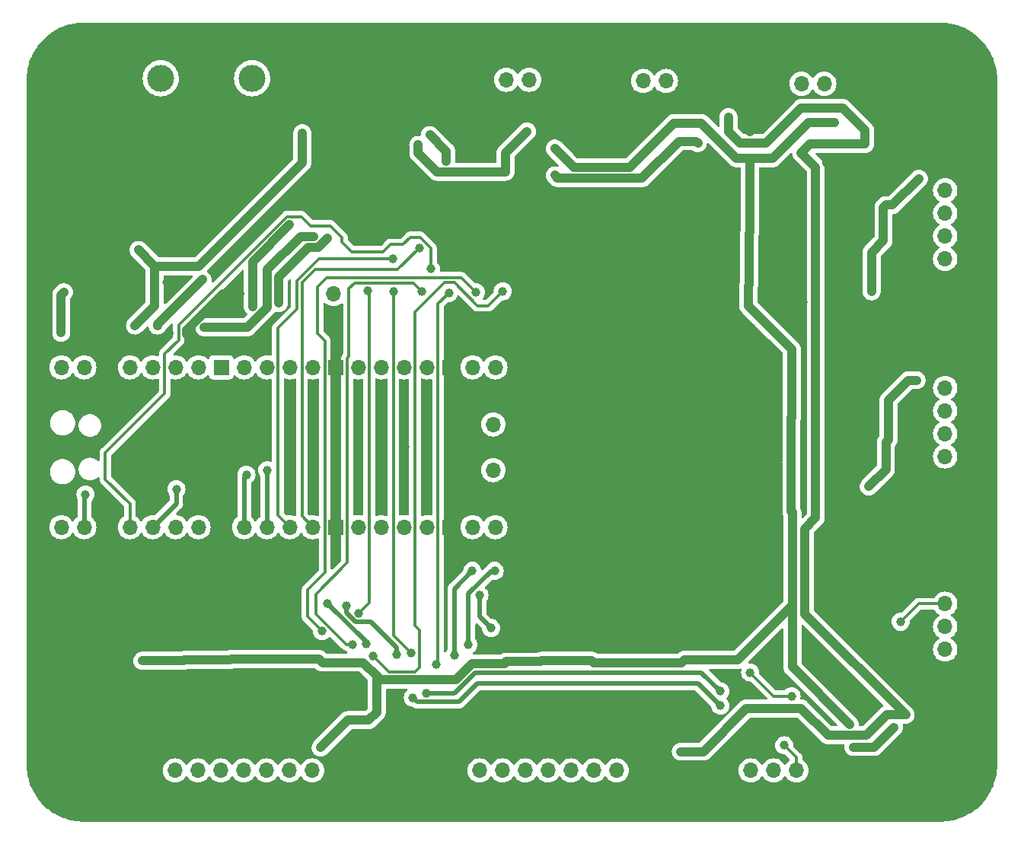
<source format=gbr>
%TF.GenerationSoftware,KiCad,Pcbnew,7.0.8*%
%TF.CreationDate,2024-01-07T20:15:44-08:00*%
%TF.ProjectId,PicoIrrigation,5069636f-4972-4726-9967-6174696f6e2e,rev?*%
%TF.SameCoordinates,Original*%
%TF.FileFunction,Copper,L2,Bot*%
%TF.FilePolarity,Positive*%
%FSLAX46Y46*%
G04 Gerber Fmt 4.6, Leading zero omitted, Abs format (unit mm)*
G04 Created by KiCad (PCBNEW 7.0.8) date 2024-01-07 20:15:44*
%MOMM*%
%LPD*%
G01*
G04 APERTURE LIST*
%TA.AperFunction,ComponentPad*%
%ADD10R,1.700000X1.700000*%
%TD*%
%TA.AperFunction,ComponentPad*%
%ADD11O,1.700000X1.700000*%
%TD*%
%TA.AperFunction,ComponentPad*%
%ADD12C,5.600000*%
%TD*%
%TA.AperFunction,ComponentPad*%
%ADD13R,3.000000X3.000000*%
%TD*%
%TA.AperFunction,ComponentPad*%
%ADD14C,3.000000*%
%TD*%
%TA.AperFunction,ViaPad*%
%ADD15C,1.000000*%
%TD*%
%TA.AperFunction,Conductor*%
%ADD16C,1.000000*%
%TD*%
%TA.AperFunction,Conductor*%
%ADD17C,0.300000*%
%TD*%
%TA.AperFunction,Conductor*%
%ADD18C,0.500000*%
%TD*%
G04 APERTURE END LIST*
D10*
%TO.P,J6,1,Pin_1*%
%TO.N,GND*%
X135860000Y-57300000D03*
D11*
%TO.P,J6,2,Pin_2*%
%TO.N,Net-(J6-Pin_2)*%
X138400000Y-57300000D03*
%TO.P,J6,3,Pin_3*%
%TO.N,Net-(J6-Pin_3)*%
X140940000Y-57300000D03*
%TD*%
D10*
%TO.P,J5,1,Pin_1*%
%TO.N,GND*%
X120650000Y-57150000D03*
D11*
%TO.P,J5,2,Pin_2*%
%TO.N,Net-(J5-Pin_2)*%
X123190000Y-57150000D03*
%TO.P,J5,3,Pin_3*%
%TO.N,Net-(J5-Pin_3)*%
X125730000Y-57150000D03*
%TD*%
D12*
%TO.P,J1,1,Pin_1*%
%TO.N,GND*%
X76200000Y-57150000D03*
%TD*%
D10*
%TO.P,J15,1,Pin_1*%
%TO.N,GND*%
X104140000Y-134000000D03*
D11*
%TO.P,J15,2,Pin_2*%
%TO.N,+3.3V*%
X101600000Y-134000000D03*
%TO.P,J15,3,Pin_3*%
%TO.N,Net-(J15-Pin_3)*%
X99060000Y-134000000D03*
%TO.P,J15,4,Pin_4*%
%TO.N,Net-(J15-Pin_4)*%
X96520000Y-134000000D03*
%TO.P,J15,5,Pin_5*%
%TO.N,Net-(J15-Pin_5)*%
X93980000Y-134000000D03*
%TO.P,J15,6,Pin_6*%
%TO.N,Net-(J15-Pin_6)*%
X91440000Y-134000000D03*
%TO.P,J15,7,Pin_7*%
%TO.N,Net-(J15-Pin_7)*%
X88900000Y-134000000D03*
%TO.P,J15,8,Pin_8*%
%TO.N,Net-(J15-Pin_8)*%
X86360000Y-134000000D03*
%TD*%
D10*
%TO.P,J7,1,Pin_1*%
%TO.N,GND*%
X153475000Y-57600000D03*
D11*
%TO.P,J7,2,Pin_2*%
%TO.N,Net-(J7-Pin_2)*%
X156015000Y-57600000D03*
%TO.P,J7,3,Pin_3*%
%TO.N,Net-(J7-Pin_3)*%
X158555000Y-57600000D03*
%TD*%
D10*
%TO.P,J22,1,Pin_1*%
%TO.N,GND*%
X172000000Y-88900000D03*
D11*
%TO.P,J22,2,Pin_2*%
%TO.N,/I2CConnector1/VI2C*%
X172000000Y-91440000D03*
%TO.P,J22,3,Pin_3*%
%TO.N,Net-(D54-A)*%
X172000000Y-93980000D03*
%TO.P,J22,4,Pin_4*%
%TO.N,Net-(D53-A)*%
X172000000Y-96520000D03*
%TO.P,J22,5,Pin_5*%
%TO.N,Net-(D55-A)*%
X172000000Y-99060000D03*
%TD*%
D12*
%TO.P,J3,1,Pin_1*%
%TO.N,GND*%
X171450000Y-133350000D03*
%TD*%
D11*
%TO.P,U6,1,GPIO0*%
%TO.N,Net-(U6-GPIO0)*%
X73720000Y-106930000D03*
%TO.P,U6,2,GPIO1*%
%TO.N,/RX0*%
X76260000Y-106930000D03*
D10*
%TO.P,U6,3,GND*%
%TO.N,GND*%
X78800000Y-106930000D03*
D11*
%TO.P,U6,4,GPIO2*%
%TO.N,/I2CConnector0/INT*%
X81340000Y-106930000D03*
%TO.P,U6,5,GPIO3*%
%TO.N,/I2CConnector1/INT*%
X83880000Y-106930000D03*
%TO.P,U6,6,GPIO4*%
%TO.N,Net-(U6-GPIO4)*%
X86420000Y-106930000D03*
%TO.P,U6,7,GPIO5*%
%TO.N,/RX1*%
X88960000Y-106930000D03*
D10*
%TO.P,U6,8,GND*%
%TO.N,GND*%
X91500000Y-106930000D03*
D11*
%TO.P,U6,9,GPIO6*%
%TO.N,/I2CConnector1/SCL*%
X94040000Y-106930000D03*
%TO.P,U6,10,GPIO7*%
%TO.N,/I2CConnector1/SDA*%
X96580000Y-106930000D03*
%TO.P,U6,11,GPIO8*%
%TO.N,/I2CConnector0/SCL*%
X99120000Y-106930000D03*
%TO.P,U6,12,GPIO9*%
%TO.N,/I2CConnector0/SDA*%
X101660000Y-106930000D03*
D10*
%TO.P,U6,13,GND*%
%TO.N,GND*%
X104200000Y-106930000D03*
D11*
%TO.P,U6,14,GPIO10*%
%TO.N,Net-(U6-GPIO10)*%
X106740000Y-106930000D03*
%TO.P,U6,15,GPIO11*%
%TO.N,Net-(U6-GPIO11)*%
X109280000Y-106930000D03*
%TO.P,U6,16,GPIO12*%
%TO.N,Net-(U6-GPIO12)*%
X111820000Y-106930000D03*
%TO.P,U6,17,GPIO13*%
%TO.N,Net-(U6-GPIO13)*%
X114360000Y-106930000D03*
D10*
%TO.P,U6,18,GND*%
%TO.N,GND*%
X116900000Y-106930000D03*
D11*
%TO.P,U6,19,GPIO14*%
%TO.N,/AUX0*%
X119440000Y-106930000D03*
%TO.P,U6,20,GPIO15*%
%TO.N,/AUX1*%
X121980000Y-106930000D03*
%TO.P,U6,21,GPIO16*%
%TO.N,Net-(U6-GPIO16)*%
X121980000Y-89150000D03*
%TO.P,U6,22,GPIO17*%
%TO.N,Net-(U6-GPIO17)*%
X119440000Y-89150000D03*
D10*
%TO.P,U6,23,GND*%
%TO.N,GND*%
X116900000Y-89150000D03*
D11*
%TO.P,U6,24,GPIO18*%
%TO.N,Net-(U6-GPIO18)*%
X114360000Y-89150000D03*
%TO.P,U6,25,GPIO19*%
%TO.N,Net-(U6-GPIO19)*%
X111820000Y-89150000D03*
%TO.P,U6,26,GPIO20*%
%TO.N,Net-(U6-GPIO20)*%
X109280000Y-89150000D03*
%TO.P,U6,27,GPIO21*%
%TO.N,Net-(U6-GPIO21)*%
X106740000Y-89150000D03*
D10*
%TO.P,U6,28,GND*%
%TO.N,GND*%
X104200000Y-89150000D03*
D11*
%TO.P,U6,29,GPIO22*%
%TO.N,Net-(J8-Pin_2)*%
X101660000Y-89150000D03*
%TO.P,U6,30,RUN*%
%TO.N,Net-(D46-K)*%
X99120000Y-89150000D03*
%TO.P,U6,31,GPIO26_ADC0*%
%TO.N,/AnaloguePin1/V_{A}*%
X96580000Y-89150000D03*
%TO.P,U6,32,GPIO27_ADC1*%
%TO.N,/AnaloguePin/V_{A}*%
X94040000Y-89150000D03*
D10*
%TO.P,U6,33,AGND*%
%TO.N,Net-(U6-AGND)*%
X91500000Y-89150000D03*
D11*
%TO.P,U6,34,GPIO28_ADC2*%
%TO.N,/AnaloguePin2/V_{A}*%
X88960000Y-89150000D03*
%TO.P,U6,35,ADC_VREF*%
%TO.N,unconnected-(U6-ADC_VREF-Pad35)*%
X86420000Y-89150000D03*
%TO.P,U6,36,3V3*%
%TO.N,Net-(U5-VDD)*%
X83880000Y-89150000D03*
%TO.P,U6,37,3V3_EN*%
%TO.N,unconnected-(U6-3V3_EN-Pad37)*%
X81340000Y-89150000D03*
D10*
%TO.P,U6,38,GND*%
%TO.N,GND*%
X78800000Y-89150000D03*
D11*
%TO.P,U6,39,VSYS*%
%TO.N,Net-(U1-OUT)*%
X76260000Y-89150000D03*
%TO.P,U6,40,VBUS*%
%TO.N,Net-(U1-VDD)*%
X73720000Y-89150000D03*
%TO.P,U6,41,SWCLK*%
%TO.N,unconnected-(U6-SWCLK-Pad41)*%
X121750000Y-100580000D03*
D10*
%TO.P,U6,42,GND*%
%TO.N,GND*%
X121750000Y-98040000D03*
D11*
%TO.P,U6,43,SWDIO*%
%TO.N,unconnected-(U6-SWDIO-Pad43)*%
X121750000Y-95500000D03*
%TD*%
D12*
%TO.P,J4,1,Pin_1*%
%TO.N,GND*%
X76200000Y-133350000D03*
%TD*%
D10*
%TO.P,J16,1,Pin_1*%
%TO.N,GND*%
X138000000Y-134000000D03*
D11*
%TO.P,J16,2,Pin_2*%
%TO.N,+3.3V*%
X135460000Y-134000000D03*
%TO.P,J16,3,Pin_3*%
%TO.N,Net-(J16-Pin_3)*%
X132920000Y-134000000D03*
%TO.P,J16,4,Pin_4*%
%TO.N,Net-(J16-Pin_4)*%
X130380000Y-134000000D03*
%TO.P,J16,5,Pin_5*%
%TO.N,Net-(J16-Pin_5)*%
X127840000Y-134000000D03*
%TO.P,J16,6,Pin_6*%
%TO.N,Net-(J16-Pin_6)*%
X125300000Y-134000000D03*
%TO.P,J16,7,Pin_7*%
%TO.N,Net-(J16-Pin_7)*%
X122760000Y-134000000D03*
%TO.P,J16,8,Pin_8*%
%TO.N,Net-(J16-Pin_8)*%
X120220000Y-134000000D03*
%TD*%
D10*
%TO.P,J13,1,Pin_1*%
%TO.N,GND*%
X172000000Y-112920000D03*
D11*
%TO.P,J13,2,Pin_2*%
%TO.N,Net-(J13-Pin_2)*%
X172000000Y-115460000D03*
%TO.P,J13,3,Pin_3*%
%TO.N,Net-(J13-Pin_3)*%
X172000000Y-118000000D03*
%TO.P,J13,4,Pin_4*%
%TO.N,Net-(J13-Pin_4)*%
X172000000Y-120540000D03*
%TD*%
D10*
%TO.P,J21,1,Pin_1*%
%TO.N,GND*%
X172000000Y-66920000D03*
D11*
%TO.P,J21,2,Pin_2*%
%TO.N,/I2CConnector0/VI2C*%
X172000000Y-69460000D03*
%TO.P,J21,3,Pin_3*%
%TO.N,Net-(D51-A)*%
X172000000Y-72000000D03*
%TO.P,J21,4,Pin_4*%
%TO.N,Net-(D50-A)*%
X172000000Y-74540000D03*
%TO.P,J21,5,Pin_5*%
%TO.N,Net-(D52-A)*%
X172000000Y-77080000D03*
%TD*%
D12*
%TO.P,J2,1,Pin_1*%
%TO.N,GND*%
X171450000Y-57150000D03*
%TD*%
D13*
%TO.P,J17,1,Pin_1*%
%TO.N,GND*%
X100000000Y-57000000D03*
D14*
%TO.P,J17,2,Pin_2*%
%TO.N,Net-(J17-Pin_2)*%
X94920000Y-57000000D03*
%TO.P,J17,3,Pin_3*%
%TO.N,GND*%
X89840000Y-57000000D03*
%TO.P,J17,4,Pin_4*%
%TO.N,Net-(J17-Pin_4)*%
X84760000Y-57000000D03*
%TD*%
D10*
%TO.P,J8,1,Pin_1*%
%TO.N,GND*%
X104000000Y-83540000D03*
D11*
%TO.P,J8,2,Pin_2*%
%TO.N,Net-(J8-Pin_2)*%
X104000000Y-81000000D03*
%TD*%
D10*
%TO.P,J14,1,Pin_1*%
%TO.N,GND*%
X158000000Y-134000000D03*
D11*
%TO.P,J14,2,Pin_2*%
%TO.N,Net-(J14-Pin_2)*%
X155460000Y-134000000D03*
%TO.P,J14,3,Pin_3*%
%TO.N,Net-(J14-Pin_3)*%
X152920000Y-134000000D03*
%TO.P,J14,4,Pin_4*%
%TO.N,Net-(J14-Pin_4)*%
X150380000Y-134000000D03*
%TD*%
D15*
%TO.N,/AnaloguePin/V_{A}*%
X95000000Y-82400000D03*
X99100000Y-73300000D03*
%TO.N,GND*%
X91500000Y-111000000D03*
X115400000Y-59900000D03*
X104100000Y-110700000D03*
X156700000Y-120700000D03*
X116900000Y-98000000D03*
X155900000Y-86000000D03*
X149600000Y-98700000D03*
X79600000Y-85500000D03*
X160900000Y-100300000D03*
X109300000Y-98000000D03*
X77900000Y-102900000D03*
X125800000Y-98000000D03*
X142400000Y-80600000D03*
X96700000Y-126100000D03*
X145700000Y-95200000D03*
X123100000Y-114000000D03*
X160900000Y-90900000D03*
X117500000Y-85500000D03*
X106800000Y-98000000D03*
X82100000Y-70300000D03*
X111900000Y-98000000D03*
X88000000Y-126000000D03*
X163700000Y-126700000D03*
X101500000Y-111700000D03*
X78700000Y-110900000D03*
X109400000Y-65600000D03*
X114200000Y-98000000D03*
X118100000Y-64700000D03*
X142500000Y-119800000D03*
X91300000Y-93000000D03*
X80700000Y-117700000D03*
X142500000Y-126300000D03*
X110900000Y-127600000D03*
X164100000Y-86700000D03*
X163800000Y-118300000D03*
X141700000Y-74000000D03*
X104300000Y-98000000D03*
X156200000Y-81900000D03*
X92400000Y-126100000D03*
X117700000Y-110900000D03*
X133000000Y-126100000D03*
X155600000Y-73400000D03*
X129400000Y-106900000D03*
X90100000Y-74400000D03*
X82500000Y-130200000D03*
X125300000Y-119200000D03*
X101700000Y-98000000D03*
X158800000Y-66400000D03*
X81600000Y-93300000D03*
X119900000Y-126700000D03*
X147400000Y-67300000D03*
X114100000Y-70400000D03*
X135000000Y-118200000D03*
X96600000Y-98000000D03*
X135200000Y-105100000D03*
X91000000Y-69600000D03*
X146600000Y-103000000D03*
X87600000Y-85500000D03*
X132000000Y-62100000D03*
X166200000Y-111800000D03*
X117900000Y-130400000D03*
X94100000Y-69700000D03*
X103500000Y-124100000D03*
X87150000Y-76150000D03*
X85400000Y-79700000D03*
X142400000Y-129200000D03*
X150300000Y-62900000D03*
X106800000Y-126300000D03*
X155900000Y-68900000D03*
X129800000Y-118800000D03*
X151800000Y-116100000D03*
X160900000Y-96000000D03*
X83900000Y-65900000D03*
X99200000Y-98000000D03*
X128500000Y-126300000D03*
X161000000Y-68700000D03*
X76100000Y-80500000D03*
X87200000Y-71100000D03*
X93600000Y-80937500D03*
X91600000Y-98000000D03*
X160900000Y-79000000D03*
X146400000Y-78400000D03*
X131500000Y-72400000D03*
X123700000Y-126200000D03*
X85700000Y-85400000D03*
X137600000Y-126300000D03*
X151300000Y-129500000D03*
X163000000Y-106300000D03*
X82600000Y-126000000D03*
X152700000Y-121200000D03*
X104200000Y-61200000D03*
X161000000Y-74000000D03*
X105000000Y-69600000D03*
%TO.N,+5V*%
X144500000Y-64200000D03*
X82300000Y-76100000D03*
X114700000Y-63300000D03*
X116500000Y-66200000D03*
X163100000Y-64300000D03*
X157600000Y-85300000D03*
X167600000Y-127800000D03*
X147900000Y-61300000D03*
X100500000Y-63100000D03*
X142600000Y-131900000D03*
X128600000Y-67800000D03*
X81900000Y-84500000D03*
X156400000Y-107100000D03*
%TO.N,+3.3V*%
X113400000Y-64400000D03*
X102550000Y-131450000D03*
X123200000Y-121900000D03*
X128600000Y-64800000D03*
X132900000Y-122000000D03*
X154937500Y-89762500D03*
X161400000Y-128900000D03*
X123100000Y-67400000D03*
X97800000Y-121600000D03*
X155000000Y-105300000D03*
X119400000Y-122100000D03*
X102500000Y-121749500D03*
X141828249Y-61971751D03*
X150300000Y-69787500D03*
X82700000Y-121800000D03*
X150100000Y-80087500D03*
X127100000Y-121800000D03*
X108800000Y-123500000D03*
X138200000Y-122000000D03*
X159684499Y-61915501D03*
X143000000Y-121700000D03*
X92600000Y-121600000D03*
X125500000Y-62900000D03*
X166300000Y-129200000D03*
X154887500Y-99712500D03*
X133900000Y-66900000D03*
X150200000Y-74250000D03*
X154937500Y-94762500D03*
X161800000Y-131400000D03*
X87400000Y-121700000D03*
X151500000Y-83700000D03*
%TO.N,/AnaloguePin1/V_{A}*%
X97900000Y-82000000D03*
X103300000Y-74800000D03*
%TO.N,Net-(U5-VDD)*%
X84400000Y-84500000D03*
X89400000Y-79400000D03*
%TO.N,/AnaloguePin2/V_{A}*%
X89600000Y-84700000D03*
X101800000Y-74600000D03*
%TO.N,/I2CConnector0/VI2C*%
X163807500Y-80700000D03*
X165400000Y-71100000D03*
X169075000Y-68175000D03*
X165137500Y-75062500D03*
%TO.N,/I2CConnector1/VI2C*%
X163500000Y-102400000D03*
X168813984Y-90586016D03*
X165700000Y-92800000D03*
X165400000Y-97500000D03*
%TO.N,/SPI_{Rx}0*%
X122800000Y-80700000D03*
X108400000Y-121300000D03*
%TO.N,/SPI_{Tx}0*%
X113800000Y-80700000D03*
X106100000Y-120000000D03*
%TO.N,/SCLK0*%
X115400000Y-122200000D03*
X116800000Y-80900000D03*
%TO.N,Net-(J13-Pin_2)*%
X167049312Y-117450688D03*
%TO.N,Net-(J14-Pin_2)*%
X154100000Y-131200000D03*
%TO.N,/I2CConnector0/SCL*%
X110600000Y-77050500D03*
%TO.N,/I2CConnector0/SDA*%
X113500000Y-75900000D03*
%TO.N,/I2CConnector1/SCL*%
X94300000Y-101100000D03*
%TO.N,/I2CConnector1/SDA*%
X96600000Y-100600000D03*
%TO.N,/I2CConnector0/INT*%
X114800000Y-78200000D03*
%TO.N,/I2CConnector1/INT*%
X86500000Y-102700000D03*
%TO.N,/CS0*%
X119800000Y-80800000D03*
X102700000Y-118500000D03*
%TO.N,/AUX0*%
X117400000Y-121200000D03*
X119400000Y-111800000D03*
%TO.N,/AUX1*%
X119000000Y-120000000D03*
X121900000Y-111800000D03*
%TO.N,/AUX2*%
X107800000Y-80600000D03*
X106800000Y-116500000D03*
%TO.N,/AUX3*%
X112600000Y-120949500D03*
X110700000Y-80700000D03*
%TO.N,Net-(U1-VDD)*%
X73700000Y-85300000D03*
X74000000Y-80800000D03*
%TO.N,/RX0*%
X150300000Y-123100000D03*
X154928689Y-125728689D03*
X76400000Y-103300000D03*
%TO.N,/TX0*%
X147000000Y-126800000D03*
X107600000Y-119900000D03*
X112800000Y-125900000D03*
X103300000Y-115400000D03*
%TO.N,/TX1*%
X147000000Y-125200000D03*
X114300000Y-125400000D03*
X105400000Y-115700000D03*
X111000000Y-121100000D03*
%TO.N,/CS1*%
X121500000Y-118149500D03*
X120200000Y-114500000D03*
%TD*%
D16*
%TO.N,/AnaloguePin/V_{A}*%
X95000000Y-77400000D02*
X99100000Y-73300000D01*
X95000000Y-82400000D02*
X95000000Y-77400000D01*
%TO.N,GND*%
X87200000Y-71100000D02*
X87200000Y-76100000D01*
X104600000Y-124100000D02*
X106800000Y-126300000D01*
X160900000Y-100300000D02*
X160900000Y-96000000D01*
X161000000Y-74000000D02*
X161000000Y-68700000D01*
X160900000Y-90900000D02*
X160900000Y-89900000D01*
X93600000Y-80937500D02*
X91665443Y-80937500D01*
X88000000Y-126000000D02*
X92300000Y-126000000D01*
X92400000Y-126100000D02*
X96700000Y-126100000D01*
X101500000Y-126100000D02*
X103500000Y-124100000D01*
X87200000Y-76100000D02*
X87150000Y-76150000D01*
X81350000Y-86600000D02*
X78800000Y-89150000D01*
X104300000Y-98000000D02*
X104300000Y-106830000D01*
X142400000Y-126400000D02*
X142500000Y-126300000D01*
X116900000Y-98000000D02*
X116900000Y-89150000D01*
X152000000Y-61200000D02*
X152000000Y-59075000D01*
X103500000Y-124100000D02*
X104600000Y-124100000D01*
X87600000Y-85002943D02*
X87600000Y-85500000D01*
X77900000Y-102900000D02*
X78800000Y-103800000D01*
X142400000Y-129200000D02*
X142400000Y-126400000D01*
X161000000Y-68700000D02*
X161000000Y-68600000D01*
X122100000Y-127800000D02*
X123700000Y-126200000D01*
X132800000Y-126300000D02*
X133000000Y-126100000D01*
X91600000Y-98000000D02*
X91600000Y-106830000D01*
X160900000Y-100300000D02*
X160900000Y-104200000D01*
X119900000Y-126700000D02*
X121000000Y-127800000D01*
X121000000Y-127800000D02*
X122100000Y-127800000D01*
X91000000Y-69600000D02*
X94000000Y-69600000D01*
X161000000Y-68600000D02*
X158800000Y-66400000D01*
X137600000Y-126300000D02*
X142500000Y-126300000D01*
X160900000Y-79000000D02*
X160900000Y-83500000D01*
X155350000Y-129500000D02*
X158000000Y-132150000D01*
X160900000Y-96000000D02*
X160900000Y-90900000D01*
X123700000Y-126200000D02*
X128400000Y-126200000D01*
X128500000Y-126300000D02*
X132800000Y-126300000D01*
X87200000Y-71100000D02*
X89500000Y-71100000D01*
X118100000Y-64700000D02*
X118100000Y-59700000D01*
X96700000Y-126100000D02*
X101500000Y-126100000D01*
X85700000Y-85400000D02*
X84500000Y-86600000D01*
X94000000Y-69600000D02*
X94100000Y-69700000D01*
X160900000Y-79000000D02*
X160900000Y-74100000D01*
X160900000Y-104200000D02*
X163000000Y-106300000D01*
X91665443Y-80937500D02*
X87600000Y-85002943D01*
X89500000Y-71100000D02*
X91000000Y-69600000D01*
X104300000Y-98000000D02*
X104300000Y-89250000D01*
X92300000Y-126000000D02*
X92400000Y-126100000D01*
X158000000Y-132150000D02*
X158000000Y-134000000D01*
X151300000Y-129500000D02*
X155350000Y-129500000D01*
X160900000Y-74100000D02*
X161000000Y-74000000D01*
X118100000Y-59700000D02*
X120650000Y-57150000D01*
X78800000Y-103800000D02*
X78800000Y-106930000D01*
X128400000Y-126200000D02*
X128500000Y-126300000D01*
X84500000Y-86600000D02*
X81350000Y-86600000D01*
X152000000Y-59075000D02*
X153475000Y-57600000D01*
X150300000Y-62900000D02*
X152000000Y-61200000D01*
X116900000Y-98000000D02*
X116900000Y-106930000D01*
X160900000Y-89900000D02*
X164100000Y-86700000D01*
X133000000Y-126100000D02*
X137400000Y-126100000D01*
X160900000Y-83500000D02*
X164100000Y-86700000D01*
X82600000Y-126000000D02*
X88000000Y-126000000D01*
X137400000Y-126100000D02*
X137600000Y-126300000D01*
%TO.N,+5V*%
X84100000Y-77900000D02*
X82300000Y-76100000D01*
X128600000Y-67800000D02*
X128900000Y-68100000D01*
X89000000Y-77900000D02*
X100500000Y-66400000D01*
X84100000Y-82300000D02*
X81900000Y-84500000D01*
X159000000Y-130100000D02*
X163200000Y-130100000D01*
X128900000Y-68100000D02*
X138300000Y-68100000D01*
X157600000Y-105900000D02*
X156400000Y-107100000D01*
X116500000Y-65100000D02*
X114700000Y-63300000D01*
X152100000Y-64200000D02*
X156000000Y-60300000D01*
X138300000Y-68100000D02*
X142400000Y-64000000D01*
X147900000Y-61300000D02*
X147900000Y-62900000D01*
X156000000Y-127100000D02*
X159000000Y-130100000D01*
X163100000Y-62800000D02*
X163100000Y-64300000D01*
X156400000Y-116600000D02*
X167600000Y-127800000D01*
X142400000Y-64000000D02*
X144300000Y-64000000D01*
X156400000Y-107100000D02*
X156400000Y-116600000D01*
X100500000Y-63100000D02*
X100500000Y-66400000D01*
X157000000Y-64300000D02*
X156000000Y-65300000D01*
X160600000Y-60300000D02*
X163100000Y-62800000D01*
X147900000Y-62900000D02*
X149200000Y-64200000D01*
X116500000Y-66200000D02*
X116500000Y-65100000D01*
X157600000Y-66900000D02*
X157600000Y-85300000D01*
X163100000Y-64300000D02*
X157000000Y-64300000D01*
X84100000Y-77900000D02*
X84100000Y-82300000D01*
X156000000Y-65300000D02*
X157600000Y-66900000D01*
X156000000Y-60300000D02*
X160600000Y-60300000D01*
X149900000Y-127100000D02*
X156000000Y-127100000D01*
X145100000Y-131900000D02*
X149900000Y-127100000D01*
X142600000Y-131900000D02*
X145100000Y-131900000D01*
X144300000Y-64000000D02*
X144500000Y-64200000D01*
X84100000Y-77900000D02*
X89000000Y-77900000D01*
X149200000Y-64200000D02*
X152100000Y-64200000D01*
X165500000Y-127800000D02*
X167600000Y-127800000D01*
X157600000Y-85300000D02*
X157600000Y-105900000D01*
X163200000Y-130100000D02*
X165500000Y-127800000D01*
%TO.N,+3.3V*%
X123200000Y-121900000D02*
X127000000Y-121900000D01*
X148900000Y-121700000D02*
X155000000Y-115600000D01*
X107300000Y-122000000D02*
X108800000Y-123500000D01*
X150300000Y-69787500D02*
X150300000Y-74150000D01*
X123100000Y-65300000D02*
X125500000Y-62900000D01*
X154937500Y-87137500D02*
X151500000Y-83700000D01*
X119400000Y-122100000D02*
X123000000Y-122100000D01*
X102750500Y-122000000D02*
X107300000Y-122000000D01*
X154887500Y-99712500D02*
X154887500Y-105187500D01*
X109200000Y-123900000D02*
X117600000Y-123900000D01*
X155000000Y-115600000D02*
X155000000Y-122500000D01*
X164100000Y-131400000D02*
X166300000Y-129200000D01*
X150300000Y-65900000D02*
X152800000Y-65900000D01*
X144871751Y-61971751D02*
X148800000Y-65900000D01*
X102350500Y-121600000D02*
X102500000Y-121749500D01*
X154937500Y-94762500D02*
X154937500Y-89762500D01*
X154887500Y-94812500D02*
X154937500Y-94762500D01*
X132900000Y-122000000D02*
X138200000Y-122000000D01*
X105600000Y-128400000D02*
X107900000Y-128400000D01*
X102550000Y-131450000D02*
X105600000Y-128400000D01*
X108800000Y-123500000D02*
X109200000Y-123900000D01*
X87400000Y-121700000D02*
X92500000Y-121700000D01*
X102500000Y-121749500D02*
X102750500Y-122000000D01*
X148800000Y-65900000D02*
X150300000Y-65900000D01*
X150200000Y-74250000D02*
X150200000Y-79987500D01*
X152800000Y-65900000D02*
X156784499Y-61915501D01*
X123000000Y-122100000D02*
X123200000Y-121900000D01*
X161800000Y-131400000D02*
X164100000Y-131400000D01*
X117600000Y-123900000D02*
X119400000Y-122100000D01*
X113400000Y-65298528D02*
X115501472Y-67400000D01*
X136900000Y-66900000D02*
X141828249Y-61971751D01*
X141828249Y-61971751D02*
X144871751Y-61971751D01*
X154937500Y-89762500D02*
X154937500Y-87137500D01*
X82700000Y-121800000D02*
X87300000Y-121800000D01*
X133900000Y-66900000D02*
X136900000Y-66900000D01*
X108800000Y-127500000D02*
X108800000Y-123500000D01*
X154887500Y-105187500D02*
X155000000Y-105300000D01*
X113400000Y-64400000D02*
X113400000Y-65298528D01*
X150300000Y-74150000D02*
X150200000Y-74250000D01*
X138200000Y-122000000D02*
X142700000Y-122000000D01*
X154887500Y-99712500D02*
X154887500Y-94812500D01*
X150200000Y-79987500D02*
X150100000Y-80087500D01*
X127100000Y-121800000D02*
X132700000Y-121800000D01*
X92600000Y-121600000D02*
X97800000Y-121600000D01*
X150100000Y-82300000D02*
X151500000Y-83700000D01*
X97800000Y-121600000D02*
X102350500Y-121600000D01*
X87300000Y-121800000D02*
X87400000Y-121700000D01*
X127000000Y-121900000D02*
X127100000Y-121800000D01*
X107900000Y-128400000D02*
X108800000Y-127500000D01*
X155000000Y-122500000D02*
X161400000Y-128900000D01*
X150100000Y-80087500D02*
X150100000Y-82300000D01*
X142700000Y-122000000D02*
X143000000Y-121700000D01*
X156784499Y-61915501D02*
X159684499Y-61915501D01*
X130700000Y-66900000D02*
X128600000Y-64800000D01*
X143000000Y-121700000D02*
X148900000Y-121700000D01*
X155000000Y-105300000D02*
X155000000Y-115600000D01*
X132700000Y-121800000D02*
X132900000Y-122000000D01*
X115501472Y-67400000D02*
X123100000Y-67400000D01*
X123100000Y-67400000D02*
X123100000Y-65300000D01*
X150300000Y-65900000D02*
X150300000Y-69787500D01*
X92500000Y-121700000D02*
X92600000Y-121600000D01*
X133900000Y-66900000D02*
X130700000Y-66900000D01*
%TO.N,/AnaloguePin1/V_{A}*%
X102300000Y-75800000D02*
X101200000Y-75800000D01*
X103300000Y-74800000D02*
X102300000Y-75800000D01*
X101200000Y-75800000D02*
X97900000Y-79100000D01*
X97900000Y-79100000D02*
X97900000Y-82000000D01*
%TO.N,Net-(U5-VDD)*%
X84400000Y-84500000D02*
X84400000Y-84400000D01*
X84400000Y-84400000D02*
X89400000Y-79400000D01*
%TO.N,/AnaloguePin2/V_{A}*%
X96600000Y-78300000D02*
X100300000Y-74600000D01*
X89600000Y-84700000D02*
X94397057Y-84700000D01*
X94397057Y-84700000D02*
X96600000Y-82497057D01*
X96600000Y-82497057D02*
X96600000Y-78300000D01*
X100300000Y-74600000D02*
X101800000Y-74600000D01*
%TO.N,/I2CConnector0/VI2C*%
X165400000Y-71100000D02*
X166150000Y-71100000D01*
X163807500Y-80700000D02*
X163807500Y-76392500D01*
X165137500Y-71362500D02*
X165400000Y-71100000D01*
X163807500Y-76392500D02*
X165137500Y-75062500D01*
X166150000Y-71100000D02*
X169075000Y-68175000D01*
X165137500Y-75062500D02*
X165137500Y-71362500D01*
%TO.N,/I2CConnector1/VI2C*%
X165700000Y-97200000D02*
X165400000Y-97500000D01*
X168813984Y-90586016D02*
X167913984Y-90586016D01*
X165400000Y-100500000D02*
X163500000Y-102400000D01*
X165700000Y-92800000D02*
X165700000Y-97200000D01*
X167913984Y-90586016D02*
X165700000Y-92800000D01*
X165400000Y-97500000D02*
X165400000Y-100500000D01*
D17*
%TO.N,/SPI_{Rx}0*%
X110150000Y-123050000D02*
X113052082Y-123050000D01*
X121200000Y-82300000D02*
X122800000Y-80700000D01*
X116300000Y-79700000D02*
X117400000Y-79700000D01*
X113052082Y-123050000D02*
X113550000Y-122552082D01*
X120000000Y-82300000D02*
X121200000Y-82300000D01*
X113020000Y-117880000D02*
X113020000Y-82980000D01*
X113020000Y-82980000D02*
X116300000Y-79700000D01*
X113550000Y-118410000D02*
X113020000Y-117880000D01*
X108400000Y-121300000D02*
X110150000Y-123050000D01*
X113550000Y-122552082D02*
X113550000Y-118410000D01*
X117400000Y-79700000D02*
X120000000Y-82300000D01*
%TO.N,/SPI_{Tx}0*%
X105500000Y-110900000D02*
X105500000Y-88150000D01*
X105402082Y-120000000D02*
X102000000Y-116597918D01*
X106350000Y-79750000D02*
X112850000Y-79750000D01*
X105700000Y-80400000D02*
X106350000Y-79750000D01*
X102000000Y-116597918D02*
X102000000Y-114400000D01*
X105700000Y-87950000D02*
X105700000Y-80400000D01*
X112850000Y-79750000D02*
X113800000Y-80700000D01*
X105500000Y-88150000D02*
X105700000Y-87950000D01*
X106100000Y-120000000D02*
X105402082Y-120000000D01*
X102000000Y-114400000D02*
X105500000Y-110900000D01*
%TO.N,/SCLK0*%
X115600000Y-82100000D02*
X116800000Y-80900000D01*
X115600000Y-122000000D02*
X115600000Y-82100000D01*
X115400000Y-122200000D02*
X115600000Y-122000000D01*
%TO.N,Net-(J13-Pin_2)*%
X169040000Y-115460000D02*
X172000000Y-115460000D01*
X167049312Y-117450688D02*
X169040000Y-115460000D01*
%TO.N,Net-(J14-Pin_2)*%
X155460000Y-132560000D02*
X155460000Y-134000000D01*
X154100000Y-131200000D02*
X155460000Y-132560000D01*
%TO.N,/I2CConnector0/SCL*%
X97780000Y-105590000D02*
X99120000Y-106930000D01*
X110600000Y-77050500D02*
X102349500Y-77050500D01*
X97780000Y-84815837D02*
X97780000Y-105590000D01*
X102349500Y-77050500D02*
X99900000Y-79500000D01*
X99900000Y-79500000D02*
X99900000Y-82695837D01*
X99900000Y-82695837D02*
X97780000Y-84815837D01*
%TO.N,/I2CConnector0/SDA*%
X100460000Y-105730000D02*
X100460000Y-79740000D01*
X101660000Y-106930000D02*
X100460000Y-105730000D01*
X111100000Y-78300000D02*
X113500000Y-75900000D01*
X101900000Y-78300000D02*
X111100000Y-78300000D01*
X100460000Y-79740000D02*
X101900000Y-78300000D01*
D18*
%TO.N,/I2CConnector1/SCL*%
X94040000Y-101360000D02*
X94300000Y-101100000D01*
X94040000Y-106930000D02*
X94040000Y-101360000D01*
%TO.N,/I2CConnector1/SDA*%
X96580000Y-106930000D02*
X96580000Y-100620000D01*
X96580000Y-100620000D02*
X96600000Y-100600000D01*
D17*
%TO.N,/I2CConnector0/INT*%
X86750000Y-84447918D02*
X98797918Y-72400000D01*
X85200000Y-87700000D02*
X86750000Y-86150000D01*
X100400000Y-72400000D02*
X101400000Y-73400000D01*
X110300000Y-75500000D02*
X111700000Y-75500000D01*
X86750000Y-86150000D02*
X86750000Y-84447918D01*
X113600000Y-74700000D02*
X114800000Y-75900000D01*
X103600000Y-73400000D02*
X104900000Y-74700000D01*
X111700000Y-75500000D02*
X112500000Y-74700000D01*
X104900000Y-75200000D02*
X106000000Y-76300000D01*
X78600000Y-98700000D02*
X85200000Y-92100000D01*
X106000000Y-76300000D02*
X109500000Y-76300000D01*
X109500000Y-76300000D02*
X110300000Y-75500000D01*
X101400000Y-73400000D02*
X103600000Y-73400000D01*
X85200000Y-92100000D02*
X85200000Y-87700000D01*
X104900000Y-74700000D02*
X104900000Y-75200000D01*
X81340000Y-104340000D02*
X78600000Y-101600000D01*
X81340000Y-106930000D02*
X81340000Y-104340000D01*
X78600000Y-101600000D02*
X78600000Y-98700000D01*
X112500000Y-74700000D02*
X113600000Y-74700000D01*
X98797918Y-72400000D02*
X100400000Y-72400000D01*
X114800000Y-75900000D02*
X114800000Y-78200000D01*
D18*
%TO.N,/I2CConnector1/INT*%
X83880000Y-106930000D02*
X86500000Y-104310000D01*
X86500000Y-104310000D02*
X86500000Y-102700000D01*
D17*
%TO.N,/CS0*%
X101100000Y-113900000D02*
X101100000Y-116900000D01*
X103000000Y-112000000D02*
X101100000Y-113900000D01*
X103000000Y-86200000D02*
X103000000Y-112000000D01*
X118200000Y-79200000D02*
X103200000Y-79200000D01*
X119800000Y-80800000D02*
X118200000Y-79200000D01*
X101100000Y-116900000D02*
X102700000Y-118500000D01*
X102200000Y-85400000D02*
X103000000Y-86200000D01*
X103200000Y-79200000D02*
X102200000Y-80200000D01*
X102200000Y-80200000D02*
X102200000Y-85400000D01*
D18*
%TO.N,/AUX0*%
X117400000Y-121200000D02*
X117400000Y-113800000D01*
X117400000Y-113800000D02*
X119400000Y-111800000D01*
%TO.N,/AUX1*%
X119000000Y-114356497D02*
X121556497Y-111800000D01*
X121556497Y-111800000D02*
X121900000Y-111800000D01*
X119000000Y-120000000D02*
X119000000Y-114356497D01*
D17*
%TO.N,/AUX2*%
X106800000Y-116500000D02*
X107940000Y-115360000D01*
X107940000Y-115360000D02*
X107940000Y-80740000D01*
X107940000Y-80740000D02*
X107800000Y-80600000D01*
%TO.N,/AUX3*%
X112600000Y-120949500D02*
X110620000Y-118969500D01*
X110620000Y-118969500D02*
X110620000Y-80780000D01*
X110620000Y-80780000D02*
X110700000Y-80700000D01*
D16*
%TO.N,Net-(U1-VDD)*%
X73700000Y-85300000D02*
X73700000Y-81100000D01*
X73700000Y-81100000D02*
X74000000Y-80800000D01*
D17*
%TO.N,/RX0*%
X154928689Y-125728689D02*
X152928689Y-125728689D01*
D18*
X76260000Y-106930000D02*
X76260000Y-103440000D01*
X76260000Y-103440000D02*
X76400000Y-103300000D01*
D17*
X152928689Y-125728689D02*
X150300000Y-123100000D01*
D18*
%TO.N,/TX0*%
X120000000Y-124300000D02*
X144500000Y-124300000D01*
X117950000Y-126350000D02*
X120000000Y-124300000D01*
X107600000Y-119700000D02*
X107600000Y-119900000D01*
X103300000Y-115400000D02*
X107600000Y-119700000D01*
X144500000Y-124300000D02*
X147000000Y-126800000D01*
X113250000Y-126350000D02*
X117950000Y-126350000D01*
X112800000Y-125900000D02*
X113250000Y-126350000D01*
%TO.N,/TX1*%
X105400000Y-116443503D02*
X106406497Y-117450000D01*
X106406497Y-117450000D02*
X108150000Y-117450000D01*
X114300000Y-125400000D02*
X117443502Y-125400000D01*
X105400000Y-115700000D02*
X105400000Y-116443503D01*
X117443502Y-125400000D02*
X119743502Y-123100000D01*
X119743502Y-123100000D02*
X144900000Y-123100000D01*
X111000000Y-120300000D02*
X111000000Y-121100000D01*
X108150000Y-117450000D02*
X111000000Y-120300000D01*
X144900000Y-123100000D02*
X147000000Y-125200000D01*
%TO.N,/CS1*%
X120200000Y-116849500D02*
X121500000Y-118149500D01*
X120200000Y-114500000D02*
X120200000Y-116849500D01*
%TD*%
%TA.AperFunction,Conductor*%
%TO.N,GND*%
G36*
X153918834Y-118198600D02*
G01*
X153974767Y-118240472D01*
X153999184Y-118305936D01*
X153999500Y-118314782D01*
X153999500Y-122487283D01*
X153997243Y-122576362D01*
X153997243Y-122576370D01*
X154008064Y-122636739D01*
X154008718Y-122641404D01*
X154014925Y-122702430D01*
X154014927Y-122702444D01*
X154025208Y-122735213D01*
X154027079Y-122742837D01*
X154033142Y-122776652D01*
X154033142Y-122776655D01*
X154055894Y-122833612D01*
X154057474Y-122838051D01*
X154075841Y-122896588D01*
X154075844Y-122896595D01*
X154092509Y-122926619D01*
X154095879Y-122933714D01*
X154108622Y-122965614D01*
X154108627Y-122965624D01*
X154130808Y-122999280D01*
X154131612Y-123000500D01*
X154142377Y-123016833D01*
X154144818Y-123020863D01*
X154174588Y-123074498D01*
X154174589Y-123074499D01*
X154174591Y-123074502D01*
X154196968Y-123100567D01*
X154201693Y-123106835D01*
X154209954Y-123119369D01*
X154220598Y-123135519D01*
X154263978Y-123178899D01*
X154267169Y-123182343D01*
X154307131Y-123228892D01*
X154307130Y-123228892D01*
X154334299Y-123249923D01*
X154340186Y-123255107D01*
X157277590Y-126192510D01*
X159972899Y-128887819D01*
X160006384Y-128949142D01*
X160001400Y-129018834D01*
X159959528Y-129074767D01*
X159894064Y-129099184D01*
X159885218Y-129099500D01*
X159465782Y-129099500D01*
X159398743Y-129079815D01*
X159378101Y-129063181D01*
X156716452Y-126401532D01*
X156655061Y-126336949D01*
X156655060Y-126336948D01*
X156655059Y-126336947D01*
X156627204Y-126317559D01*
X156604709Y-126301902D01*
X156600946Y-126299064D01*
X156553413Y-126260305D01*
X156553406Y-126260300D01*
X156522959Y-126244397D01*
X156516251Y-126240334D01*
X156488049Y-126220705D01*
X156488046Y-126220703D01*
X156488045Y-126220703D01*
X156488041Y-126220701D01*
X156431680Y-126196514D01*
X156427424Y-126194493D01*
X156373057Y-126166094D01*
X156373050Y-126166091D01*
X156373049Y-126166091D01*
X156367008Y-126164362D01*
X156340030Y-126156642D01*
X156332630Y-126154008D01*
X156301057Y-126140459D01*
X156301058Y-126140459D01*
X156240966Y-126128109D01*
X156236391Y-126126986D01*
X156177420Y-126110113D01*
X156177425Y-126110113D01*
X156143158Y-126107503D01*
X156135380Y-126106412D01*
X156101742Y-126099500D01*
X156101741Y-126099500D01*
X156040401Y-126099500D01*
X156035701Y-126099321D01*
X156030892Y-126098955D01*
X156019808Y-126098110D01*
X155954458Y-126073388D01*
X155912848Y-126017260D01*
X155908189Y-125947546D01*
X155910562Y-125938503D01*
X155914713Y-125924821D01*
X155934030Y-125728689D01*
X155914713Y-125532557D01*
X155857503Y-125343962D01*
X155857500Y-125343958D01*
X155857500Y-125343955D01*
X155764602Y-125170156D01*
X155764598Y-125170149D01*
X155639572Y-125017805D01*
X155487228Y-124892779D01*
X155487221Y-124892775D01*
X155313422Y-124799877D01*
X155313416Y-124799875D01*
X155124821Y-124742665D01*
X155124818Y-124742664D01*
X154928689Y-124723348D01*
X154732559Y-124742664D01*
X154543955Y-124799877D01*
X154370156Y-124892775D01*
X154370149Y-124892779D01*
X154217806Y-125017805D01*
X154205457Y-125032853D01*
X154147711Y-125072188D01*
X154109603Y-125078189D01*
X153249497Y-125078189D01*
X153182458Y-125058504D01*
X153161816Y-125041870D01*
X151339154Y-123219208D01*
X151305669Y-123157885D01*
X151303433Y-123119369D01*
X151305341Y-123100003D01*
X151305341Y-123100001D01*
X151302830Y-123074502D01*
X151286024Y-122903868D01*
X151228814Y-122715273D01*
X151228811Y-122715269D01*
X151228811Y-122715266D01*
X151135913Y-122541467D01*
X151135909Y-122541460D01*
X151010883Y-122389116D01*
X150858539Y-122264090D01*
X150858532Y-122264086D01*
X150684733Y-122171188D01*
X150684727Y-122171186D01*
X150545036Y-122128811D01*
X150496129Y-122113975D01*
X150300000Y-122094659D01*
X150299999Y-122094659D01*
X150223660Y-122102177D01*
X150155014Y-122089158D01*
X150104304Y-122041092D01*
X150087630Y-121973241D01*
X150110287Y-121907147D01*
X150123820Y-121891099D01*
X153787821Y-118227099D01*
X153849142Y-118193616D01*
X153918834Y-118198600D01*
G37*
%TD.AperFunction*%
%TA.AperFunction,Conductor*%
G36*
X156205703Y-117821069D02*
G01*
X156212181Y-117827101D01*
X165086643Y-126701563D01*
X165120128Y-126762886D01*
X165115144Y-126832578D01*
X165073272Y-126888511D01*
X165044967Y-126904394D01*
X165034387Y-126908620D01*
X165034377Y-126908625D01*
X164983156Y-126942381D01*
X164979128Y-126944822D01*
X164925501Y-126974588D01*
X164899434Y-126996965D01*
X164893165Y-127001692D01*
X164864484Y-127020595D01*
X164864478Y-127020600D01*
X164821109Y-127063968D01*
X164817655Y-127067169D01*
X164771104Y-127107134D01*
X164750075Y-127134300D01*
X164744884Y-127140193D01*
X162821899Y-129063181D01*
X162760576Y-129096666D01*
X162734218Y-129099500D01*
X162522949Y-129099500D01*
X162455910Y-129079815D01*
X162410155Y-129027011D01*
X162398988Y-128972374D01*
X162399200Y-128964006D01*
X162399475Y-128959552D01*
X162405341Y-128900000D01*
X162402122Y-128867322D01*
X162401843Y-128859663D01*
X162402757Y-128823638D01*
X162401258Y-128815273D01*
X162392229Y-128764902D01*
X162391557Y-128760047D01*
X162386024Y-128703868D01*
X162375509Y-128669207D01*
X162373810Y-128662138D01*
X162369109Y-128635909D01*
X162366858Y-128623347D01*
X162345977Y-128571074D01*
X162344223Y-128566071D01*
X162328812Y-128515268D01*
X162328811Y-128515267D01*
X162324872Y-128507898D01*
X162310148Y-128480352D01*
X162307258Y-128474138D01*
X162291378Y-128434383D01*
X162291374Y-128434378D01*
X162291373Y-128434374D01*
X162262251Y-128390189D01*
X162259347Y-128385311D01*
X162235910Y-128341462D01*
X162208645Y-128308240D01*
X162204810Y-128303035D01*
X162179402Y-128264482D01*
X162179399Y-128264479D01*
X162179398Y-128264477D01*
X162158354Y-128243434D01*
X162144362Y-128229442D01*
X162140283Y-128224941D01*
X162133315Y-128216451D01*
X162110883Y-128189117D01*
X162075046Y-128159706D01*
X162070547Y-128155627D01*
X156036819Y-122121899D01*
X156003334Y-122060576D01*
X156000500Y-122034218D01*
X156000500Y-117914782D01*
X156020185Y-117847743D01*
X156072989Y-117801988D01*
X156142147Y-117792044D01*
X156205703Y-117821069D01*
G37*
%TD.AperFunction*%
%TA.AperFunction,Conductor*%
G36*
X103055703Y-81966045D02*
G01*
X103062181Y-81972077D01*
X103128599Y-82038495D01*
X103210790Y-82096046D01*
X103322165Y-82174032D01*
X103322167Y-82174033D01*
X103322170Y-82174035D01*
X103536337Y-82273903D01*
X103536343Y-82273904D01*
X103536344Y-82273905D01*
X103559737Y-82280173D01*
X103764592Y-82335063D01*
X103945000Y-82350847D01*
X103999999Y-82355659D01*
X104000000Y-82355659D01*
X104000001Y-82355659D01*
X104055000Y-82350847D01*
X104235408Y-82335063D01*
X104463663Y-82273903D01*
X104677830Y-82174035D01*
X104854378Y-82050414D01*
X104920582Y-82028088D01*
X104988350Y-82045098D01*
X105036163Y-82096046D01*
X105049500Y-82151990D01*
X105049500Y-87629191D01*
X105029815Y-87696230D01*
X105013190Y-87716863D01*
X105011092Y-87718960D01*
X105011078Y-87718977D01*
X105006587Y-87724765D01*
X105002801Y-87729197D01*
X104969552Y-87764606D01*
X104959322Y-87783213D01*
X104948646Y-87799464D01*
X104935640Y-87816232D01*
X104935636Y-87816238D01*
X104916348Y-87860811D01*
X104913777Y-87866058D01*
X104890372Y-87908630D01*
X104890372Y-87908631D01*
X104885091Y-87929199D01*
X104878791Y-87947601D01*
X104870364Y-87967073D01*
X104862766Y-88015047D01*
X104861581Y-88020770D01*
X104849500Y-88067818D01*
X104849500Y-88089044D01*
X104847973Y-88108444D01*
X104844653Y-88129403D01*
X104849225Y-88177767D01*
X104849500Y-88183606D01*
X104849500Y-110579192D01*
X104829815Y-110646231D01*
X104813181Y-110666873D01*
X103862181Y-111617873D01*
X103800858Y-111651358D01*
X103731166Y-111646374D01*
X103675233Y-111604502D01*
X103650816Y-111539038D01*
X103650500Y-111530192D01*
X103650500Y-86285502D01*
X103652268Y-86269489D01*
X103652026Y-86269467D01*
X103652758Y-86261711D01*
X103652760Y-86261704D01*
X103650500Y-86189796D01*
X103650500Y-86159075D01*
X103649579Y-86151788D01*
X103649122Y-86145979D01*
X103647597Y-86097431D01*
X103641676Y-86077053D01*
X103637731Y-86058004D01*
X103635071Y-86036942D01*
X103617185Y-85991769D01*
X103615296Y-85986249D01*
X103606235Y-85955062D01*
X103601744Y-85939602D01*
X103590940Y-85921334D01*
X103582378Y-85903856D01*
X103574568Y-85884129D01*
X103574565Y-85884125D01*
X103560461Y-85864712D01*
X103546014Y-85844827D01*
X103542811Y-85839951D01*
X103537913Y-85831669D01*
X103518081Y-85798135D01*
X103518079Y-85798133D01*
X103518078Y-85798131D01*
X103503075Y-85783129D01*
X103490435Y-85768330D01*
X103477961Y-85751160D01*
X103440528Y-85720194D01*
X103436206Y-85716260D01*
X102886819Y-85166873D01*
X102853334Y-85105550D01*
X102850500Y-85079192D01*
X102850500Y-82059758D01*
X102870185Y-81992719D01*
X102922989Y-81946964D01*
X102992147Y-81937020D01*
X103055703Y-81966045D01*
G37*
%TD.AperFunction*%
%TA.AperFunction,Conductor*%
G36*
X154921083Y-65296350D02*
G01*
X154977016Y-65338222D01*
X154999804Y-65390656D01*
X155010442Y-65450010D01*
X155010918Y-65453115D01*
X155020368Y-65527322D01*
X155020371Y-65527334D01*
X155025580Y-65542571D01*
X155030301Y-65560800D01*
X155033143Y-65576659D01*
X155060887Y-65646113D01*
X155061977Y-65649058D01*
X155086181Y-65719867D01*
X155086182Y-65719869D01*
X155094354Y-65733751D01*
X155102644Y-65750651D01*
X155108621Y-65765612D01*
X155108627Y-65765625D01*
X155149802Y-65828101D01*
X155151464Y-65830766D01*
X155189410Y-65895229D01*
X155200204Y-65907175D01*
X155211734Y-65922070D01*
X155220595Y-65935516D01*
X155220596Y-65935517D01*
X155220597Y-65935518D01*
X155220598Y-65935519D01*
X155273513Y-65988434D01*
X155275658Y-65990691D01*
X155325820Y-66046212D01*
X155325823Y-66046215D01*
X155338801Y-66055745D01*
X155353091Y-66068012D01*
X156563181Y-67278102D01*
X156596666Y-67339425D01*
X156599500Y-67365783D01*
X156599500Y-85247798D01*
X156599201Y-85253878D01*
X156594659Y-85299999D01*
X156599201Y-85346119D01*
X156599500Y-85352200D01*
X156599500Y-105434217D01*
X156579815Y-105501256D01*
X156563181Y-105521898D01*
X156212181Y-105872898D01*
X156150858Y-105906383D01*
X156081166Y-105901399D01*
X156025233Y-105859527D01*
X156000816Y-105794063D01*
X156000500Y-105785217D01*
X156000500Y-105352200D01*
X156000799Y-105346120D01*
X156002724Y-105326567D01*
X156005341Y-105300000D01*
X156002122Y-105267322D01*
X156001843Y-105259663D01*
X156002757Y-105223638D01*
X156002757Y-105223637D01*
X155992229Y-105164902D01*
X155991557Y-105160048D01*
X155986024Y-105103868D01*
X155986022Y-105103863D01*
X155986022Y-105103858D01*
X155985967Y-105103579D01*
X155985093Y-105097751D01*
X155985074Y-105097562D01*
X155974784Y-105064768D01*
X155972917Y-105057155D01*
X155966858Y-105023348D01*
X155945979Y-104971078D01*
X155944224Y-104966074D01*
X155928815Y-104915277D01*
X155928814Y-104915273D01*
X155928811Y-104915267D01*
X155926020Y-104908529D01*
X155924172Y-104903442D01*
X155924157Y-104903407D01*
X155907488Y-104873377D01*
X155904121Y-104866290D01*
X155896843Y-104848069D01*
X155888000Y-104802079D01*
X155888000Y-99764700D01*
X155888299Y-99758619D01*
X155892841Y-99712499D01*
X155888299Y-99666378D01*
X155888000Y-99660298D01*
X155888000Y-95110105D01*
X155896263Y-95069899D01*
X155895159Y-95069553D01*
X155897037Y-95063563D01*
X155897040Y-95063558D01*
X155907696Y-95011701D01*
X155909087Y-95006223D01*
X155923524Y-94958632D01*
X155923525Y-94958620D01*
X155924712Y-94952658D01*
X155924953Y-94952705D01*
X155927331Y-94940227D01*
X155927388Y-94939911D01*
X155929995Y-94905660D01*
X155931087Y-94897876D01*
X155933957Y-94883915D01*
X155938000Y-94864241D01*
X155938000Y-94814700D01*
X155938299Y-94808620D01*
X155941432Y-94776806D01*
X155942841Y-94762500D01*
X155942806Y-94762154D01*
X155942567Y-94740564D01*
X155942837Y-94737023D01*
X155938497Y-94702941D01*
X155938000Y-94695102D01*
X155938000Y-89814700D01*
X155938299Y-89808619D01*
X155942841Y-89762499D01*
X155938299Y-89716378D01*
X155938000Y-89710298D01*
X155938000Y-87150198D01*
X155940257Y-87061141D01*
X155940256Y-87061140D01*
X155940257Y-87061137D01*
X155929433Y-87000749D01*
X155928780Y-86996087D01*
X155922574Y-86935063D01*
X155922574Y-86935062D01*
X155912284Y-86902268D01*
X155910417Y-86894655D01*
X155904358Y-86860847D01*
X155904357Y-86860845D01*
X155881602Y-86803879D01*
X155880021Y-86799438D01*
X155861657Y-86740907D01*
X155844988Y-86710878D01*
X155841617Y-86703778D01*
X155828878Y-86671886D01*
X155828877Y-86671883D01*
X155795120Y-86620663D01*
X155792680Y-86616634D01*
X155772920Y-86581035D01*
X155762909Y-86562998D01*
X155762907Y-86562995D01*
X155740533Y-86536934D01*
X155735802Y-86530659D01*
X155716902Y-86501981D01*
X155673512Y-86458591D01*
X155670322Y-86455148D01*
X155630367Y-86408606D01*
X155630363Y-86408602D01*
X155603198Y-86387574D01*
X155597311Y-86382390D01*
X152286471Y-83071551D01*
X152286470Y-83071549D01*
X152267250Y-83052329D01*
X152244356Y-83029435D01*
X152240277Y-83024934D01*
X152236243Y-83020019D01*
X152213970Y-82992878D01*
X152210884Y-82989118D01*
X152209592Y-82988058D01*
X152175062Y-82959719D01*
X152170552Y-82955631D01*
X151136819Y-81921898D01*
X151103334Y-81860575D01*
X151100500Y-81834217D01*
X151100500Y-80454941D01*
X151114592Y-80397528D01*
X151121894Y-80383549D01*
X151133909Y-80360549D01*
X151143357Y-80327522D01*
X151145988Y-80320133D01*
X151159540Y-80288558D01*
X151171895Y-80228430D01*
X151172999Y-80223929D01*
X151189886Y-80164918D01*
X151192494Y-80130657D01*
X151193585Y-80122889D01*
X151200500Y-80089243D01*
X151200500Y-80027898D01*
X151200679Y-80023188D01*
X151201145Y-80017073D01*
X151205337Y-79962024D01*
X151201686Y-79933355D01*
X151200997Y-79927942D01*
X151200500Y-79920103D01*
X151200500Y-74617441D01*
X151214592Y-74560028D01*
X151225054Y-74540000D01*
X151233909Y-74523049D01*
X151243357Y-74490022D01*
X151245988Y-74482633D01*
X151259540Y-74451058D01*
X151271895Y-74390930D01*
X151272999Y-74386429D01*
X151289886Y-74327418D01*
X151292494Y-74293157D01*
X151293585Y-74285389D01*
X151300500Y-74251743D01*
X151300500Y-74190398D01*
X151300679Y-74185688D01*
X151300966Y-74181919D01*
X151305337Y-74124524D01*
X151300997Y-74090442D01*
X151300500Y-74082603D01*
X151300500Y-69839700D01*
X151300799Y-69833619D01*
X151305341Y-69787499D01*
X151300799Y-69741378D01*
X151300500Y-69735298D01*
X151300500Y-67024500D01*
X151320185Y-66957461D01*
X151372989Y-66911706D01*
X151424500Y-66900500D01*
X152787284Y-66900500D01*
X152876358Y-66902757D01*
X152876358Y-66902756D01*
X152876363Y-66902757D01*
X152936753Y-66891932D01*
X152941412Y-66891280D01*
X152983607Y-66886988D01*
X153002438Y-66885074D01*
X153035227Y-66874786D01*
X153042840Y-66872918D01*
X153076653Y-66866858D01*
X153133621Y-66844101D01*
X153138053Y-66842524D01*
X153145221Y-66840275D01*
X153196588Y-66824159D01*
X153226627Y-66807484D01*
X153233708Y-66804122D01*
X153265617Y-66791377D01*
X153316854Y-66757608D01*
X153320851Y-66755187D01*
X153374502Y-66725409D01*
X153400568Y-66703030D01*
X153406843Y-66698300D01*
X153407963Y-66697562D01*
X153435519Y-66679402D01*
X153478917Y-66636002D01*
X153482336Y-66632834D01*
X153528895Y-66592866D01*
X153549931Y-66565688D01*
X153555101Y-66559818D01*
X154790070Y-65324849D01*
X154851391Y-65291366D01*
X154921083Y-65296350D01*
G37*
%TD.AperFunction*%
%TA.AperFunction,Conductor*%
G36*
X109925956Y-90418879D02*
G01*
X109964196Y-90477356D01*
X109969500Y-90513234D01*
X109969500Y-105566765D01*
X109949815Y-105633804D01*
X109897011Y-105679559D01*
X109827853Y-105689503D01*
X109793097Y-105679148D01*
X109768720Y-105667781D01*
X109743663Y-105656097D01*
X109743659Y-105656096D01*
X109743655Y-105656094D01*
X109515413Y-105594938D01*
X109515403Y-105594936D01*
X109280001Y-105574341D01*
X109279999Y-105574341D01*
X109044596Y-105594936D01*
X109044586Y-105594938D01*
X108816344Y-105656094D01*
X108816335Y-105656098D01*
X108766903Y-105679148D01*
X108697826Y-105689639D01*
X108634042Y-105661118D01*
X108595803Y-105602641D01*
X108590500Y-105566765D01*
X108590500Y-90513234D01*
X108610185Y-90446195D01*
X108662989Y-90400440D01*
X108732147Y-90390496D01*
X108766902Y-90400851D01*
X108816337Y-90423903D01*
X108816342Y-90423904D01*
X108816344Y-90423905D01*
X108855535Y-90434406D01*
X109044592Y-90485063D01*
X109221034Y-90500500D01*
X109279999Y-90505659D01*
X109280000Y-90505659D01*
X109280001Y-90505659D01*
X109338966Y-90500500D01*
X109515408Y-90485063D01*
X109743663Y-90423903D01*
X109793096Y-90400851D01*
X109862172Y-90390360D01*
X109925956Y-90418879D01*
G37*
%TD.AperFunction*%
%TA.AperFunction,Conductor*%
G36*
X113846902Y-90400851D02*
G01*
X113896337Y-90423903D01*
X113896342Y-90423904D01*
X113896344Y-90423905D01*
X113935535Y-90434406D01*
X114124592Y-90485063D01*
X114301034Y-90500500D01*
X114359999Y-90505659D01*
X114360000Y-90505659D01*
X114360001Y-90505659D01*
X114418966Y-90500500D01*
X114595408Y-90485063D01*
X114793407Y-90432010D01*
X114863257Y-90433673D01*
X114921119Y-90472836D01*
X114948623Y-90537064D01*
X114949500Y-90551785D01*
X114949500Y-105528214D01*
X114929815Y-105595253D01*
X114877011Y-105641008D01*
X114807853Y-105650952D01*
X114793407Y-105647989D01*
X114595413Y-105594938D01*
X114595403Y-105594936D01*
X114360001Y-105574341D01*
X114359999Y-105574341D01*
X114124596Y-105594936D01*
X114124586Y-105594938D01*
X113896344Y-105656094D01*
X113896335Y-105656098D01*
X113846903Y-105679148D01*
X113777826Y-105689639D01*
X113714042Y-105661118D01*
X113675803Y-105602641D01*
X113670500Y-105566765D01*
X113670500Y-90513234D01*
X113690185Y-90446195D01*
X113742989Y-90400440D01*
X113812147Y-90390496D01*
X113846902Y-90400851D01*
G37*
%TD.AperFunction*%
%TA.AperFunction,Conductor*%
G36*
X99765956Y-90418879D02*
G01*
X99804196Y-90477356D01*
X99809500Y-90513234D01*
X99809500Y-105566765D01*
X99789815Y-105633804D01*
X99737011Y-105679559D01*
X99667853Y-105689503D01*
X99633097Y-105679148D01*
X99608720Y-105667781D01*
X99583663Y-105656097D01*
X99583659Y-105656096D01*
X99583655Y-105656094D01*
X99355413Y-105594938D01*
X99355403Y-105594936D01*
X99120001Y-105574341D01*
X99119999Y-105574341D01*
X98884590Y-105594937D01*
X98884589Y-105594937D01*
X98812008Y-105614384D01*
X98742158Y-105612720D01*
X98692236Y-105582290D01*
X98466819Y-105356873D01*
X98433334Y-105295550D01*
X98430500Y-105269192D01*
X98430500Y-90513234D01*
X98450185Y-90446195D01*
X98502989Y-90400440D01*
X98572147Y-90390496D01*
X98606902Y-90400851D01*
X98656337Y-90423903D01*
X98656342Y-90423904D01*
X98656344Y-90423905D01*
X98695535Y-90434406D01*
X98884592Y-90485063D01*
X99061034Y-90500500D01*
X99119999Y-90505659D01*
X99120000Y-90505659D01*
X99120001Y-90505659D01*
X99178966Y-90500500D01*
X99355408Y-90485063D01*
X99583663Y-90423903D01*
X99633096Y-90400851D01*
X99702172Y-90390360D01*
X99765956Y-90418879D01*
G37*
%TD.AperFunction*%
%TA.AperFunction,Conductor*%
G36*
X102305956Y-90418879D02*
G01*
X102344196Y-90477356D01*
X102349500Y-90513234D01*
X102349500Y-105566765D01*
X102329815Y-105633804D01*
X102277011Y-105679559D01*
X102207853Y-105689503D01*
X102173097Y-105679148D01*
X102148720Y-105667781D01*
X102123663Y-105656097D01*
X102123659Y-105656096D01*
X102123655Y-105656094D01*
X101895413Y-105594938D01*
X101895403Y-105594936D01*
X101660001Y-105574341D01*
X101659999Y-105574341D01*
X101424590Y-105594937D01*
X101424589Y-105594937D01*
X101352008Y-105614384D01*
X101282158Y-105612720D01*
X101232236Y-105582290D01*
X101146819Y-105496873D01*
X101113334Y-105435550D01*
X101110500Y-105409192D01*
X101110500Y-90562503D01*
X101130185Y-90495464D01*
X101182989Y-90449709D01*
X101252147Y-90439765D01*
X101266593Y-90442728D01*
X101292647Y-90449709D01*
X101424592Y-90485063D01*
X101601034Y-90500500D01*
X101659999Y-90505659D01*
X101660000Y-90505659D01*
X101660001Y-90505659D01*
X101718966Y-90500500D01*
X101895408Y-90485063D01*
X102123663Y-90423903D01*
X102173096Y-90400851D01*
X102242172Y-90390360D01*
X102305956Y-90418879D01*
G37*
%TD.AperFunction*%
%TA.AperFunction,Conductor*%
G36*
X106306593Y-90432010D02*
G01*
X106504592Y-90485063D01*
X106681034Y-90500500D01*
X106739999Y-90505659D01*
X106740000Y-90505659D01*
X106740001Y-90505659D01*
X106798966Y-90500500D01*
X106975408Y-90485063D01*
X107107353Y-90449709D01*
X107133407Y-90442728D01*
X107203257Y-90444391D01*
X107261119Y-90483554D01*
X107288623Y-90547782D01*
X107289500Y-90562503D01*
X107289500Y-105517496D01*
X107269815Y-105584535D01*
X107217011Y-105630290D01*
X107147853Y-105640234D01*
X107133408Y-105637271D01*
X106975416Y-105594939D01*
X106975412Y-105594938D01*
X106975408Y-105594937D01*
X106975406Y-105594936D01*
X106975403Y-105594936D01*
X106740001Y-105574341D01*
X106739999Y-105574341D01*
X106504596Y-105594936D01*
X106504586Y-105594938D01*
X106306593Y-105647989D01*
X106236743Y-105646326D01*
X106178881Y-105607163D01*
X106151377Y-105542934D01*
X106150500Y-105528214D01*
X106150500Y-90551785D01*
X106170185Y-90484746D01*
X106222989Y-90438991D01*
X106292147Y-90429047D01*
X106306593Y-90432010D01*
G37*
%TD.AperFunction*%
%TA.AperFunction,Conductor*%
G36*
X111426593Y-90442728D02*
G01*
X111452647Y-90449709D01*
X111584592Y-90485063D01*
X111761034Y-90500500D01*
X111819999Y-90505659D01*
X111820000Y-90505659D01*
X111820001Y-90505659D01*
X111878966Y-90500500D01*
X112055408Y-90485063D01*
X112187353Y-90449709D01*
X112213407Y-90442728D01*
X112283257Y-90444391D01*
X112341119Y-90483554D01*
X112368623Y-90547782D01*
X112369500Y-90562503D01*
X112369500Y-105517496D01*
X112349815Y-105584535D01*
X112297011Y-105630290D01*
X112227853Y-105640234D01*
X112213408Y-105637271D01*
X112055416Y-105594939D01*
X112055412Y-105594938D01*
X112055408Y-105594937D01*
X112055406Y-105594936D01*
X112055403Y-105594936D01*
X111820001Y-105574341D01*
X111819999Y-105574341D01*
X111584596Y-105594936D01*
X111584583Y-105594939D01*
X111426592Y-105637271D01*
X111356742Y-105635608D01*
X111298880Y-105596445D01*
X111271377Y-105532216D01*
X111270500Y-105517496D01*
X111270500Y-90562503D01*
X111290185Y-90495464D01*
X111342989Y-90449709D01*
X111412147Y-90439765D01*
X111426593Y-90442728D01*
G37*
%TD.AperFunction*%
%TA.AperFunction,Conductor*%
G36*
X93918834Y-78301544D02*
G01*
X93974767Y-78343416D01*
X93999184Y-78408880D01*
X93999500Y-78417726D01*
X93999500Y-82347798D01*
X93999201Y-82353878D01*
X93994659Y-82399999D01*
X93994659Y-82400000D01*
X93999189Y-82445999D01*
X93999408Y-82448938D01*
X93999499Y-82450736D01*
X94001381Y-82469246D01*
X94004474Y-82499663D01*
X94012057Y-82576653D01*
X94013976Y-82596130D01*
X94014034Y-82596419D01*
X94014904Y-82602228D01*
X94014924Y-82602429D01*
X94014927Y-82602444D01*
X94043965Y-82694992D01*
X94071184Y-82784722D01*
X94073980Y-82791473D01*
X94075816Y-82796528D01*
X94075844Y-82796595D01*
X94113457Y-82864360D01*
X94121387Y-82878648D01*
X94159165Y-82949325D01*
X94164089Y-82958536D01*
X94167474Y-82963602D01*
X94167271Y-82963737D01*
X94174454Y-82974304D01*
X94174593Y-82974505D01*
X94233656Y-83043305D01*
X94289117Y-83110884D01*
X94289395Y-83111112D01*
X94304810Y-83126188D01*
X94307134Y-83128895D01*
X94307138Y-83128898D01*
X94307140Y-83128900D01*
X94334523Y-83150096D01*
X94375487Y-83206697D01*
X94379348Y-83276460D01*
X94346303Y-83335833D01*
X94018956Y-83663181D01*
X93957633Y-83696666D01*
X93931275Y-83699500D01*
X89652200Y-83699500D01*
X89646119Y-83699201D01*
X89600000Y-83694659D01*
X89554001Y-83699189D01*
X89551062Y-83699408D01*
X89549260Y-83699499D01*
X89500336Y-83704474D01*
X89403860Y-83713976D01*
X89403558Y-83714037D01*
X89397767Y-83714904D01*
X89397576Y-83714923D01*
X89397551Y-83714928D01*
X89305007Y-83743965D01*
X89215271Y-83771185D01*
X89208515Y-83773984D01*
X89203460Y-83775820D01*
X89203413Y-83775840D01*
X89121351Y-83821387D01*
X89041461Y-83864090D01*
X89036402Y-83867471D01*
X89036268Y-83867270D01*
X89025566Y-83874542D01*
X89025504Y-83874586D01*
X88956694Y-83933656D01*
X88889118Y-83989114D01*
X88889109Y-83989123D01*
X88888864Y-83989423D01*
X88873821Y-84004801D01*
X88871111Y-84007128D01*
X88871106Y-84007132D01*
X88817545Y-84076326D01*
X88764094Y-84141455D01*
X88764085Y-84141469D01*
X88762224Y-84144951D01*
X88750937Y-84162374D01*
X88746555Y-84168035D01*
X88746554Y-84168037D01*
X88709412Y-84243757D01*
X88671184Y-84315275D01*
X88668998Y-84322483D01*
X88661672Y-84341079D01*
X88656943Y-84350721D01*
X88656939Y-84350731D01*
X88653053Y-84365741D01*
X88636599Y-84429287D01*
X88632679Y-84442210D01*
X88613976Y-84503866D01*
X88612885Y-84514938D01*
X88609527Y-84533848D01*
X88605937Y-84547715D01*
X88602060Y-84624123D01*
X88601841Y-84627057D01*
X88594659Y-84699995D01*
X88594659Y-84700003D01*
X88596099Y-84714630D01*
X88596537Y-84733053D01*
X88595631Y-84750931D01*
X88595631Y-84750936D01*
X88602380Y-84794992D01*
X88606703Y-84823214D01*
X88607119Y-84826524D01*
X88613975Y-84896131D01*
X88619282Y-84913626D01*
X88623189Y-84930831D01*
X88626443Y-84952068D01*
X88626445Y-84952075D01*
X88650670Y-85017483D01*
X88651860Y-85021019D01*
X88671186Y-85084728D01*
X88683478Y-85107724D01*
X88686943Y-85115426D01*
X88691832Y-85128627D01*
X88697114Y-85142887D01*
X88697115Y-85142888D01*
X88697116Y-85142892D01*
X88720178Y-85179891D01*
X88732243Y-85199247D01*
X88734299Y-85202806D01*
X88764090Y-85258538D01*
X88782776Y-85281308D01*
X88787469Y-85287850D01*
X88804748Y-85315571D01*
X88848194Y-85361276D01*
X88851172Y-85364647D01*
X88872460Y-85390587D01*
X88889117Y-85410883D01*
X88914502Y-85431717D01*
X88920093Y-85436914D01*
X88944941Y-85463053D01*
X88993918Y-85497143D01*
X88997810Y-85500086D01*
X89041462Y-85535910D01*
X89073399Y-85552980D01*
X89079585Y-85556767D01*
X89088632Y-85563064D01*
X89111950Y-85579295D01*
X89111952Y-85579296D01*
X89163683Y-85601495D01*
X89168446Y-85603784D01*
X89215273Y-85628814D01*
X89253166Y-85640308D01*
X89259599Y-85642656D01*
X89298942Y-85659540D01*
X89350776Y-85670192D01*
X89356296Y-85671593D01*
X89403868Y-85686024D01*
X89446644Y-85690236D01*
X89453026Y-85691204D01*
X89467700Y-85694219D01*
X89498256Y-85700500D01*
X89498259Y-85700500D01*
X89547800Y-85700500D01*
X89553881Y-85700799D01*
X89563930Y-85701788D01*
X89600000Y-85705341D01*
X89636069Y-85701788D01*
X89646119Y-85700799D01*
X89652200Y-85700500D01*
X94384341Y-85700500D01*
X94473415Y-85702757D01*
X94473415Y-85702756D01*
X94473420Y-85702757D01*
X94533810Y-85691932D01*
X94538469Y-85691280D01*
X94580664Y-85686988D01*
X94599495Y-85685074D01*
X94632284Y-85674786D01*
X94639897Y-85672918D01*
X94673710Y-85666858D01*
X94730678Y-85644101D01*
X94735110Y-85642524D01*
X94793645Y-85624159D01*
X94823684Y-85607484D01*
X94830765Y-85604122D01*
X94862674Y-85591377D01*
X94913911Y-85557608D01*
X94917908Y-85555187D01*
X94971559Y-85525409D01*
X94997625Y-85503030D01*
X95003900Y-85498300D01*
X95004958Y-85497603D01*
X95032576Y-85479402D01*
X95075949Y-85436027D01*
X95079407Y-85432823D01*
X95098398Y-85416520D01*
X95125952Y-85392866D01*
X95146985Y-85365691D01*
X95152155Y-85359821D01*
X97298468Y-83213508D01*
X97363053Y-83152116D01*
X97391592Y-83111112D01*
X97398099Y-83101763D01*
X97400938Y-83097998D01*
X97422502Y-83071552D01*
X97439698Y-83050464D01*
X97448347Y-83033904D01*
X97455601Y-83020019D01*
X97459671Y-83013301D01*
X97465692Y-83004650D01*
X97520144Y-82960869D01*
X97589622Y-82953478D01*
X97598547Y-82955440D01*
X97604736Y-82957043D01*
X97629288Y-82963401D01*
X97665885Y-82974502D01*
X97703868Y-82986024D01*
X97712956Y-82986918D01*
X97714926Y-82987113D01*
X97733854Y-82990474D01*
X97747711Y-82994062D01*
X97747715Y-82994063D01*
X97824133Y-82997938D01*
X97827034Y-82998154D01*
X97900000Y-83005341D01*
X97914630Y-83003899D01*
X97933056Y-83003462D01*
X97950936Y-83004369D01*
X98023253Y-82993289D01*
X98026525Y-82992879D01*
X98096132Y-82986024D01*
X98113632Y-82980714D01*
X98130837Y-82976808D01*
X98152071Y-82973556D01*
X98217515Y-82949317D01*
X98221019Y-82948138D01*
X98284727Y-82928814D01*
X98307730Y-82916517D01*
X98315421Y-82913057D01*
X98342887Y-82902886D01*
X98342891Y-82902883D01*
X98342894Y-82902882D01*
X98399238Y-82867762D01*
X98402801Y-82865701D01*
X98458538Y-82835910D01*
X98481310Y-82817220D01*
X98487840Y-82812535D01*
X98515571Y-82795252D01*
X98561288Y-82751793D01*
X98564631Y-82748839D01*
X98610883Y-82710883D01*
X98631717Y-82685495D01*
X98636915Y-82679904D01*
X98663053Y-82655059D01*
X98697143Y-82606079D01*
X98700088Y-82602185D01*
X98735910Y-82558538D01*
X98752989Y-82526582D01*
X98756770Y-82520410D01*
X98779295Y-82488049D01*
X98801504Y-82436293D01*
X98803783Y-82431554D01*
X98828814Y-82384727D01*
X98840309Y-82346828D01*
X98842656Y-82340398D01*
X98859540Y-82301058D01*
X98870196Y-82249201D01*
X98871587Y-82243723D01*
X98886024Y-82196132D01*
X98890237Y-82153345D01*
X98891202Y-82146982D01*
X98900500Y-82101741D01*
X98900500Y-82052200D01*
X98900799Y-82046119D01*
X98905341Y-81999999D01*
X98900799Y-81953878D01*
X98900500Y-81947798D01*
X98900500Y-79565783D01*
X98920185Y-79498744D01*
X98936813Y-79478107D01*
X99033228Y-79381692D01*
X99094547Y-79348210D01*
X99164239Y-79353194D01*
X99220173Y-79395065D01*
X99244590Y-79460529D01*
X99244845Y-79473264D01*
X99244652Y-79479398D01*
X99249225Y-79527767D01*
X99249500Y-79533606D01*
X99249500Y-82375028D01*
X99229815Y-82442067D01*
X99213181Y-82462709D01*
X97380484Y-84295405D01*
X97367910Y-84305480D01*
X97368065Y-84305667D01*
X97362059Y-84310635D01*
X97338695Y-84335516D01*
X97312809Y-84363081D01*
X97301949Y-84373941D01*
X97291088Y-84384802D01*
X97291078Y-84384814D01*
X97286587Y-84390602D01*
X97282801Y-84395034D01*
X97249552Y-84430443D01*
X97239322Y-84449050D01*
X97228646Y-84465301D01*
X97215640Y-84482069D01*
X97215636Y-84482075D01*
X97196348Y-84526648D01*
X97193777Y-84531895D01*
X97170372Y-84574467D01*
X97170372Y-84574468D01*
X97165091Y-84595036D01*
X97158791Y-84613438D01*
X97150364Y-84632910D01*
X97142766Y-84680884D01*
X97141581Y-84686607D01*
X97129500Y-84733655D01*
X97129500Y-84754881D01*
X97127973Y-84774281D01*
X97124653Y-84795240D01*
X97129225Y-84843604D01*
X97129500Y-84849443D01*
X97129500Y-87737496D01*
X97109815Y-87804535D01*
X97057011Y-87850290D01*
X96987853Y-87860234D01*
X96973408Y-87857271D01*
X96815416Y-87814939D01*
X96815412Y-87814938D01*
X96815408Y-87814937D01*
X96815406Y-87814936D01*
X96815403Y-87814936D01*
X96580001Y-87794341D01*
X96579999Y-87794341D01*
X96344596Y-87814936D01*
X96344586Y-87814938D01*
X96116344Y-87876094D01*
X96116335Y-87876098D01*
X95902171Y-87975964D01*
X95902169Y-87975965D01*
X95708597Y-88111505D01*
X95541505Y-88278597D01*
X95411575Y-88464158D01*
X95356998Y-88507783D01*
X95287500Y-88514977D01*
X95225145Y-88483454D01*
X95208425Y-88464158D01*
X95078494Y-88278597D01*
X94911402Y-88111506D01*
X94911395Y-88111501D01*
X94717834Y-87975967D01*
X94717830Y-87975965D01*
X94657003Y-87947601D01*
X94503663Y-87876097D01*
X94503659Y-87876096D01*
X94503655Y-87876094D01*
X94275413Y-87814938D01*
X94275403Y-87814936D01*
X94040001Y-87794341D01*
X94039999Y-87794341D01*
X93804596Y-87814936D01*
X93804586Y-87814938D01*
X93576344Y-87876094D01*
X93576335Y-87876098D01*
X93362171Y-87975964D01*
X93362169Y-87975965D01*
X93168600Y-88111503D01*
X93046673Y-88233430D01*
X92985350Y-88266914D01*
X92915658Y-88261930D01*
X92859725Y-88220058D01*
X92842810Y-88189081D01*
X92793797Y-88057671D01*
X92793793Y-88057664D01*
X92707547Y-87942455D01*
X92707544Y-87942452D01*
X92592335Y-87856206D01*
X92592328Y-87856202D01*
X92457482Y-87805908D01*
X92457483Y-87805908D01*
X92397883Y-87799501D01*
X92397881Y-87799500D01*
X92397873Y-87799500D01*
X92397864Y-87799500D01*
X90602129Y-87799500D01*
X90602123Y-87799501D01*
X90542516Y-87805908D01*
X90407671Y-87856202D01*
X90407664Y-87856206D01*
X90292455Y-87942452D01*
X90292452Y-87942455D01*
X90206206Y-88057664D01*
X90206203Y-88057669D01*
X90157189Y-88189083D01*
X90115317Y-88245016D01*
X90049853Y-88269433D01*
X89981580Y-88254581D01*
X89953326Y-88233430D01*
X89831402Y-88111506D01*
X89831395Y-88111501D01*
X89637834Y-87975967D01*
X89637830Y-87975965D01*
X89577003Y-87947601D01*
X89423663Y-87876097D01*
X89423659Y-87876096D01*
X89423655Y-87876094D01*
X89195413Y-87814938D01*
X89195403Y-87814936D01*
X88960001Y-87794341D01*
X88959999Y-87794341D01*
X88724596Y-87814936D01*
X88724586Y-87814938D01*
X88496344Y-87876094D01*
X88496335Y-87876098D01*
X88282171Y-87975964D01*
X88282169Y-87975965D01*
X88088597Y-88111505D01*
X87921505Y-88278597D01*
X87791575Y-88464158D01*
X87736998Y-88507783D01*
X87667500Y-88514977D01*
X87605145Y-88483454D01*
X87588425Y-88464158D01*
X87458494Y-88278597D01*
X87291402Y-88111506D01*
X87291395Y-88111501D01*
X87097834Y-87975967D01*
X87097830Y-87975965D01*
X87037003Y-87947601D01*
X86883663Y-87876097D01*
X86883659Y-87876096D01*
X86883655Y-87876094D01*
X86655413Y-87814938D01*
X86655403Y-87814936D01*
X86420001Y-87794341D01*
X86419998Y-87794341D01*
X86327180Y-87802461D01*
X86258680Y-87788694D01*
X86208497Y-87740079D01*
X86192564Y-87672050D01*
X86215940Y-87606206D01*
X86228686Y-87591258D01*
X87149513Y-86670431D01*
X87162079Y-86660365D01*
X87161925Y-86660178D01*
X87167937Y-86655204D01*
X87167937Y-86655203D01*
X87167940Y-86655202D01*
X87217190Y-86602755D01*
X87238911Y-86581035D01*
X87243401Y-86575245D01*
X87247183Y-86570815D01*
X87280448Y-86535393D01*
X87290674Y-86516790D01*
X87301353Y-86500533D01*
X87314362Y-86483764D01*
X87333663Y-86439159D01*
X87336207Y-86433965D01*
X87359627Y-86391368D01*
X87364907Y-86370802D01*
X87371209Y-86352395D01*
X87379635Y-86332926D01*
X87387233Y-86284948D01*
X87388411Y-86279253D01*
X87400500Y-86232177D01*
X87400500Y-86210955D01*
X87402027Y-86191555D01*
X87402306Y-86189796D01*
X87405347Y-86170595D01*
X87400775Y-86122230D01*
X87400500Y-86116392D01*
X87400500Y-84768726D01*
X87420185Y-84701687D01*
X87436819Y-84681045D01*
X93787819Y-78330045D01*
X93849142Y-78296560D01*
X93918834Y-78301544D01*
G37*
%TD.AperFunction*%
%TA.AperFunction,Conductor*%
G36*
X88252257Y-78920185D02*
G01*
X88298012Y-78972989D01*
X88307956Y-79042147D01*
X88278931Y-79105703D01*
X88272899Y-79112181D01*
X85312181Y-82072898D01*
X85250858Y-82106383D01*
X85181166Y-82101399D01*
X85125233Y-82059527D01*
X85100816Y-81994063D01*
X85100500Y-81985217D01*
X85100500Y-79024500D01*
X85120185Y-78957461D01*
X85172989Y-78911706D01*
X85224500Y-78900500D01*
X88185218Y-78900500D01*
X88252257Y-78920185D01*
G37*
%TD.AperFunction*%
%TA.AperFunction,Conductor*%
G36*
X171716871Y-50810485D02*
G01*
X171927581Y-50818764D01*
X171932032Y-50819102D01*
X172186138Y-50847734D01*
X172411099Y-50874360D01*
X172415303Y-50875006D01*
X172663490Y-50921965D01*
X172888986Y-50966819D01*
X172892853Y-50967721D01*
X173056591Y-51011595D01*
X173135597Y-51032765D01*
X173224742Y-51057906D01*
X173358278Y-51095567D01*
X173361911Y-51096713D01*
X173598529Y-51179510D01*
X173816363Y-51259873D01*
X173819650Y-51261195D01*
X174008711Y-51343682D01*
X174049126Y-51361315D01*
X174260484Y-51458752D01*
X174263428Y-51460207D01*
X174484672Y-51577138D01*
X174688027Y-51691023D01*
X174690662Y-51692587D01*
X174902450Y-51825662D01*
X174902474Y-51825677D01*
X175096495Y-51955318D01*
X175098867Y-51956984D01*
X175300107Y-52105507D01*
X175398293Y-52182910D01*
X175484573Y-52250927D01*
X175675198Y-52414973D01*
X175847731Y-52574461D01*
X176025538Y-52752268D01*
X176185025Y-52924800D01*
X176349055Y-53115407D01*
X176349073Y-53115427D01*
X176494492Y-53299892D01*
X176643014Y-53501131D01*
X176644680Y-53503503D01*
X176774322Y-53697525D01*
X176907390Y-53909302D01*
X176908988Y-53911993D01*
X177022869Y-54115343D01*
X177057324Y-54180534D01*
X177139777Y-54336542D01*
X177141259Y-54339540D01*
X177238684Y-54550873D01*
X177338796Y-54780333D01*
X177340138Y-54783667D01*
X177420490Y-55001472D01*
X177503285Y-55238086D01*
X177504436Y-55241735D01*
X177567234Y-55464402D01*
X177632270Y-55707118D01*
X177633191Y-55711071D01*
X177649755Y-55794341D01*
X177673891Y-55915682D01*
X177678033Y-55936504D01*
X177685500Y-55975964D01*
X177724989Y-56184677D01*
X177725640Y-56188917D01*
X177752283Y-56414014D01*
X177780894Y-56667951D01*
X177781237Y-56672460D01*
X177789516Y-56883185D01*
X177799500Y-57150000D01*
X177799500Y-133350000D01*
X177789516Y-133616814D01*
X177781237Y-133827538D01*
X177780895Y-133832047D01*
X177752283Y-134085985D01*
X177725640Y-134311081D01*
X177724989Y-134315321D01*
X177695339Y-134472032D01*
X177678068Y-134563317D01*
X177678043Y-134563447D01*
X177633191Y-134788927D01*
X177632270Y-134792880D01*
X177567234Y-135035597D01*
X177504436Y-135258263D01*
X177503285Y-135261911D01*
X177420490Y-135498527D01*
X177340138Y-135716331D01*
X177338796Y-135719665D01*
X177238684Y-135949127D01*
X177141259Y-136160458D01*
X177139769Y-136163472D01*
X177022869Y-136384656D01*
X176908988Y-136588005D01*
X176907390Y-136590696D01*
X176774322Y-136802474D01*
X176644680Y-136996495D01*
X176643014Y-136998867D01*
X176494492Y-137200107D01*
X176349073Y-137384572D01*
X176185026Y-137575198D01*
X176025538Y-137747731D01*
X175847731Y-137925538D01*
X175675198Y-138085026D01*
X175484572Y-138249073D01*
X175300107Y-138394492D01*
X175098867Y-138543014D01*
X175096495Y-138544680D01*
X174902474Y-138674322D01*
X174690696Y-138807390D01*
X174688005Y-138808988D01*
X174484656Y-138922869D01*
X174263472Y-139039769D01*
X174260458Y-139041259D01*
X174049127Y-139138684D01*
X173819665Y-139238796D01*
X173816331Y-139240138D01*
X173598527Y-139320490D01*
X173361911Y-139403285D01*
X173358263Y-139404436D01*
X173135597Y-139467234D01*
X172892880Y-139532270D01*
X172888927Y-139533191D01*
X172711689Y-139568446D01*
X172663437Y-139578044D01*
X172636574Y-139583127D01*
X172415321Y-139624989D01*
X172411081Y-139625640D01*
X172185985Y-139652283D01*
X171932047Y-139680895D01*
X171927538Y-139681237D01*
X171716814Y-139689516D01*
X171450000Y-139699500D01*
X76200000Y-139699500D01*
X75933185Y-139689516D01*
X75722460Y-139681237D01*
X75717951Y-139680894D01*
X75464014Y-139652283D01*
X75238917Y-139625640D01*
X75234677Y-139624989D01*
X74986599Y-139578051D01*
X74884231Y-139557689D01*
X74761071Y-139533191D01*
X74757118Y-139532270D01*
X74514402Y-139467234D01*
X74291735Y-139404436D01*
X74288086Y-139403285D01*
X74051472Y-139320490D01*
X73924301Y-139273574D01*
X73833660Y-139240135D01*
X73830333Y-139238796D01*
X73600873Y-139138684D01*
X73454309Y-139071118D01*
X73389530Y-139041254D01*
X73386542Y-139039777D01*
X73270250Y-138978314D01*
X73165343Y-138922869D01*
X72961993Y-138808988D01*
X72959302Y-138807390D01*
X72747525Y-138674322D01*
X72553503Y-138544680D01*
X72551131Y-138543014D01*
X72349892Y-138394492D01*
X72223287Y-138294685D01*
X72165421Y-138249067D01*
X71974801Y-138085026D01*
X71802268Y-137925538D01*
X71624461Y-137747731D01*
X71464973Y-137575198D01*
X71300927Y-137384572D01*
X71232910Y-137298293D01*
X71155507Y-137200107D01*
X71006984Y-136998867D01*
X71005318Y-136996495D01*
X70875677Y-136802474D01*
X70742587Y-136590662D01*
X70741023Y-136588027D01*
X70627130Y-136384656D01*
X70592676Y-136319466D01*
X70510207Y-136163428D01*
X70508752Y-136160484D01*
X70411315Y-135949126D01*
X70386082Y-135891291D01*
X70311195Y-135719650D01*
X70309873Y-135716363D01*
X70229503Y-135498510D01*
X70179517Y-135355659D01*
X70146713Y-135261911D01*
X70145567Y-135258278D01*
X70083583Y-135038498D01*
X70082765Y-135035597D01*
X70064571Y-134967700D01*
X70017721Y-134792853D01*
X70016819Y-134788986D01*
X69971957Y-134563447D01*
X69925006Y-134315303D01*
X69924360Y-134311099D01*
X69897734Y-134086138D01*
X69888028Y-134000000D01*
X85004341Y-134000000D01*
X85024936Y-134235403D01*
X85024938Y-134235413D01*
X85086094Y-134463655D01*
X85086096Y-134463659D01*
X85086097Y-134463663D01*
X85132567Y-134563317D01*
X85185965Y-134677830D01*
X85185967Y-134677834D01*
X85263756Y-134788927D01*
X85321505Y-134871401D01*
X85488599Y-135038495D01*
X85585384Y-135106265D01*
X85682165Y-135174032D01*
X85682167Y-135174033D01*
X85682170Y-135174035D01*
X85896337Y-135273903D01*
X86124592Y-135335063D01*
X86312918Y-135351539D01*
X86359999Y-135355659D01*
X86360000Y-135355659D01*
X86360001Y-135355659D01*
X86399234Y-135352226D01*
X86595408Y-135335063D01*
X86823663Y-135273903D01*
X87037830Y-135174035D01*
X87231401Y-135038495D01*
X87398495Y-134871401D01*
X87528425Y-134685842D01*
X87583002Y-134642217D01*
X87652500Y-134635023D01*
X87714855Y-134666546D01*
X87731575Y-134685842D01*
X87861500Y-134871395D01*
X87861505Y-134871401D01*
X88028599Y-135038495D01*
X88125384Y-135106265D01*
X88222165Y-135174032D01*
X88222167Y-135174033D01*
X88222170Y-135174035D01*
X88436337Y-135273903D01*
X88664592Y-135335063D01*
X88852918Y-135351539D01*
X88899999Y-135355659D01*
X88900000Y-135355659D01*
X88900001Y-135355659D01*
X88939234Y-135352226D01*
X89135408Y-135335063D01*
X89363663Y-135273903D01*
X89577830Y-135174035D01*
X89771401Y-135038495D01*
X89938495Y-134871401D01*
X90068425Y-134685842D01*
X90123002Y-134642217D01*
X90192500Y-134635023D01*
X90254855Y-134666546D01*
X90271575Y-134685842D01*
X90401500Y-134871395D01*
X90401505Y-134871401D01*
X90568599Y-135038495D01*
X90665384Y-135106265D01*
X90762165Y-135174032D01*
X90762167Y-135174033D01*
X90762170Y-135174035D01*
X90976337Y-135273903D01*
X91204592Y-135335063D01*
X91392918Y-135351539D01*
X91439999Y-135355659D01*
X91440000Y-135355659D01*
X91440001Y-135355659D01*
X91479234Y-135352226D01*
X91675408Y-135335063D01*
X91903663Y-135273903D01*
X92117830Y-135174035D01*
X92311401Y-135038495D01*
X92478495Y-134871401D01*
X92608425Y-134685842D01*
X92663002Y-134642217D01*
X92732500Y-134635023D01*
X92794855Y-134666546D01*
X92811575Y-134685842D01*
X92941500Y-134871395D01*
X92941505Y-134871401D01*
X93108599Y-135038495D01*
X93205384Y-135106265D01*
X93302165Y-135174032D01*
X93302167Y-135174033D01*
X93302170Y-135174035D01*
X93516337Y-135273903D01*
X93744592Y-135335063D01*
X93932918Y-135351539D01*
X93979999Y-135355659D01*
X93980000Y-135355659D01*
X93980001Y-135355659D01*
X94019234Y-135352226D01*
X94215408Y-135335063D01*
X94443663Y-135273903D01*
X94657830Y-135174035D01*
X94851401Y-135038495D01*
X95018495Y-134871401D01*
X95148425Y-134685842D01*
X95203002Y-134642217D01*
X95272500Y-134635023D01*
X95334855Y-134666546D01*
X95351575Y-134685842D01*
X95481500Y-134871395D01*
X95481505Y-134871401D01*
X95648599Y-135038495D01*
X95745384Y-135106265D01*
X95842165Y-135174032D01*
X95842167Y-135174033D01*
X95842170Y-135174035D01*
X96056337Y-135273903D01*
X96284592Y-135335063D01*
X96472918Y-135351539D01*
X96519999Y-135355659D01*
X96520000Y-135355659D01*
X96520001Y-135355659D01*
X96559234Y-135352226D01*
X96755408Y-135335063D01*
X96983663Y-135273903D01*
X97197830Y-135174035D01*
X97391401Y-135038495D01*
X97558495Y-134871401D01*
X97688425Y-134685842D01*
X97743002Y-134642217D01*
X97812500Y-134635023D01*
X97874855Y-134666546D01*
X97891575Y-134685842D01*
X98021500Y-134871395D01*
X98021505Y-134871401D01*
X98188599Y-135038495D01*
X98285384Y-135106265D01*
X98382165Y-135174032D01*
X98382167Y-135174033D01*
X98382170Y-135174035D01*
X98596337Y-135273903D01*
X98824592Y-135335063D01*
X99012918Y-135351539D01*
X99059999Y-135355659D01*
X99060000Y-135355659D01*
X99060001Y-135355659D01*
X99099234Y-135352226D01*
X99295408Y-135335063D01*
X99523663Y-135273903D01*
X99737830Y-135174035D01*
X99931401Y-135038495D01*
X100098495Y-134871401D01*
X100228425Y-134685842D01*
X100283002Y-134642217D01*
X100352500Y-134635023D01*
X100414855Y-134666546D01*
X100431575Y-134685842D01*
X100561500Y-134871395D01*
X100561505Y-134871401D01*
X100728599Y-135038495D01*
X100825384Y-135106265D01*
X100922165Y-135174032D01*
X100922167Y-135174033D01*
X100922170Y-135174035D01*
X101136337Y-135273903D01*
X101364592Y-135335063D01*
X101552918Y-135351539D01*
X101599999Y-135355659D01*
X101600000Y-135355659D01*
X101600001Y-135355659D01*
X101639234Y-135352226D01*
X101835408Y-135335063D01*
X102063663Y-135273903D01*
X102277830Y-135174035D01*
X102471401Y-135038495D01*
X102638495Y-134871401D01*
X102774035Y-134677830D01*
X102873903Y-134463663D01*
X102935063Y-134235408D01*
X102955659Y-134000000D01*
X118864341Y-134000000D01*
X118884936Y-134235403D01*
X118884938Y-134235413D01*
X118946094Y-134463655D01*
X118946096Y-134463659D01*
X118946097Y-134463663D01*
X118992567Y-134563317D01*
X119045965Y-134677830D01*
X119045967Y-134677834D01*
X119123756Y-134788927D01*
X119181505Y-134871401D01*
X119348599Y-135038495D01*
X119445384Y-135106265D01*
X119542165Y-135174032D01*
X119542167Y-135174033D01*
X119542170Y-135174035D01*
X119756337Y-135273903D01*
X119984592Y-135335063D01*
X120172918Y-135351539D01*
X120219999Y-135355659D01*
X120220000Y-135355659D01*
X120220001Y-135355659D01*
X120259234Y-135352226D01*
X120455408Y-135335063D01*
X120683663Y-135273903D01*
X120897830Y-135174035D01*
X121091401Y-135038495D01*
X121258495Y-134871401D01*
X121388425Y-134685842D01*
X121443002Y-134642217D01*
X121512500Y-134635023D01*
X121574855Y-134666546D01*
X121591575Y-134685842D01*
X121721500Y-134871395D01*
X121721505Y-134871401D01*
X121888599Y-135038495D01*
X121985384Y-135106265D01*
X122082165Y-135174032D01*
X122082167Y-135174033D01*
X122082170Y-135174035D01*
X122296337Y-135273903D01*
X122524592Y-135335063D01*
X122712918Y-135351539D01*
X122759999Y-135355659D01*
X122760000Y-135355659D01*
X122760001Y-135355659D01*
X122799234Y-135352226D01*
X122995408Y-135335063D01*
X123223663Y-135273903D01*
X123437830Y-135174035D01*
X123631401Y-135038495D01*
X123798495Y-134871401D01*
X123928425Y-134685842D01*
X123983002Y-134642217D01*
X124052500Y-134635023D01*
X124114855Y-134666546D01*
X124131575Y-134685842D01*
X124261500Y-134871395D01*
X124261505Y-134871401D01*
X124428599Y-135038495D01*
X124525384Y-135106265D01*
X124622165Y-135174032D01*
X124622167Y-135174033D01*
X124622170Y-135174035D01*
X124836337Y-135273903D01*
X125064592Y-135335063D01*
X125252918Y-135351539D01*
X125299999Y-135355659D01*
X125300000Y-135355659D01*
X125300001Y-135355659D01*
X125339234Y-135352226D01*
X125535408Y-135335063D01*
X125763663Y-135273903D01*
X125977830Y-135174035D01*
X126171401Y-135038495D01*
X126338495Y-134871401D01*
X126468425Y-134685842D01*
X126523002Y-134642217D01*
X126592500Y-134635023D01*
X126654855Y-134666546D01*
X126671575Y-134685842D01*
X126801500Y-134871395D01*
X126801505Y-134871401D01*
X126968599Y-135038495D01*
X127065384Y-135106265D01*
X127162165Y-135174032D01*
X127162167Y-135174033D01*
X127162170Y-135174035D01*
X127376337Y-135273903D01*
X127604592Y-135335063D01*
X127792918Y-135351539D01*
X127839999Y-135355659D01*
X127840000Y-135355659D01*
X127840001Y-135355659D01*
X127879234Y-135352226D01*
X128075408Y-135335063D01*
X128303663Y-135273903D01*
X128517830Y-135174035D01*
X128711401Y-135038495D01*
X128878495Y-134871401D01*
X129008425Y-134685842D01*
X129063002Y-134642217D01*
X129132500Y-134635023D01*
X129194855Y-134666546D01*
X129211575Y-134685842D01*
X129341500Y-134871395D01*
X129341505Y-134871401D01*
X129508599Y-135038495D01*
X129605384Y-135106265D01*
X129702165Y-135174032D01*
X129702167Y-135174033D01*
X129702170Y-135174035D01*
X129916337Y-135273903D01*
X130144592Y-135335063D01*
X130332918Y-135351539D01*
X130379999Y-135355659D01*
X130380000Y-135355659D01*
X130380001Y-135355659D01*
X130419234Y-135352226D01*
X130615408Y-135335063D01*
X130843663Y-135273903D01*
X131057830Y-135174035D01*
X131251401Y-135038495D01*
X131418495Y-134871401D01*
X131548425Y-134685842D01*
X131603002Y-134642217D01*
X131672500Y-134635023D01*
X131734855Y-134666546D01*
X131751575Y-134685842D01*
X131881500Y-134871395D01*
X131881505Y-134871401D01*
X132048599Y-135038495D01*
X132145384Y-135106265D01*
X132242165Y-135174032D01*
X132242167Y-135174033D01*
X132242170Y-135174035D01*
X132456337Y-135273903D01*
X132684592Y-135335063D01*
X132872918Y-135351539D01*
X132919999Y-135355659D01*
X132920000Y-135355659D01*
X132920001Y-135355659D01*
X132959234Y-135352226D01*
X133155408Y-135335063D01*
X133383663Y-135273903D01*
X133597830Y-135174035D01*
X133791401Y-135038495D01*
X133958495Y-134871401D01*
X134088425Y-134685842D01*
X134143002Y-134642217D01*
X134212500Y-134635023D01*
X134274855Y-134666546D01*
X134291575Y-134685842D01*
X134421500Y-134871395D01*
X134421505Y-134871401D01*
X134588599Y-135038495D01*
X134685384Y-135106265D01*
X134782165Y-135174032D01*
X134782167Y-135174033D01*
X134782170Y-135174035D01*
X134996337Y-135273903D01*
X135224592Y-135335063D01*
X135412918Y-135351539D01*
X135459999Y-135355659D01*
X135460000Y-135355659D01*
X135460001Y-135355659D01*
X135499234Y-135352226D01*
X135695408Y-135335063D01*
X135923663Y-135273903D01*
X136137830Y-135174035D01*
X136331401Y-135038495D01*
X136498495Y-134871401D01*
X136634035Y-134677830D01*
X136733903Y-134463663D01*
X136795063Y-134235408D01*
X136815659Y-134000000D01*
X149024341Y-134000000D01*
X149044936Y-134235403D01*
X149044938Y-134235413D01*
X149106094Y-134463655D01*
X149106096Y-134463659D01*
X149106097Y-134463663D01*
X149152567Y-134563317D01*
X149205965Y-134677830D01*
X149205967Y-134677834D01*
X149283756Y-134788927D01*
X149341505Y-134871401D01*
X149508599Y-135038495D01*
X149605384Y-135106265D01*
X149702165Y-135174032D01*
X149702167Y-135174033D01*
X149702170Y-135174035D01*
X149916337Y-135273903D01*
X150144592Y-135335063D01*
X150332918Y-135351539D01*
X150379999Y-135355659D01*
X150380000Y-135355659D01*
X150380001Y-135355659D01*
X150419234Y-135352226D01*
X150615408Y-135335063D01*
X150843663Y-135273903D01*
X151057830Y-135174035D01*
X151251401Y-135038495D01*
X151418495Y-134871401D01*
X151548425Y-134685842D01*
X151603002Y-134642217D01*
X151672500Y-134635023D01*
X151734855Y-134666546D01*
X151751575Y-134685842D01*
X151881500Y-134871395D01*
X151881505Y-134871401D01*
X152048599Y-135038495D01*
X152145384Y-135106265D01*
X152242165Y-135174032D01*
X152242167Y-135174033D01*
X152242170Y-135174035D01*
X152456337Y-135273903D01*
X152684592Y-135335063D01*
X152872918Y-135351539D01*
X152919999Y-135355659D01*
X152920000Y-135355659D01*
X152920001Y-135355659D01*
X152959234Y-135352226D01*
X153155408Y-135335063D01*
X153383663Y-135273903D01*
X153597830Y-135174035D01*
X153791401Y-135038495D01*
X153958495Y-134871401D01*
X154088425Y-134685842D01*
X154143002Y-134642217D01*
X154212500Y-134635023D01*
X154274855Y-134666546D01*
X154291575Y-134685842D01*
X154421500Y-134871395D01*
X154421505Y-134871401D01*
X154588599Y-135038495D01*
X154685384Y-135106265D01*
X154782165Y-135174032D01*
X154782167Y-135174033D01*
X154782170Y-135174035D01*
X154996337Y-135273903D01*
X155224592Y-135335063D01*
X155412918Y-135351539D01*
X155459999Y-135355659D01*
X155460000Y-135355659D01*
X155460001Y-135355659D01*
X155499234Y-135352226D01*
X155695408Y-135335063D01*
X155923663Y-135273903D01*
X156137830Y-135174035D01*
X156331401Y-135038495D01*
X156498495Y-134871401D01*
X156634035Y-134677830D01*
X156733903Y-134463663D01*
X156795063Y-134235408D01*
X156815659Y-134000000D01*
X156795063Y-133764592D01*
X156733903Y-133536337D01*
X156634035Y-133322171D01*
X156628425Y-133314158D01*
X156498494Y-133128597D01*
X156331402Y-132961506D01*
X156331401Y-132961505D01*
X156222246Y-132885074D01*
X156163376Y-132843852D01*
X156119751Y-132789275D01*
X156110500Y-132742277D01*
X156110500Y-132645501D01*
X156112268Y-132629488D01*
X156112026Y-132629466D01*
X156112758Y-132621710D01*
X156112760Y-132621703D01*
X156110500Y-132549795D01*
X156110500Y-132519075D01*
X156109579Y-132511788D01*
X156109122Y-132505979D01*
X156107597Y-132457430D01*
X156101676Y-132437052D01*
X156097731Y-132418003D01*
X156095071Y-132396942D01*
X156077186Y-132351772D01*
X156075297Y-132346252D01*
X156070231Y-132328814D01*
X156061744Y-132299601D01*
X156050939Y-132281332D01*
X156042379Y-132263858D01*
X156038796Y-132254809D01*
X156034568Y-132244129D01*
X156006014Y-132204828D01*
X156002810Y-132199950D01*
X156001976Y-132198540D01*
X155978081Y-132158135D01*
X155963075Y-132143129D01*
X155950435Y-132128330D01*
X155937961Y-132111160D01*
X155900528Y-132080194D01*
X155896206Y-132076260D01*
X155139154Y-131319208D01*
X155105669Y-131257885D01*
X155103433Y-131219369D01*
X155105341Y-131200003D01*
X155105341Y-131200001D01*
X155088983Y-131033909D01*
X155086024Y-131003868D01*
X155028814Y-130815273D01*
X155028811Y-130815269D01*
X155028811Y-130815266D01*
X154935913Y-130641467D01*
X154935909Y-130641460D01*
X154810883Y-130489116D01*
X154658539Y-130364090D01*
X154658532Y-130364086D01*
X154484733Y-130271188D01*
X154484727Y-130271186D01*
X154296132Y-130213976D01*
X154296129Y-130213975D01*
X154100000Y-130194659D01*
X153903870Y-130213975D01*
X153715266Y-130271188D01*
X153541467Y-130364086D01*
X153541460Y-130364090D01*
X153389116Y-130489116D01*
X153264090Y-130641460D01*
X153264086Y-130641467D01*
X153171188Y-130815266D01*
X153113975Y-131003870D01*
X153094659Y-131200000D01*
X153113975Y-131396129D01*
X153113976Y-131396132D01*
X153157945Y-131541079D01*
X153171188Y-131584733D01*
X153264086Y-131758532D01*
X153264090Y-131758539D01*
X153389116Y-131910883D01*
X153541460Y-132035909D01*
X153541467Y-132035913D01*
X153715266Y-132128811D01*
X153715269Y-132128811D01*
X153715273Y-132128814D01*
X153903868Y-132186024D01*
X154100000Y-132205341D01*
X154100000Y-132205340D01*
X154100001Y-132205341D01*
X154100003Y-132205341D01*
X154111515Y-132204206D01*
X154119369Y-132203433D01*
X154188015Y-132216449D01*
X154219208Y-132239154D01*
X154691702Y-132711648D01*
X154725187Y-132772971D01*
X154720203Y-132842663D01*
X154678331Y-132898596D01*
X154675145Y-132900903D01*
X154588598Y-132961504D01*
X154421505Y-133128597D01*
X154291575Y-133314158D01*
X154236998Y-133357783D01*
X154167500Y-133364977D01*
X154105145Y-133333454D01*
X154088425Y-133314158D01*
X153958494Y-133128597D01*
X153791402Y-132961506D01*
X153791399Y-132961504D01*
X153711189Y-132905340D01*
X153597834Y-132825967D01*
X153597830Y-132825965D01*
X153554110Y-132805578D01*
X153383663Y-132726097D01*
X153383659Y-132726096D01*
X153383655Y-132726094D01*
X153155413Y-132664938D01*
X153155403Y-132664936D01*
X152920001Y-132644341D01*
X152919999Y-132644341D01*
X152684596Y-132664936D01*
X152684586Y-132664938D01*
X152456344Y-132726094D01*
X152456335Y-132726098D01*
X152242171Y-132825964D01*
X152242169Y-132825965D01*
X152048597Y-132961505D01*
X151881505Y-133128597D01*
X151751575Y-133314158D01*
X151696998Y-133357783D01*
X151627500Y-133364977D01*
X151565145Y-133333454D01*
X151548425Y-133314158D01*
X151418494Y-133128597D01*
X151251402Y-132961506D01*
X151251399Y-132961504D01*
X151171189Y-132905340D01*
X151057834Y-132825967D01*
X151057830Y-132825965D01*
X151014110Y-132805578D01*
X150843663Y-132726097D01*
X150843659Y-132726096D01*
X150843655Y-132726094D01*
X150615413Y-132664938D01*
X150615403Y-132664936D01*
X150380001Y-132644341D01*
X150379999Y-132644341D01*
X150144596Y-132664936D01*
X150144586Y-132664938D01*
X149916344Y-132726094D01*
X149916335Y-132726098D01*
X149702171Y-132825964D01*
X149702169Y-132825965D01*
X149508597Y-132961505D01*
X149341505Y-133128597D01*
X149205965Y-133322169D01*
X149205964Y-133322171D01*
X149106098Y-133536335D01*
X149106094Y-133536344D01*
X149044938Y-133764586D01*
X149044936Y-133764596D01*
X149024341Y-133999999D01*
X149024341Y-134000000D01*
X136815659Y-134000000D01*
X136795063Y-133764592D01*
X136733903Y-133536337D01*
X136634035Y-133322171D01*
X136628425Y-133314158D01*
X136498494Y-133128597D01*
X136331402Y-132961506D01*
X136331399Y-132961504D01*
X136251189Y-132905340D01*
X136137834Y-132825967D01*
X136137830Y-132825965D01*
X136094110Y-132805578D01*
X135923663Y-132726097D01*
X135923659Y-132726096D01*
X135923655Y-132726094D01*
X135695413Y-132664938D01*
X135695403Y-132664936D01*
X135460001Y-132644341D01*
X135459999Y-132644341D01*
X135224596Y-132664936D01*
X135224586Y-132664938D01*
X134996344Y-132726094D01*
X134996335Y-132726098D01*
X134782171Y-132825964D01*
X134782169Y-132825965D01*
X134588597Y-132961505D01*
X134421505Y-133128597D01*
X134291575Y-133314158D01*
X134236998Y-133357783D01*
X134167500Y-133364977D01*
X134105145Y-133333454D01*
X134088425Y-133314158D01*
X133958494Y-133128597D01*
X133791402Y-132961506D01*
X133791399Y-132961504D01*
X133711189Y-132905340D01*
X133597834Y-132825967D01*
X133597830Y-132825965D01*
X133554110Y-132805578D01*
X133383663Y-132726097D01*
X133383659Y-132726096D01*
X133383655Y-132726094D01*
X133155413Y-132664938D01*
X133155403Y-132664936D01*
X132920001Y-132644341D01*
X132919999Y-132644341D01*
X132684596Y-132664936D01*
X132684586Y-132664938D01*
X132456344Y-132726094D01*
X132456335Y-132726098D01*
X132242171Y-132825964D01*
X132242169Y-132825965D01*
X132048597Y-132961505D01*
X131881505Y-133128597D01*
X131751575Y-133314158D01*
X131696998Y-133357783D01*
X131627500Y-133364977D01*
X131565145Y-133333454D01*
X131548425Y-133314158D01*
X131418494Y-133128597D01*
X131251402Y-132961506D01*
X131251399Y-132961504D01*
X131171189Y-132905340D01*
X131057834Y-132825967D01*
X131057830Y-132825965D01*
X131014110Y-132805578D01*
X130843663Y-132726097D01*
X130843659Y-132726096D01*
X130843655Y-132726094D01*
X130615413Y-132664938D01*
X130615403Y-132664936D01*
X130380001Y-132644341D01*
X130379999Y-132644341D01*
X130144596Y-132664936D01*
X130144586Y-132664938D01*
X129916344Y-132726094D01*
X129916335Y-132726098D01*
X129702171Y-132825964D01*
X129702169Y-132825965D01*
X129508597Y-132961505D01*
X129341505Y-133128597D01*
X129211575Y-133314158D01*
X129156998Y-133357783D01*
X129087500Y-133364977D01*
X129025145Y-133333454D01*
X129008425Y-133314158D01*
X128878494Y-133128597D01*
X128711402Y-132961506D01*
X128711399Y-132961504D01*
X128631189Y-132905340D01*
X128517834Y-132825967D01*
X128517830Y-132825965D01*
X128474110Y-132805578D01*
X128303663Y-132726097D01*
X128303659Y-132726096D01*
X128303655Y-132726094D01*
X128075413Y-132664938D01*
X128075403Y-132664936D01*
X127840001Y-132644341D01*
X127839999Y-132644341D01*
X127604596Y-132664936D01*
X127604586Y-132664938D01*
X127376344Y-132726094D01*
X127376335Y-132726098D01*
X127162171Y-132825964D01*
X127162169Y-132825965D01*
X126968597Y-132961505D01*
X126801505Y-133128597D01*
X126671575Y-133314158D01*
X126616998Y-133357783D01*
X126547500Y-133364977D01*
X126485145Y-133333454D01*
X126468425Y-133314158D01*
X126338494Y-133128597D01*
X126171402Y-132961506D01*
X126171399Y-132961504D01*
X126091189Y-132905340D01*
X125977834Y-132825967D01*
X125977830Y-132825965D01*
X125934110Y-132805578D01*
X125763663Y-132726097D01*
X125763659Y-132726096D01*
X125763655Y-132726094D01*
X125535413Y-132664938D01*
X125535403Y-132664936D01*
X125300001Y-132644341D01*
X125299999Y-132644341D01*
X125064596Y-132664936D01*
X125064586Y-132664938D01*
X124836344Y-132726094D01*
X124836335Y-132726098D01*
X124622171Y-132825964D01*
X124622169Y-132825965D01*
X124428597Y-132961505D01*
X124261505Y-133128597D01*
X124131575Y-133314158D01*
X124076998Y-133357783D01*
X124007500Y-133364977D01*
X123945145Y-133333454D01*
X123928425Y-133314158D01*
X123798494Y-133128597D01*
X123631402Y-132961506D01*
X123631399Y-132961504D01*
X123551189Y-132905340D01*
X123437834Y-132825967D01*
X123437830Y-132825965D01*
X123394110Y-132805578D01*
X123223663Y-132726097D01*
X123223659Y-132726096D01*
X123223655Y-132726094D01*
X122995413Y-132664938D01*
X122995403Y-132664936D01*
X122760001Y-132644341D01*
X122759999Y-132644341D01*
X122524596Y-132664936D01*
X122524586Y-132664938D01*
X122296344Y-132726094D01*
X122296335Y-132726098D01*
X122082171Y-132825964D01*
X122082169Y-132825965D01*
X121888597Y-132961505D01*
X121721505Y-133128597D01*
X121591575Y-133314158D01*
X121536998Y-133357783D01*
X121467500Y-133364977D01*
X121405145Y-133333454D01*
X121388425Y-133314158D01*
X121258494Y-133128597D01*
X121091402Y-132961506D01*
X121091399Y-132961504D01*
X121011189Y-132905340D01*
X120897834Y-132825967D01*
X120897830Y-132825965D01*
X120854110Y-132805578D01*
X120683663Y-132726097D01*
X120683659Y-132726096D01*
X120683655Y-132726094D01*
X120455413Y-132664938D01*
X120455403Y-132664936D01*
X120220001Y-132644341D01*
X120219999Y-132644341D01*
X119984596Y-132664936D01*
X119984586Y-132664938D01*
X119756344Y-132726094D01*
X119756335Y-132726098D01*
X119542171Y-132825964D01*
X119542169Y-132825965D01*
X119348597Y-132961505D01*
X119181505Y-133128597D01*
X119045965Y-133322169D01*
X119045964Y-133322171D01*
X118946098Y-133536335D01*
X118946094Y-133536344D01*
X118884938Y-133764586D01*
X118884936Y-133764596D01*
X118864341Y-133999999D01*
X118864341Y-134000000D01*
X102955659Y-134000000D01*
X102935063Y-133764592D01*
X102873903Y-133536337D01*
X102774035Y-133322171D01*
X102768425Y-133314158D01*
X102638494Y-133128597D01*
X102471402Y-132961506D01*
X102471399Y-132961504D01*
X102391189Y-132905340D01*
X102277834Y-132825967D01*
X102277830Y-132825965D01*
X102234110Y-132805578D01*
X102063663Y-132726097D01*
X102063659Y-132726096D01*
X102063655Y-132726094D01*
X101835413Y-132664938D01*
X101835403Y-132664936D01*
X101600001Y-132644341D01*
X101599999Y-132644341D01*
X101364596Y-132664936D01*
X101364586Y-132664938D01*
X101136344Y-132726094D01*
X101136335Y-132726098D01*
X100922171Y-132825964D01*
X100922169Y-132825965D01*
X100728597Y-132961505D01*
X100561505Y-133128597D01*
X100431575Y-133314158D01*
X100376998Y-133357783D01*
X100307500Y-133364977D01*
X100245145Y-133333454D01*
X100228425Y-133314158D01*
X100098494Y-133128597D01*
X99931402Y-132961506D01*
X99931399Y-132961504D01*
X99851189Y-132905340D01*
X99737834Y-132825967D01*
X99737830Y-132825965D01*
X99694110Y-132805578D01*
X99523663Y-132726097D01*
X99523659Y-132726096D01*
X99523655Y-132726094D01*
X99295413Y-132664938D01*
X99295403Y-132664936D01*
X99060001Y-132644341D01*
X99059999Y-132644341D01*
X98824596Y-132664936D01*
X98824586Y-132664938D01*
X98596344Y-132726094D01*
X98596335Y-132726098D01*
X98382171Y-132825964D01*
X98382169Y-132825965D01*
X98188597Y-132961505D01*
X98021505Y-133128597D01*
X97891575Y-133314158D01*
X97836998Y-133357783D01*
X97767500Y-133364977D01*
X97705145Y-133333454D01*
X97688425Y-133314158D01*
X97558494Y-133128597D01*
X97391402Y-132961506D01*
X97391399Y-132961504D01*
X97311189Y-132905340D01*
X97197834Y-132825967D01*
X97197830Y-132825965D01*
X97154110Y-132805578D01*
X96983663Y-132726097D01*
X96983659Y-132726096D01*
X96983655Y-132726094D01*
X96755413Y-132664938D01*
X96755403Y-132664936D01*
X96520001Y-132644341D01*
X96519999Y-132644341D01*
X96284596Y-132664936D01*
X96284586Y-132664938D01*
X96056344Y-132726094D01*
X96056335Y-132726098D01*
X95842171Y-132825964D01*
X95842169Y-132825965D01*
X95648597Y-132961505D01*
X95481505Y-133128597D01*
X95351575Y-133314158D01*
X95296998Y-133357783D01*
X95227500Y-133364977D01*
X95165145Y-133333454D01*
X95148425Y-133314158D01*
X95018494Y-133128597D01*
X94851402Y-132961506D01*
X94851399Y-132961504D01*
X94771189Y-132905340D01*
X94657834Y-132825967D01*
X94657830Y-132825965D01*
X94614110Y-132805578D01*
X94443663Y-132726097D01*
X94443659Y-132726096D01*
X94443655Y-132726094D01*
X94215413Y-132664938D01*
X94215403Y-132664936D01*
X93980001Y-132644341D01*
X93979999Y-132644341D01*
X93744596Y-132664936D01*
X93744586Y-132664938D01*
X93516344Y-132726094D01*
X93516335Y-132726098D01*
X93302171Y-132825964D01*
X93302169Y-132825965D01*
X93108597Y-132961505D01*
X92941505Y-133128597D01*
X92811575Y-133314158D01*
X92756998Y-133357783D01*
X92687500Y-133364977D01*
X92625145Y-133333454D01*
X92608425Y-133314158D01*
X92478494Y-133128597D01*
X92311402Y-132961506D01*
X92311399Y-132961504D01*
X92231189Y-132905340D01*
X92117834Y-132825967D01*
X92117830Y-132825965D01*
X92074110Y-132805578D01*
X91903663Y-132726097D01*
X91903659Y-132726096D01*
X91903655Y-132726094D01*
X91675413Y-132664938D01*
X91675403Y-132664936D01*
X91440001Y-132644341D01*
X91439999Y-132644341D01*
X91204596Y-132664936D01*
X91204586Y-132664938D01*
X90976344Y-132726094D01*
X90976335Y-132726098D01*
X90762171Y-132825964D01*
X90762169Y-132825965D01*
X90568597Y-132961505D01*
X90401505Y-133128597D01*
X90271575Y-133314158D01*
X90216998Y-133357783D01*
X90147500Y-133364977D01*
X90085145Y-133333454D01*
X90068425Y-133314158D01*
X89938494Y-133128597D01*
X89771402Y-132961506D01*
X89771399Y-132961504D01*
X89691189Y-132905340D01*
X89577834Y-132825967D01*
X89577830Y-132825965D01*
X89534110Y-132805578D01*
X89363663Y-132726097D01*
X89363659Y-132726096D01*
X89363655Y-132726094D01*
X89135413Y-132664938D01*
X89135403Y-132664936D01*
X88900001Y-132644341D01*
X88899999Y-132644341D01*
X88664596Y-132664936D01*
X88664586Y-132664938D01*
X88436344Y-132726094D01*
X88436335Y-132726098D01*
X88222171Y-132825964D01*
X88222169Y-132825965D01*
X88028597Y-132961505D01*
X87861505Y-133128597D01*
X87731575Y-133314158D01*
X87676998Y-133357783D01*
X87607500Y-133364977D01*
X87545145Y-133333454D01*
X87528425Y-133314158D01*
X87398494Y-133128597D01*
X87231402Y-132961506D01*
X87231399Y-132961504D01*
X87151189Y-132905340D01*
X87037834Y-132825967D01*
X87037830Y-132825965D01*
X86994110Y-132805578D01*
X86823663Y-132726097D01*
X86823659Y-132726096D01*
X86823655Y-132726094D01*
X86595413Y-132664938D01*
X86595403Y-132664936D01*
X86360001Y-132644341D01*
X86359999Y-132644341D01*
X86124596Y-132664936D01*
X86124586Y-132664938D01*
X85896344Y-132726094D01*
X85896335Y-132726098D01*
X85682171Y-132825964D01*
X85682169Y-132825965D01*
X85488597Y-132961505D01*
X85321505Y-133128597D01*
X85185965Y-133322169D01*
X85185964Y-133322171D01*
X85086098Y-133536335D01*
X85086094Y-133536344D01*
X85024938Y-133764586D01*
X85024936Y-133764596D01*
X85004341Y-133999999D01*
X85004341Y-134000000D01*
X69888028Y-134000000D01*
X69869102Y-133832032D01*
X69868764Y-133827581D01*
X69860479Y-133616710D01*
X69850500Y-133350000D01*
X69850500Y-106930000D01*
X72364341Y-106930000D01*
X72384936Y-107165403D01*
X72384938Y-107165413D01*
X72446094Y-107393655D01*
X72446096Y-107393659D01*
X72446097Y-107393663D01*
X72495097Y-107498743D01*
X72545965Y-107607830D01*
X72545967Y-107607834D01*
X72654281Y-107762521D01*
X72681505Y-107801401D01*
X72848599Y-107968495D01*
X72945384Y-108036265D01*
X73042165Y-108104032D01*
X73042167Y-108104033D01*
X73042170Y-108104035D01*
X73256337Y-108203903D01*
X73256343Y-108203904D01*
X73256344Y-108203905D01*
X73311285Y-108218626D01*
X73484592Y-108265063D01*
X73672918Y-108281539D01*
X73719999Y-108285659D01*
X73720000Y-108285659D01*
X73720001Y-108285659D01*
X73759234Y-108282226D01*
X73955408Y-108265063D01*
X74183663Y-108203903D01*
X74397830Y-108104035D01*
X74591401Y-107968495D01*
X74758495Y-107801401D01*
X74888425Y-107615842D01*
X74943002Y-107572217D01*
X75012500Y-107565023D01*
X75074855Y-107596546D01*
X75091575Y-107615842D01*
X75221500Y-107801395D01*
X75221505Y-107801401D01*
X75388599Y-107968495D01*
X75485384Y-108036265D01*
X75582165Y-108104032D01*
X75582167Y-108104033D01*
X75582170Y-108104035D01*
X75796337Y-108203903D01*
X75796343Y-108203904D01*
X75796344Y-108203905D01*
X75851285Y-108218626D01*
X76024592Y-108265063D01*
X76212918Y-108281539D01*
X76259999Y-108285659D01*
X76260000Y-108285659D01*
X76260001Y-108285659D01*
X76299234Y-108282226D01*
X76495408Y-108265063D01*
X76723663Y-108203903D01*
X76937830Y-108104035D01*
X77131401Y-107968495D01*
X77298495Y-107801401D01*
X77434035Y-107607830D01*
X77533903Y-107393663D01*
X77595063Y-107165408D01*
X77615659Y-106930000D01*
X77595063Y-106694592D01*
X77533903Y-106466337D01*
X77434035Y-106252171D01*
X77428425Y-106244158D01*
X77298494Y-106058597D01*
X77131404Y-105891507D01*
X77063375Y-105843872D01*
X77019751Y-105789294D01*
X77010500Y-105742298D01*
X77010500Y-104151912D01*
X77030185Y-104084873D01*
X77055833Y-104056060D01*
X77110883Y-104010883D01*
X77235910Y-103858538D01*
X77328814Y-103684727D01*
X77386024Y-103496132D01*
X77405341Y-103300000D01*
X77386024Y-103103868D01*
X77328814Y-102915273D01*
X77328811Y-102915269D01*
X77328811Y-102915266D01*
X77235913Y-102741467D01*
X77235909Y-102741460D01*
X77110883Y-102589116D01*
X76958539Y-102464090D01*
X76958532Y-102464086D01*
X76784733Y-102371188D01*
X76784727Y-102371186D01*
X76596132Y-102313976D01*
X76596129Y-102313975D01*
X76400000Y-102294659D01*
X76203870Y-102313975D01*
X76015266Y-102371188D01*
X75841467Y-102464086D01*
X75841460Y-102464090D01*
X75689116Y-102589116D01*
X75564090Y-102741460D01*
X75564086Y-102741467D01*
X75471188Y-102915266D01*
X75413975Y-103103870D01*
X75394659Y-103300000D01*
X75413975Y-103496129D01*
X75471187Y-103684730D01*
X75494858Y-103729013D01*
X75509500Y-103787467D01*
X75509500Y-105742298D01*
X75489815Y-105809337D01*
X75456625Y-105843872D01*
X75388595Y-105891507D01*
X75221505Y-106058597D01*
X75091575Y-106244158D01*
X75036998Y-106287783D01*
X74967500Y-106294977D01*
X74905145Y-106263454D01*
X74888425Y-106244158D01*
X74758494Y-106058597D01*
X74591402Y-105891506D01*
X74591395Y-105891501D01*
X74397834Y-105755967D01*
X74397830Y-105755965D01*
X74309498Y-105714775D01*
X74183663Y-105656097D01*
X74183659Y-105656096D01*
X74183655Y-105656094D01*
X73955413Y-105594938D01*
X73955403Y-105594936D01*
X73720001Y-105574341D01*
X73719999Y-105574341D01*
X73484596Y-105594936D01*
X73484586Y-105594938D01*
X73256344Y-105656094D01*
X73256335Y-105656098D01*
X73042171Y-105755964D01*
X73042169Y-105755965D01*
X72848597Y-105891505D01*
X72681505Y-106058597D01*
X72545965Y-106252169D01*
X72545964Y-106252171D01*
X72446098Y-106466335D01*
X72446094Y-106466344D01*
X72384938Y-106694586D01*
X72384936Y-106694596D01*
X72364341Y-106929999D01*
X72364341Y-106930000D01*
X69850500Y-106930000D01*
X69850500Y-100765000D01*
X72444700Y-100765000D01*
X72448876Y-100815403D01*
X72451955Y-100852567D01*
X72455819Y-100943523D01*
X72455820Y-100943534D01*
X72460939Y-100967284D01*
X72462120Y-100975233D01*
X72463865Y-100996301D01*
X72463865Y-100996304D01*
X72463866Y-100996305D01*
X72486205Y-101084520D01*
X72489746Y-101100949D01*
X72506046Y-101176582D01*
X72513883Y-101196084D01*
X72516458Y-101203987D01*
X72520844Y-101221303D01*
X72558655Y-101307504D01*
X72594934Y-101397787D01*
X72594935Y-101397788D01*
X72604232Y-101412888D01*
X72608218Y-101420495D01*
X72614076Y-101433850D01*
X72667275Y-101515277D01*
X72719930Y-101600794D01*
X72726543Y-101608308D01*
X72737263Y-101622402D01*
X72739738Y-101626189D01*
X72741021Y-101628153D01*
X72809027Y-101702028D01*
X72877436Y-101779755D01*
X72882564Y-101783895D01*
X72895882Y-101796377D01*
X72898216Y-101798913D01*
X72979933Y-101862515D01*
X73062920Y-101929523D01*
X73062922Y-101929524D01*
X73065678Y-101931064D01*
X73081360Y-101941460D01*
X73081367Y-101941465D01*
X73081371Y-101941467D01*
X73081374Y-101941470D01*
X73151761Y-101979561D01*
X73175162Y-101992225D01*
X73271046Y-102045790D01*
X73273849Y-102047058D01*
X73280695Y-102050097D01*
X73280794Y-102049873D01*
X73285490Y-102051932D01*
X73285497Y-102051936D01*
X73389276Y-102087563D01*
X73495829Y-102125211D01*
X73496398Y-102125308D01*
X73501129Y-102126312D01*
X73505007Y-102127294D01*
X73505019Y-102127298D01*
X73589932Y-102141467D01*
X73616324Y-102145871D01*
X73730791Y-102165499D01*
X73730800Y-102165500D01*
X73966044Y-102165500D01*
X73966049Y-102165500D01*
X73999073Y-102159988D01*
X74022469Y-102156085D01*
X74027407Y-102155463D01*
X74087541Y-102150346D01*
X74139615Y-102136786D01*
X74145017Y-102135634D01*
X74194981Y-102127298D01*
X74252186Y-102107658D01*
X74256663Y-102106309D01*
X74318249Y-102090275D01*
X74324249Y-102087563D01*
X74341424Y-102079799D01*
X74364297Y-102069459D01*
X74369681Y-102067322D01*
X74414503Y-102051936D01*
X74470554Y-102021601D01*
X74474527Y-102019632D01*
X74484170Y-102015273D01*
X74535486Y-101992077D01*
X74574647Y-101965608D01*
X74579820Y-101962469D01*
X74618626Y-101941470D01*
X74671532Y-101900290D01*
X74674850Y-101897881D01*
X74733003Y-101858579D01*
X74764770Y-101828131D01*
X74769548Y-101824002D01*
X74801784Y-101798913D01*
X74804109Y-101796388D01*
X74819420Y-101779755D01*
X74849389Y-101747198D01*
X74852101Y-101744432D01*
X74870225Y-101727062D01*
X74905118Y-101693621D01*
X74929329Y-101660883D01*
X74933540Y-101655785D01*
X74958979Y-101628153D01*
X74999206Y-101566578D01*
X75001241Y-101563652D01*
X75046879Y-101501947D01*
X75063733Y-101468517D01*
X75067170Y-101462552D01*
X75085924Y-101433849D01*
X75116805Y-101363445D01*
X75118174Y-101360538D01*
X75154207Y-101289074D01*
X75164208Y-101256413D01*
X75166701Y-101249694D01*
X75179157Y-101221300D01*
X75198827Y-101143621D01*
X75199635Y-101140732D01*
X75224016Y-101061123D01*
X75227936Y-101030508D01*
X75229330Y-101023170D01*
X75236134Y-100996305D01*
X75243132Y-100911845D01*
X75254298Y-100824654D01*
X75253126Y-100797079D01*
X75253281Y-100789355D01*
X75255300Y-100765000D01*
X75253592Y-100744392D01*
X75248044Y-100677432D01*
X75246588Y-100643160D01*
X75244180Y-100586468D01*
X75239059Y-100562709D01*
X75237879Y-100554762D01*
X75236134Y-100533695D01*
X75236133Y-100533692D01*
X75236133Y-100533688D01*
X75218739Y-100465003D01*
X75624723Y-100465003D01*
X75626688Y-100487470D01*
X75626862Y-100495660D01*
X75625709Y-100521324D01*
X75625710Y-100521328D01*
X75625710Y-100521330D01*
X75627974Y-100538044D01*
X75636641Y-100602031D01*
X75636966Y-100604949D01*
X75643792Y-100682972D01*
X75643795Y-100682987D01*
X75650482Y-100707941D01*
X75652034Y-100715670D01*
X75655924Y-100744381D01*
X75655926Y-100744392D01*
X75680075Y-100818713D01*
X75680997Y-100821825D01*
X75700423Y-100894324D01*
X75700427Y-100894336D01*
X75712736Y-100920732D01*
X75715512Y-100927779D01*
X75725483Y-100958464D01*
X75760970Y-101024411D01*
X75762558Y-101027576D01*
X75792898Y-101092639D01*
X75810500Y-101117777D01*
X75811490Y-101119191D01*
X75815303Y-101125378D01*
X75832146Y-101156678D01*
X75832152Y-101156687D01*
X75876792Y-101212663D01*
X75879106Y-101215758D01*
X75894848Y-101238239D01*
X75918402Y-101271877D01*
X75918405Y-101271880D01*
X75943646Y-101297121D01*
X75948283Y-101302309D01*
X75972492Y-101332666D01*
X76023959Y-101377632D01*
X76027008Y-101380483D01*
X76073116Y-101426592D01*
X76073122Y-101426597D01*
X76073123Y-101426598D01*
X76083479Y-101433849D01*
X76105055Y-101448957D01*
X76110290Y-101453057D01*
X76142004Y-101480765D01*
X76142013Y-101480771D01*
X76197849Y-101514131D01*
X76201613Y-101516568D01*
X76252359Y-101552101D01*
X76252364Y-101552104D01*
X76274917Y-101562620D01*
X76290677Y-101569969D01*
X76296271Y-101572935D01*
X76333349Y-101595088D01*
X76335236Y-101596215D01*
X76347437Y-101600794D01*
X76393083Y-101617925D01*
X76397503Y-101619782D01*
X76450670Y-101644575D01*
X76450674Y-101644577D01*
X76481069Y-101652720D01*
X76494677Y-101656366D01*
X76500413Y-101658207D01*
X76507581Y-101660897D01*
X76545976Y-101675307D01*
X76603545Y-101685754D01*
X76608511Y-101686868D01*
X76662023Y-101701207D01*
X76710689Y-101705464D01*
X76716306Y-101706218D01*
X76767453Y-101715500D01*
X76822691Y-101715500D01*
X76828092Y-101715735D01*
X76856548Y-101718225D01*
X76879998Y-101720277D01*
X76880000Y-101720277D01*
X76932992Y-101715640D01*
X76936121Y-101715500D01*
X76936155Y-101715500D01*
X76990172Y-101710638D01*
X77097977Y-101701207D01*
X77098000Y-101701200D01*
X77098475Y-101701117D01*
X77103713Y-101700419D01*
X77104188Y-101700377D01*
X77207997Y-101671726D01*
X77309330Y-101644575D01*
X77309337Y-101644571D01*
X77316254Y-101642053D01*
X77320948Y-101640554D01*
X77321170Y-101640493D01*
X77321181Y-101640487D01*
X77321183Y-101640487D01*
X77415454Y-101595088D01*
X77507639Y-101552102D01*
X77507644Y-101552097D01*
X77512327Y-101549395D01*
X77512400Y-101549522D01*
X77523164Y-101543218D01*
X77523973Y-101542829D01*
X77606156Y-101483118D01*
X77686877Y-101426598D01*
X77687747Y-101425727D01*
X77702550Y-101413084D01*
X77706078Y-101410522D01*
X77735871Y-101379359D01*
X77796426Y-101344506D01*
X77866212Y-101347923D01*
X77923072Y-101388527D01*
X77948954Y-101453426D01*
X77949500Y-101465049D01*
X77949500Y-101514494D01*
X77947732Y-101530505D01*
X77947974Y-101530528D01*
X77947240Y-101538294D01*
X77947240Y-101538296D01*
X77947395Y-101543215D01*
X77949500Y-101610203D01*
X77949500Y-101640920D01*
X77949501Y-101640940D01*
X77950418Y-101648206D01*
X77950876Y-101654024D01*
X77952402Y-101702567D01*
X77952403Y-101702570D01*
X77958323Y-101722948D01*
X77962268Y-101741996D01*
X77964928Y-101763054D01*
X77964931Y-101763064D01*
X77982813Y-101808230D01*
X77984705Y-101813758D01*
X77998254Y-101860395D01*
X77998255Y-101860397D01*
X78009060Y-101878666D01*
X78017617Y-101896134D01*
X78023226Y-101910300D01*
X78025432Y-101915872D01*
X78053983Y-101955170D01*
X78057188Y-101960049D01*
X78081919Y-102001865D01*
X78081923Y-102001869D01*
X78096925Y-102016871D01*
X78109563Y-102031669D01*
X78122033Y-102048833D01*
X78122036Y-102048836D01*
X78122037Y-102048837D01*
X78159476Y-102079809D01*
X78163776Y-102083722D01*
X79408866Y-103328812D01*
X80653181Y-104573127D01*
X80686666Y-104634450D01*
X80689500Y-104660808D01*
X80689500Y-105672278D01*
X80669815Y-105739317D01*
X80636623Y-105773853D01*
X80468597Y-105891505D01*
X80301505Y-106058597D01*
X80165965Y-106252169D01*
X80165964Y-106252171D01*
X80066098Y-106466335D01*
X80066094Y-106466344D01*
X80004938Y-106694586D01*
X80004936Y-106694596D01*
X79984341Y-106929999D01*
X79984341Y-106930000D01*
X80004936Y-107165403D01*
X80004938Y-107165413D01*
X80066094Y-107393655D01*
X80066096Y-107393659D01*
X80066097Y-107393663D01*
X80115097Y-107498743D01*
X80165965Y-107607830D01*
X80165967Y-107607834D01*
X80274281Y-107762521D01*
X80301505Y-107801401D01*
X80468599Y-107968495D01*
X80565384Y-108036265D01*
X80662165Y-108104032D01*
X80662167Y-108104033D01*
X80662170Y-108104035D01*
X80876337Y-108203903D01*
X80876343Y-108203904D01*
X80876344Y-108203905D01*
X80931285Y-108218626D01*
X81104592Y-108265063D01*
X81292918Y-108281539D01*
X81339999Y-108285659D01*
X81340000Y-108285659D01*
X81340001Y-108285659D01*
X81379234Y-108282226D01*
X81575408Y-108265063D01*
X81803663Y-108203903D01*
X82017830Y-108104035D01*
X82211401Y-107968495D01*
X82378495Y-107801401D01*
X82508425Y-107615842D01*
X82563002Y-107572217D01*
X82632500Y-107565023D01*
X82694855Y-107596546D01*
X82711575Y-107615842D01*
X82841500Y-107801395D01*
X82841505Y-107801401D01*
X83008599Y-107968495D01*
X83105384Y-108036265D01*
X83202165Y-108104032D01*
X83202167Y-108104033D01*
X83202170Y-108104035D01*
X83416337Y-108203903D01*
X83416343Y-108203904D01*
X83416344Y-108203905D01*
X83471285Y-108218626D01*
X83644592Y-108265063D01*
X83832918Y-108281539D01*
X83879999Y-108285659D01*
X83880000Y-108285659D01*
X83880001Y-108285659D01*
X83919234Y-108282226D01*
X84115408Y-108265063D01*
X84343663Y-108203903D01*
X84557830Y-108104035D01*
X84751401Y-107968495D01*
X84918495Y-107801401D01*
X85048425Y-107615842D01*
X85103002Y-107572217D01*
X85172500Y-107565023D01*
X85234855Y-107596546D01*
X85251575Y-107615842D01*
X85381500Y-107801395D01*
X85381505Y-107801401D01*
X85548599Y-107968495D01*
X85645384Y-108036265D01*
X85742165Y-108104032D01*
X85742167Y-108104033D01*
X85742170Y-108104035D01*
X85956337Y-108203903D01*
X85956343Y-108203904D01*
X85956344Y-108203905D01*
X86011285Y-108218626D01*
X86184592Y-108265063D01*
X86372918Y-108281539D01*
X86419999Y-108285659D01*
X86420000Y-108285659D01*
X86420001Y-108285659D01*
X86459234Y-108282226D01*
X86655408Y-108265063D01*
X86883663Y-108203903D01*
X87097830Y-108104035D01*
X87291401Y-107968495D01*
X87458495Y-107801401D01*
X87588425Y-107615842D01*
X87643002Y-107572217D01*
X87712500Y-107565023D01*
X87774855Y-107596546D01*
X87791575Y-107615842D01*
X87921500Y-107801395D01*
X87921505Y-107801401D01*
X88088599Y-107968495D01*
X88185384Y-108036265D01*
X88282165Y-108104032D01*
X88282167Y-108104033D01*
X88282170Y-108104035D01*
X88496337Y-108203903D01*
X88496343Y-108203904D01*
X88496344Y-108203905D01*
X88551285Y-108218626D01*
X88724592Y-108265063D01*
X88912918Y-108281539D01*
X88959999Y-108285659D01*
X88960000Y-108285659D01*
X88960001Y-108285659D01*
X88999234Y-108282226D01*
X89195408Y-108265063D01*
X89423663Y-108203903D01*
X89637830Y-108104035D01*
X89831401Y-107968495D01*
X89998495Y-107801401D01*
X90134035Y-107607830D01*
X90233903Y-107393663D01*
X90295063Y-107165408D01*
X90315659Y-106930000D01*
X90295063Y-106694592D01*
X90233903Y-106466337D01*
X90134035Y-106252171D01*
X90128425Y-106244158D01*
X89998494Y-106058597D01*
X89831402Y-105891506D01*
X89831395Y-105891501D01*
X89637834Y-105755967D01*
X89637830Y-105755965D01*
X89549498Y-105714775D01*
X89423663Y-105656097D01*
X89423659Y-105656096D01*
X89423655Y-105656094D01*
X89195413Y-105594938D01*
X89195403Y-105594936D01*
X88960001Y-105574341D01*
X88959999Y-105574341D01*
X88724596Y-105594936D01*
X88724586Y-105594938D01*
X88496344Y-105656094D01*
X88496335Y-105656098D01*
X88282171Y-105755964D01*
X88282169Y-105755965D01*
X88088597Y-105891505D01*
X87921505Y-106058597D01*
X87791575Y-106244158D01*
X87736998Y-106287783D01*
X87667500Y-106294977D01*
X87605145Y-106263454D01*
X87588425Y-106244158D01*
X87458494Y-106058597D01*
X87291402Y-105891506D01*
X87291395Y-105891501D01*
X87097834Y-105755967D01*
X87097830Y-105755965D01*
X87009498Y-105714775D01*
X86883663Y-105656097D01*
X86883659Y-105656096D01*
X86883655Y-105656094D01*
X86655413Y-105594938D01*
X86655403Y-105594936D01*
X86571823Y-105587624D01*
X86506754Y-105562171D01*
X86465776Y-105505580D01*
X86461898Y-105435818D01*
X86494948Y-105376417D01*
X86985638Y-104885727D01*
X86999267Y-104873950D01*
X87004659Y-104869936D01*
X87018530Y-104859610D01*
X87018532Y-104859606D01*
X87018534Y-104859606D01*
X87036663Y-104837999D01*
X87052113Y-104819585D01*
X87055767Y-104815599D01*
X87061591Y-104809776D01*
X87081930Y-104784052D01*
X87131302Y-104725214D01*
X87131306Y-104725205D01*
X87135274Y-104719175D01*
X87135325Y-104719208D01*
X87139369Y-104712860D01*
X87139317Y-104712828D01*
X87143104Y-104706685D01*
X87143111Y-104706677D01*
X87175572Y-104637063D01*
X87210040Y-104568433D01*
X87210041Y-104568427D01*
X87212508Y-104561650D01*
X87212566Y-104561671D01*
X87215043Y-104554544D01*
X87214986Y-104554526D01*
X87217255Y-104547679D01*
X87217256Y-104547674D01*
X87217257Y-104547672D01*
X87232790Y-104472441D01*
X87250500Y-104397721D01*
X87250500Y-104397719D01*
X87251339Y-104390548D01*
X87251398Y-104390554D01*
X87252164Y-104383054D01*
X87252105Y-104383049D01*
X87252734Y-104375859D01*
X87250500Y-104299075D01*
X87250500Y-103406976D01*
X87270185Y-103339937D01*
X87278632Y-103328329D01*
X87335910Y-103258538D01*
X87348005Y-103235910D01*
X87428811Y-103084733D01*
X87428811Y-103084732D01*
X87428814Y-103084727D01*
X87486024Y-102896132D01*
X87505341Y-102700000D01*
X87486024Y-102503868D01*
X87428814Y-102315273D01*
X87428811Y-102315269D01*
X87428811Y-102315266D01*
X87335913Y-102141467D01*
X87335909Y-102141460D01*
X87210883Y-101989116D01*
X87058539Y-101864090D01*
X87058532Y-101864086D01*
X86884733Y-101771188D01*
X86884727Y-101771186D01*
X86725709Y-101722948D01*
X86696129Y-101713975D01*
X86500000Y-101694659D01*
X86303870Y-101713975D01*
X86115266Y-101771188D01*
X85941467Y-101864086D01*
X85941460Y-101864090D01*
X85789116Y-101989116D01*
X85664090Y-102141460D01*
X85664086Y-102141467D01*
X85571188Y-102315266D01*
X85513975Y-102503870D01*
X85494659Y-102700000D01*
X85513975Y-102896129D01*
X85571188Y-103084733D01*
X85664084Y-103258529D01*
X85664087Y-103258533D01*
X85664090Y-103258538D01*
X85721354Y-103328314D01*
X85748666Y-103392620D01*
X85749500Y-103406976D01*
X85749500Y-103947769D01*
X85729815Y-104014808D01*
X85713181Y-104035450D01*
X84191500Y-105557130D01*
X84130177Y-105590615D01*
X84093012Y-105592977D01*
X83880002Y-105574341D01*
X83879999Y-105574341D01*
X83644596Y-105594936D01*
X83644586Y-105594938D01*
X83416344Y-105656094D01*
X83416335Y-105656098D01*
X83202171Y-105755964D01*
X83202169Y-105755965D01*
X83008597Y-105891505D01*
X82841505Y-106058597D01*
X82711575Y-106244158D01*
X82656998Y-106287783D01*
X82587500Y-106294977D01*
X82525145Y-106263454D01*
X82508425Y-106244158D01*
X82378494Y-106058597D01*
X82211402Y-105891506D01*
X82211401Y-105891505D01*
X82065429Y-105789294D01*
X82043376Y-105773852D01*
X81999751Y-105719275D01*
X81990500Y-105672277D01*
X81990500Y-104425501D01*
X81992268Y-104409488D01*
X81992026Y-104409466D01*
X81992758Y-104401710D01*
X81992760Y-104401703D01*
X81990500Y-104329796D01*
X81990500Y-104299075D01*
X81989579Y-104291788D01*
X81989122Y-104285979D01*
X81987597Y-104237431D01*
X81981676Y-104217053D01*
X81977731Y-104198004D01*
X81975071Y-104176942D01*
X81957186Y-104131771D01*
X81955298Y-104126254D01*
X81945714Y-104093265D01*
X81941744Y-104079601D01*
X81930939Y-104061332D01*
X81922379Y-104043858D01*
X81919050Y-104035450D01*
X81914568Y-104024129D01*
X81886014Y-103984828D01*
X81882810Y-103979950D01*
X81863778Y-103947769D01*
X81858081Y-103938135D01*
X81843075Y-103923129D01*
X81830435Y-103908330D01*
X81817961Y-103891160D01*
X81780528Y-103860194D01*
X81776206Y-103856260D01*
X79286819Y-101366873D01*
X79253334Y-101305550D01*
X79250500Y-101279192D01*
X79250500Y-99020807D01*
X79270185Y-98953768D01*
X79286814Y-98933131D01*
X85599513Y-92620431D01*
X85612079Y-92610365D01*
X85611925Y-92610178D01*
X85617937Y-92605204D01*
X85617937Y-92605203D01*
X85617940Y-92605202D01*
X85667190Y-92552755D01*
X85688912Y-92531034D01*
X85693402Y-92525244D01*
X85697184Y-92520814D01*
X85730448Y-92485393D01*
X85740674Y-92466789D01*
X85751347Y-92450541D01*
X85764363Y-92433763D01*
X85783652Y-92389187D01*
X85786224Y-92383936D01*
X85797360Y-92363680D01*
X85809627Y-92341368D01*
X85814904Y-92320808D01*
X85821206Y-92302403D01*
X85829636Y-92282926D01*
X85837235Y-92234945D01*
X85838417Y-92229234D01*
X85850500Y-92182177D01*
X85850500Y-92160955D01*
X85852027Y-92141555D01*
X85855347Y-92120595D01*
X85850775Y-92072227D01*
X85850500Y-92066389D01*
X85850500Y-90557144D01*
X85870185Y-90490105D01*
X85922989Y-90444350D01*
X85992147Y-90434406D01*
X86006593Y-90437369D01*
X86030583Y-90443797D01*
X86184592Y-90485063D01*
X86361034Y-90500500D01*
X86419999Y-90505659D01*
X86420000Y-90505659D01*
X86420001Y-90505659D01*
X86478966Y-90500500D01*
X86655408Y-90485063D01*
X86883663Y-90423903D01*
X87097830Y-90324035D01*
X87291401Y-90188495D01*
X87458495Y-90021401D01*
X87588425Y-89835842D01*
X87643002Y-89792217D01*
X87712500Y-89785023D01*
X87774855Y-89816546D01*
X87791575Y-89835842D01*
X87921500Y-90021395D01*
X87921505Y-90021401D01*
X88088599Y-90188495D01*
X88185384Y-90256265D01*
X88282165Y-90324032D01*
X88282167Y-90324033D01*
X88282170Y-90324035D01*
X88496337Y-90423903D01*
X88496343Y-90423904D01*
X88496344Y-90423905D01*
X88535535Y-90434406D01*
X88724592Y-90485063D01*
X88901034Y-90500500D01*
X88959999Y-90505659D01*
X88960000Y-90505659D01*
X88960001Y-90505659D01*
X89018966Y-90500500D01*
X89195408Y-90485063D01*
X89423663Y-90423903D01*
X89637830Y-90324035D01*
X89831401Y-90188495D01*
X89953329Y-90066566D01*
X90014648Y-90033084D01*
X90084340Y-90038068D01*
X90140274Y-90079939D01*
X90157189Y-90110917D01*
X90206202Y-90242328D01*
X90206206Y-90242335D01*
X90292452Y-90357544D01*
X90292455Y-90357547D01*
X90407664Y-90443793D01*
X90407671Y-90443797D01*
X90542517Y-90494091D01*
X90542516Y-90494091D01*
X90549444Y-90494835D01*
X90602127Y-90500500D01*
X92397872Y-90500499D01*
X92457483Y-90494091D01*
X92592331Y-90443796D01*
X92707546Y-90357546D01*
X92793796Y-90242331D01*
X92842810Y-90110916D01*
X92884681Y-90054984D01*
X92950145Y-90030566D01*
X93018418Y-90045417D01*
X93046673Y-90066569D01*
X93168599Y-90188495D01*
X93265384Y-90256265D01*
X93362165Y-90324032D01*
X93362167Y-90324033D01*
X93362170Y-90324035D01*
X93576337Y-90423903D01*
X93576343Y-90423904D01*
X93576344Y-90423905D01*
X93615535Y-90434406D01*
X93804592Y-90485063D01*
X93981034Y-90500500D01*
X94039999Y-90505659D01*
X94040000Y-90505659D01*
X94040001Y-90505659D01*
X94098966Y-90500500D01*
X94275408Y-90485063D01*
X94503663Y-90423903D01*
X94717830Y-90324035D01*
X94911401Y-90188495D01*
X95078495Y-90021401D01*
X95208425Y-89835842D01*
X95263002Y-89792217D01*
X95332500Y-89785023D01*
X95394855Y-89816546D01*
X95411575Y-89835842D01*
X95541500Y-90021395D01*
X95541505Y-90021401D01*
X95708599Y-90188495D01*
X95805384Y-90256265D01*
X95902165Y-90324032D01*
X95902167Y-90324033D01*
X95902170Y-90324035D01*
X96116337Y-90423903D01*
X96116343Y-90423904D01*
X96116344Y-90423905D01*
X96155535Y-90434406D01*
X96344592Y-90485063D01*
X96521034Y-90500500D01*
X96579999Y-90505659D01*
X96580000Y-90505659D01*
X96580001Y-90505659D01*
X96638966Y-90500500D01*
X96815408Y-90485063D01*
X96947353Y-90449709D01*
X96973407Y-90442728D01*
X97043257Y-90444391D01*
X97101119Y-90483554D01*
X97128623Y-90547782D01*
X97129500Y-90562503D01*
X97129500Y-99547907D01*
X97109815Y-99614946D01*
X97057011Y-99660701D01*
X96987853Y-99670645D01*
X96969505Y-99666568D01*
X96796130Y-99613975D01*
X96600000Y-99594659D01*
X96403870Y-99613975D01*
X96215266Y-99671188D01*
X96041467Y-99764086D01*
X96041460Y-99764090D01*
X95889116Y-99889116D01*
X95764090Y-100041460D01*
X95764086Y-100041467D01*
X95671188Y-100215266D01*
X95613975Y-100403870D01*
X95594659Y-100600000D01*
X95613975Y-100796129D01*
X95671187Y-100984730D01*
X95764089Y-101158536D01*
X95764091Y-101158539D01*
X95801353Y-101203942D01*
X95828666Y-101268252D01*
X95829500Y-101282607D01*
X95829500Y-105742298D01*
X95809815Y-105809337D01*
X95776625Y-105843872D01*
X95708595Y-105891507D01*
X95541505Y-106058597D01*
X95411575Y-106244158D01*
X95356998Y-106287783D01*
X95287500Y-106294977D01*
X95225145Y-106263454D01*
X95208425Y-106244158D01*
X95078494Y-106058597D01*
X94911404Y-105891507D01*
X94843375Y-105843872D01*
X94799751Y-105789294D01*
X94790500Y-105742298D01*
X94790500Y-102046600D01*
X94810185Y-101979561D01*
X94853604Y-101939496D01*
X94853471Y-101939296D01*
X94854742Y-101938446D01*
X94856050Y-101937239D01*
X94858538Y-101935910D01*
X95010883Y-101810883D01*
X95135910Y-101658538D01*
X95195210Y-101547595D01*
X95228811Y-101484733D01*
X95228811Y-101484732D01*
X95228814Y-101484727D01*
X95286024Y-101296132D01*
X95305341Y-101100000D01*
X95286024Y-100903868D01*
X95228814Y-100715273D01*
X95228811Y-100715269D01*
X95228811Y-100715266D01*
X95135913Y-100541467D01*
X95135909Y-100541460D01*
X95010883Y-100389116D01*
X94858539Y-100264090D01*
X94858532Y-100264086D01*
X94684733Y-100171188D01*
X94684727Y-100171186D01*
X94496132Y-100113976D01*
X94496129Y-100113975D01*
X94300000Y-100094659D01*
X94103870Y-100113975D01*
X93915266Y-100171188D01*
X93741467Y-100264086D01*
X93741460Y-100264090D01*
X93589116Y-100389116D01*
X93464090Y-100541460D01*
X93464086Y-100541467D01*
X93371188Y-100715266D01*
X93313975Y-100903870D01*
X93294659Y-101100000D01*
X93294659Y-101100001D01*
X93303101Y-101185722D01*
X93300356Y-101226469D01*
X93289499Y-101272281D01*
X93288661Y-101279453D01*
X93288601Y-101279446D01*
X93287835Y-101286945D01*
X93287895Y-101286951D01*
X93287265Y-101294140D01*
X93289500Y-101370916D01*
X93289500Y-105742298D01*
X93269815Y-105809337D01*
X93236625Y-105843872D01*
X93168595Y-105891507D01*
X93001505Y-106058597D01*
X92865965Y-106252169D01*
X92865964Y-106252171D01*
X92766098Y-106466335D01*
X92766094Y-106466344D01*
X92704938Y-106694586D01*
X92704936Y-106694596D01*
X92684341Y-106929999D01*
X92684341Y-106930000D01*
X92704936Y-107165403D01*
X92704938Y-107165413D01*
X92766094Y-107393655D01*
X92766096Y-107393659D01*
X92766097Y-107393663D01*
X92815097Y-107498743D01*
X92865965Y-107607830D01*
X92865967Y-107607834D01*
X92974281Y-107762521D01*
X93001505Y-107801401D01*
X93168599Y-107968495D01*
X93265384Y-108036265D01*
X93362165Y-108104032D01*
X93362167Y-108104033D01*
X93362170Y-108104035D01*
X93576337Y-108203903D01*
X93576343Y-108203904D01*
X93576344Y-108203905D01*
X93631285Y-108218626D01*
X93804592Y-108265063D01*
X93992918Y-108281539D01*
X94039999Y-108285659D01*
X94040000Y-108285659D01*
X94040001Y-108285659D01*
X94079234Y-108282226D01*
X94275408Y-108265063D01*
X94503663Y-108203903D01*
X94717830Y-108104035D01*
X94911401Y-107968495D01*
X95078495Y-107801401D01*
X95208425Y-107615842D01*
X95263002Y-107572217D01*
X95332500Y-107565023D01*
X95394855Y-107596546D01*
X95411575Y-107615842D01*
X95541500Y-107801395D01*
X95541505Y-107801401D01*
X95708599Y-107968495D01*
X95805384Y-108036265D01*
X95902165Y-108104032D01*
X95902167Y-108104033D01*
X95902170Y-108104035D01*
X96116337Y-108203903D01*
X96116343Y-108203904D01*
X96116344Y-108203905D01*
X96171285Y-108218626D01*
X96344592Y-108265063D01*
X96532918Y-108281539D01*
X96579999Y-108285659D01*
X96580000Y-108285659D01*
X96580001Y-108285659D01*
X96619234Y-108282226D01*
X96815408Y-108265063D01*
X97043663Y-108203903D01*
X97257830Y-108104035D01*
X97451401Y-107968495D01*
X97618495Y-107801401D01*
X97748425Y-107615842D01*
X97803002Y-107572217D01*
X97872500Y-107565023D01*
X97934855Y-107596546D01*
X97951575Y-107615842D01*
X98081500Y-107801395D01*
X98081505Y-107801401D01*
X98248599Y-107968495D01*
X98345384Y-108036265D01*
X98442165Y-108104032D01*
X98442167Y-108104033D01*
X98442170Y-108104035D01*
X98656337Y-108203903D01*
X98656343Y-108203904D01*
X98656344Y-108203905D01*
X98711285Y-108218626D01*
X98884592Y-108265063D01*
X99072918Y-108281539D01*
X99119999Y-108285659D01*
X99120000Y-108285659D01*
X99120001Y-108285659D01*
X99159234Y-108282226D01*
X99355408Y-108265063D01*
X99583663Y-108203903D01*
X99797830Y-108104035D01*
X99991401Y-107968495D01*
X100158495Y-107801401D01*
X100288425Y-107615842D01*
X100343002Y-107572217D01*
X100412500Y-107565023D01*
X100474855Y-107596546D01*
X100491575Y-107615842D01*
X100621500Y-107801395D01*
X100621505Y-107801401D01*
X100788599Y-107968495D01*
X100885384Y-108036265D01*
X100982165Y-108104032D01*
X100982167Y-108104033D01*
X100982170Y-108104035D01*
X101196337Y-108203903D01*
X101196343Y-108203904D01*
X101196344Y-108203905D01*
X101251285Y-108218626D01*
X101424592Y-108265063D01*
X101612918Y-108281539D01*
X101659999Y-108285659D01*
X101660000Y-108285659D01*
X101660001Y-108285659D01*
X101699234Y-108282226D01*
X101895408Y-108265063D01*
X102123663Y-108203903D01*
X102173096Y-108180851D01*
X102242172Y-108170360D01*
X102305956Y-108198879D01*
X102344196Y-108257356D01*
X102349500Y-108293234D01*
X102349500Y-111679191D01*
X102329815Y-111746230D01*
X102313181Y-111766872D01*
X100700484Y-113379568D01*
X100687910Y-113389643D01*
X100688065Y-113389830D01*
X100682059Y-113394798D01*
X100674056Y-113403321D01*
X100632809Y-113447244D01*
X100621949Y-113458104D01*
X100611088Y-113468965D01*
X100611078Y-113468977D01*
X100606587Y-113474765D01*
X100602801Y-113479197D01*
X100569552Y-113514606D01*
X100559322Y-113533213D01*
X100548646Y-113549464D01*
X100535640Y-113566232D01*
X100535636Y-113566238D01*
X100516348Y-113610811D01*
X100513777Y-113616058D01*
X100490372Y-113658630D01*
X100490372Y-113658631D01*
X100485091Y-113679199D01*
X100478791Y-113697601D01*
X100470364Y-113717073D01*
X100462766Y-113765047D01*
X100461581Y-113770770D01*
X100449500Y-113817818D01*
X100449500Y-113839044D01*
X100447973Y-113858443D01*
X100444653Y-113879405D01*
X100449225Y-113927767D01*
X100449500Y-113933606D01*
X100449500Y-116814494D01*
X100447732Y-116830505D01*
X100447974Y-116830528D01*
X100447240Y-116838294D01*
X100449500Y-116910203D01*
X100449500Y-116940920D01*
X100449501Y-116940940D01*
X100450418Y-116948206D01*
X100450876Y-116954024D01*
X100452402Y-117002567D01*
X100452403Y-117002570D01*
X100458323Y-117022948D01*
X100462268Y-117041996D01*
X100464928Y-117063054D01*
X100464931Y-117063064D01*
X100482813Y-117108230D01*
X100484705Y-117113758D01*
X100498254Y-117160395D01*
X100498255Y-117160397D01*
X100509060Y-117178666D01*
X100517617Y-117196134D01*
X100523226Y-117210300D01*
X100525432Y-117215872D01*
X100553983Y-117255170D01*
X100557188Y-117260049D01*
X100581919Y-117301865D01*
X100581923Y-117301869D01*
X100596925Y-117316871D01*
X100609563Y-117331669D01*
X100622033Y-117348833D01*
X100622036Y-117348836D01*
X100622037Y-117348837D01*
X100659476Y-117379809D01*
X100663776Y-117383722D01*
X101170257Y-117890203D01*
X101660845Y-118380791D01*
X101694330Y-118442114D01*
X101696567Y-118480625D01*
X101694659Y-118499999D01*
X101713975Y-118696129D01*
X101771188Y-118884733D01*
X101864086Y-119058532D01*
X101864090Y-119058539D01*
X101989116Y-119210883D01*
X102141460Y-119335909D01*
X102141467Y-119335913D01*
X102315266Y-119428811D01*
X102315269Y-119428811D01*
X102315273Y-119428814D01*
X102503868Y-119486024D01*
X102700000Y-119505341D01*
X102896132Y-119486024D01*
X103084727Y-119428814D01*
X103258538Y-119335910D01*
X103410883Y-119210883D01*
X103451265Y-119161677D01*
X103509008Y-119122344D01*
X103578853Y-119120473D01*
X103634798Y-119152662D01*
X104881646Y-120399510D01*
X104891717Y-120412080D01*
X104891904Y-120411926D01*
X104896878Y-120417937D01*
X104896880Y-120417940D01*
X104925427Y-120444748D01*
X104949325Y-120467190D01*
X104971048Y-120488912D01*
X104976840Y-120493405D01*
X104981280Y-120497198D01*
X104997342Y-120512280D01*
X105016689Y-120530448D01*
X105035280Y-120540668D01*
X105051545Y-120551352D01*
X105068316Y-120564361D01*
X105068319Y-120564363D01*
X105112909Y-120583658D01*
X105118138Y-120586220D01*
X105160714Y-120609627D01*
X105181275Y-120614905D01*
X105199679Y-120621207D01*
X105219156Y-120629636D01*
X105257009Y-120635630D01*
X105267136Y-120637235D01*
X105272851Y-120638418D01*
X105305525Y-120646807D01*
X105365562Y-120682545D01*
X105370540Y-120688247D01*
X105389117Y-120710883D01*
X105472905Y-120779647D01*
X105512239Y-120837393D01*
X105514110Y-120907237D01*
X105477922Y-120967006D01*
X105415166Y-120997721D01*
X105394240Y-120999500D01*
X103216284Y-120999500D01*
X103149245Y-120979815D01*
X103128603Y-120963182D01*
X103066948Y-120901528D01*
X103005561Y-120836949D01*
X103005560Y-120836948D01*
X103004067Y-120835909D01*
X102974176Y-120815104D01*
X102955209Y-120801902D01*
X102951444Y-120799064D01*
X102951369Y-120799003D01*
X102924974Y-120777480D01*
X102903908Y-120760302D01*
X102903906Y-120760300D01*
X102873459Y-120744397D01*
X102866751Y-120740334D01*
X102838549Y-120720705D01*
X102838546Y-120720703D01*
X102838545Y-120720703D01*
X102838541Y-120720701D01*
X102782180Y-120696514D01*
X102777924Y-120694493D01*
X102723557Y-120666094D01*
X102723550Y-120666091D01*
X102723549Y-120666091D01*
X102717508Y-120664362D01*
X102690530Y-120656642D01*
X102683130Y-120654008D01*
X102651557Y-120640459D01*
X102651558Y-120640459D01*
X102591466Y-120628109D01*
X102586891Y-120626986D01*
X102527920Y-120610113D01*
X102527925Y-120610113D01*
X102493658Y-120607503D01*
X102485880Y-120606412D01*
X102452242Y-120599500D01*
X102452241Y-120599500D01*
X102390902Y-120599500D01*
X102386195Y-120599321D01*
X102380621Y-120598896D01*
X102325024Y-120594662D01*
X102306540Y-120597017D01*
X102290940Y-120599003D01*
X102283111Y-120599500D01*
X97852200Y-120599500D01*
X97846119Y-120599201D01*
X97800000Y-120594659D01*
X97753881Y-120599201D01*
X97747800Y-120599500D01*
X92652200Y-120599500D01*
X92646119Y-120599201D01*
X92600000Y-120594659D01*
X92599996Y-120594659D01*
X92567312Y-120597877D01*
X92559660Y-120598156D01*
X92523638Y-120597244D01*
X92523628Y-120597244D01*
X92464922Y-120607767D01*
X92460060Y-120608441D01*
X92422559Y-120612135D01*
X92403868Y-120613976D01*
X92403867Y-120613976D01*
X92403859Y-120613977D01*
X92403563Y-120614036D01*
X92397765Y-120614905D01*
X92397565Y-120614925D01*
X92364780Y-120625210D01*
X92357153Y-120627082D01*
X92323348Y-120633141D01*
X92323341Y-120633143D01*
X92271070Y-120654022D01*
X92266069Y-120655776D01*
X92215267Y-120671187D01*
X92208515Y-120673984D01*
X92203460Y-120675820D01*
X92203409Y-120675842D01*
X92188856Y-120683920D01*
X92128680Y-120699500D01*
X87452200Y-120699500D01*
X87446119Y-120699201D01*
X87400000Y-120694659D01*
X87399996Y-120694659D01*
X87367312Y-120697877D01*
X87359660Y-120698156D01*
X87323638Y-120697244D01*
X87323628Y-120697244D01*
X87264922Y-120707767D01*
X87260060Y-120708441D01*
X87215733Y-120712807D01*
X87203868Y-120713976D01*
X87203867Y-120713976D01*
X87203859Y-120713977D01*
X87203563Y-120714036D01*
X87197765Y-120714905D01*
X87197565Y-120714925D01*
X87164780Y-120725210D01*
X87157153Y-120727082D01*
X87123348Y-120733141D01*
X87123341Y-120733143D01*
X87071070Y-120754022D01*
X87066069Y-120755776D01*
X87015267Y-120771187D01*
X87008515Y-120773984D01*
X87003460Y-120775820D01*
X87003409Y-120775842D01*
X86988856Y-120783920D01*
X86928680Y-120799500D01*
X82752200Y-120799500D01*
X82746119Y-120799201D01*
X82700000Y-120794659D01*
X82654001Y-120799189D01*
X82651062Y-120799408D01*
X82649260Y-120799499D01*
X82600336Y-120804474D01*
X82503860Y-120813976D01*
X82503558Y-120814037D01*
X82497767Y-120814904D01*
X82497576Y-120814923D01*
X82497551Y-120814928D01*
X82405007Y-120843965D01*
X82315271Y-120871185D01*
X82308515Y-120873984D01*
X82303460Y-120875820D01*
X82303413Y-120875840D01*
X82221351Y-120921387D01*
X82141461Y-120964090D01*
X82136402Y-120967471D01*
X82136268Y-120967270D01*
X82125566Y-120974542D01*
X82125504Y-120974586D01*
X82125498Y-120974590D01*
X82125498Y-120974591D01*
X82119413Y-120979815D01*
X82056694Y-121033656D01*
X81989118Y-121089114D01*
X81989109Y-121089123D01*
X81988864Y-121089423D01*
X81973821Y-121104801D01*
X81971111Y-121107128D01*
X81971106Y-121107132D01*
X81917545Y-121176326D01*
X81864094Y-121241455D01*
X81864085Y-121241469D01*
X81862224Y-121244951D01*
X81850937Y-121262374D01*
X81846555Y-121268035D01*
X81846554Y-121268037D01*
X81809412Y-121343757D01*
X81771184Y-121415275D01*
X81768998Y-121422483D01*
X81761672Y-121441079D01*
X81756943Y-121450721D01*
X81756939Y-121450731D01*
X81736599Y-121529288D01*
X81713976Y-121603866D01*
X81712885Y-121614938D01*
X81709527Y-121633847D01*
X81705937Y-121647715D01*
X81702060Y-121724123D01*
X81701841Y-121727057D01*
X81694659Y-121799995D01*
X81694659Y-121800003D01*
X81696099Y-121814630D01*
X81696537Y-121833053D01*
X81695631Y-121850936D01*
X81699327Y-121875061D01*
X81706703Y-121923214D01*
X81707119Y-121926524D01*
X81713975Y-121996131D01*
X81719282Y-122013626D01*
X81723189Y-122030831D01*
X81726443Y-122052068D01*
X81726445Y-122052075D01*
X81750670Y-122117483D01*
X81751860Y-122121019D01*
X81771186Y-122184728D01*
X81783478Y-122207724D01*
X81786943Y-122215426D01*
X81791832Y-122228627D01*
X81797114Y-122242887D01*
X81797115Y-122242888D01*
X81797116Y-122242892D01*
X81821364Y-122281793D01*
X81832243Y-122299247D01*
X81834299Y-122302806D01*
X81864090Y-122358538D01*
X81882776Y-122381308D01*
X81887469Y-122387850D01*
X81892629Y-122396129D01*
X81904748Y-122415571D01*
X81948194Y-122461276D01*
X81951172Y-122464647D01*
X81969749Y-122487283D01*
X81989117Y-122510883D01*
X82014502Y-122531717D01*
X82020093Y-122536914D01*
X82044941Y-122563053D01*
X82093918Y-122597143D01*
X82097810Y-122600086D01*
X82141462Y-122635910D01*
X82173399Y-122652980D01*
X82179585Y-122656767D01*
X82199563Y-122670673D01*
X82211950Y-122679295D01*
X82211952Y-122679296D01*
X82263683Y-122701495D01*
X82268446Y-122703784D01*
X82315273Y-122728814D01*
X82353166Y-122740308D01*
X82359599Y-122742656D01*
X82398942Y-122759540D01*
X82450776Y-122770192D01*
X82456295Y-122771593D01*
X82472976Y-122776653D01*
X82503868Y-122786024D01*
X82546644Y-122790236D01*
X82553026Y-122791204D01*
X82567700Y-122794219D01*
X82598256Y-122800500D01*
X82598259Y-122800500D01*
X82647800Y-122800500D01*
X82653881Y-122800799D01*
X82663930Y-122801788D01*
X82700000Y-122805341D01*
X82736069Y-122801788D01*
X82746119Y-122800799D01*
X82752200Y-122800500D01*
X87287284Y-122800500D01*
X87376358Y-122802757D01*
X87376358Y-122802756D01*
X87376363Y-122802757D01*
X87436753Y-122791932D01*
X87441412Y-122791280D01*
X87483607Y-122786988D01*
X87502438Y-122785074D01*
X87535227Y-122774786D01*
X87542840Y-122772918D01*
X87576653Y-122766858D01*
X87633621Y-122744101D01*
X87638053Y-122742524D01*
X87696588Y-122724159D01*
X87709401Y-122717047D01*
X87711140Y-122716082D01*
X87771319Y-122700500D01*
X92487284Y-122700500D01*
X92576358Y-122702757D01*
X92576358Y-122702756D01*
X92576363Y-122702757D01*
X92636753Y-122691932D01*
X92641412Y-122691280D01*
X92683607Y-122686988D01*
X92702438Y-122685074D01*
X92735227Y-122674786D01*
X92742840Y-122672918D01*
X92776653Y-122666858D01*
X92833621Y-122644101D01*
X92838053Y-122642524D01*
X92841623Y-122641404D01*
X92896588Y-122624159D01*
X92904320Y-122619866D01*
X92911140Y-122616082D01*
X92971319Y-122600500D01*
X97698259Y-122600500D01*
X97747800Y-122600500D01*
X97753881Y-122600799D01*
X97763930Y-122601788D01*
X97800000Y-122605341D01*
X97836069Y-122601788D01*
X97846119Y-122600799D01*
X97852200Y-122600500D01*
X101884717Y-122600500D01*
X101951756Y-122620185D01*
X101972393Y-122636814D01*
X102034066Y-122698487D01*
X102095441Y-122763053D01*
X102095444Y-122763055D01*
X102095445Y-122763056D01*
X102145795Y-122798101D01*
X102149547Y-122800929D01*
X102197092Y-122839697D01*
X102197095Y-122839698D01*
X102197097Y-122839700D01*
X102227539Y-122855601D01*
X102234253Y-122859668D01*
X102262447Y-122879292D01*
X102262453Y-122879296D01*
X102318831Y-122903490D01*
X102323069Y-122905502D01*
X102377451Y-122933909D01*
X102410473Y-122943356D01*
X102417865Y-122945989D01*
X102444232Y-122957304D01*
X102449442Y-122959540D01*
X102509549Y-122971891D01*
X102514095Y-122973006D01*
X102573082Y-122989886D01*
X102607329Y-122992493D01*
X102615100Y-122993582D01*
X102648759Y-123000500D01*
X102710111Y-123000500D01*
X102714817Y-123000678D01*
X102775976Y-123005336D01*
X102804216Y-123001739D01*
X102810049Y-123000997D01*
X102817889Y-123000500D01*
X106834217Y-123000500D01*
X106901256Y-123020185D01*
X106921898Y-123036819D01*
X107763181Y-123878102D01*
X107796666Y-123939425D01*
X107799500Y-123965783D01*
X107799500Y-127034217D01*
X107779815Y-127101256D01*
X107763181Y-127121898D01*
X107521899Y-127363181D01*
X107460576Y-127396666D01*
X107434218Y-127399500D01*
X105612676Y-127399500D01*
X105568155Y-127398372D01*
X105523636Y-127397244D01*
X105523635Y-127397244D01*
X105523626Y-127397244D01*
X105463263Y-127408064D01*
X105458597Y-127408718D01*
X105397564Y-127414925D01*
X105364780Y-127425210D01*
X105357153Y-127427082D01*
X105323349Y-127433141D01*
X105266381Y-127455895D01*
X105261945Y-127457474D01*
X105203414Y-127475840D01*
X105203410Y-127475842D01*
X105173378Y-127492510D01*
X105166284Y-127495879D01*
X105134382Y-127508623D01*
X105134377Y-127508625D01*
X105083156Y-127542381D01*
X105079128Y-127544822D01*
X105025501Y-127574588D01*
X104999434Y-127596965D01*
X104993165Y-127601692D01*
X104964484Y-127620595D01*
X104964478Y-127620600D01*
X104921109Y-127663968D01*
X104917655Y-127667169D01*
X104871102Y-127707136D01*
X104850076Y-127734298D01*
X104844885Y-127740192D01*
X101879451Y-130705627D01*
X101874941Y-130709715D01*
X101839119Y-130739114D01*
X101809794Y-130774845D01*
X101807886Y-130777062D01*
X101806658Y-130778421D01*
X101775547Y-130816576D01*
X101714080Y-130891472D01*
X101713912Y-130891725D01*
X101710441Y-130896421D01*
X101710309Y-130896582D01*
X101710297Y-130896600D01*
X101665379Y-130982591D01*
X101621184Y-131065276D01*
X101618382Y-131072038D01*
X101616115Y-131076891D01*
X101616091Y-131076950D01*
X101603720Y-131120185D01*
X101590275Y-131167172D01*
X101583700Y-131188846D01*
X101563976Y-131253865D01*
X101562788Y-131259837D01*
X101562552Y-131259790D01*
X101560125Y-131272514D01*
X101560112Y-131272587D01*
X101553228Y-131362989D01*
X101544659Y-131449999D01*
X101544659Y-131450005D01*
X101544694Y-131450361D01*
X101544933Y-131471923D01*
X101544662Y-131475472D01*
X101554247Y-131550731D01*
X101555715Y-131562260D01*
X101557928Y-131584733D01*
X101563976Y-131646131D01*
X101563977Y-131646137D01*
X101565125Y-131649923D01*
X101569463Y-131670220D01*
X101570368Y-131677324D01*
X101570368Y-131677325D01*
X101597644Y-131757122D01*
X101621185Y-131834726D01*
X101621188Y-131834733D01*
X101624735Y-131841369D01*
X101632708Y-131859705D01*
X101636183Y-131869872D01*
X101677351Y-131939805D01*
X101714089Y-132008536D01*
X101714092Y-132008540D01*
X101721143Y-132017133D01*
X101732143Y-132032884D01*
X101739409Y-132045226D01*
X101739410Y-132045227D01*
X101785401Y-132096132D01*
X101790695Y-132101991D01*
X101792609Y-132104213D01*
X101839117Y-132160883D01*
X101839118Y-132160884D01*
X101850473Y-132170203D01*
X101863815Y-132182926D01*
X101875816Y-132196209D01*
X101875820Y-132196212D01*
X101875821Y-132196213D01*
X101934774Y-132239503D01*
X101937402Y-132241544D01*
X101991460Y-132285909D01*
X102007583Y-132294527D01*
X102022519Y-132303936D01*
X102039831Y-132316648D01*
X102039832Y-132316648D01*
X102039833Y-132316649D01*
X102103230Y-132345778D01*
X102106556Y-132347430D01*
X102138338Y-132364417D01*
X102165273Y-132378814D01*
X102184117Y-132384530D01*
X102190231Y-132386385D01*
X102198127Y-132389380D01*
X102224732Y-132401605D01*
X102289421Y-132416616D01*
X102293366Y-132417670D01*
X102353868Y-132436024D01*
X102383194Y-132438912D01*
X102391115Y-132440216D01*
X102422946Y-132447603D01*
X102422941Y-132447603D01*
X102433740Y-132447876D01*
X102485978Y-132449200D01*
X102490470Y-132449477D01*
X102550000Y-132455341D01*
X102582676Y-132452121D01*
X102590328Y-132451843D01*
X102621136Y-132452624D01*
X102626360Y-132452757D01*
X102626360Y-132452756D01*
X102626363Y-132452757D01*
X102685100Y-132442229D01*
X102689948Y-132441557D01*
X102746132Y-132436024D01*
X102780808Y-132425504D01*
X102787836Y-132423814D01*
X102826653Y-132416858D01*
X102845143Y-132409471D01*
X102878928Y-132395977D01*
X102883932Y-132394222D01*
X102934727Y-132378814D01*
X102969653Y-132360145D01*
X102975856Y-132357258D01*
X103015617Y-132341377D01*
X103059825Y-132312239D01*
X103064678Y-132309352D01*
X103108538Y-132285910D01*
X103141764Y-132258640D01*
X103146957Y-132254815D01*
X103185519Y-132229402D01*
X103220562Y-132194357D01*
X103225063Y-132190279D01*
X103249526Y-132170203D01*
X103260883Y-132160883D01*
X103290279Y-132125062D01*
X103294357Y-132120562D01*
X105978102Y-129436819D01*
X106039425Y-129403334D01*
X106065783Y-129400500D01*
X107887284Y-129400500D01*
X107976358Y-129402757D01*
X107976358Y-129402756D01*
X107976363Y-129402757D01*
X108036753Y-129391932D01*
X108041412Y-129391280D01*
X108083607Y-129386988D01*
X108102438Y-129385074D01*
X108135227Y-129374786D01*
X108142840Y-129372918D01*
X108176653Y-129366858D01*
X108233621Y-129344101D01*
X108238053Y-129342524D01*
X108296588Y-129324159D01*
X108326627Y-129307484D01*
X108333708Y-129304122D01*
X108365617Y-129291377D01*
X108416854Y-129257608D01*
X108420851Y-129255187D01*
X108474502Y-129225409D01*
X108500568Y-129203030D01*
X108506843Y-129198300D01*
X108535519Y-129179402D01*
X108540401Y-129174520D01*
X108578923Y-129135995D01*
X108582327Y-129132841D01*
X108628895Y-129092866D01*
X108649928Y-129065691D01*
X108655098Y-129059821D01*
X109498468Y-128216451D01*
X109563053Y-128155059D01*
X109598099Y-128104706D01*
X109600938Y-128100941D01*
X109604612Y-128096435D01*
X109639698Y-128053407D01*
X109655601Y-128022960D01*
X109659674Y-128016239D01*
X109664489Y-128009320D01*
X109679295Y-127988049D01*
X109703492Y-127931660D01*
X109705498Y-127927435D01*
X109733909Y-127873049D01*
X109743357Y-127840022D01*
X109745988Y-127832633D01*
X109759540Y-127801058D01*
X109771895Y-127740930D01*
X109772999Y-127736429D01*
X109789886Y-127677418D01*
X109792494Y-127643157D01*
X109793585Y-127635389D01*
X109800500Y-127601743D01*
X109800500Y-127540398D01*
X109800679Y-127535688D01*
X109802740Y-127508623D01*
X109805337Y-127474524D01*
X109800997Y-127440442D01*
X109800500Y-127432603D01*
X109800500Y-125024500D01*
X109820185Y-124957461D01*
X109872989Y-124911706D01*
X109924500Y-124900500D01*
X112094240Y-124900500D01*
X112161279Y-124920185D01*
X112207034Y-124972989D01*
X112216978Y-125042147D01*
X112187953Y-125105703D01*
X112172905Y-125120353D01*
X112089116Y-125189116D01*
X111964090Y-125341460D01*
X111964086Y-125341467D01*
X111871188Y-125515266D01*
X111813975Y-125703870D01*
X111794659Y-125900000D01*
X111813975Y-126096129D01*
X111827423Y-126140460D01*
X111868110Y-126274588D01*
X111871188Y-126284733D01*
X111964086Y-126458532D01*
X111964090Y-126458539D01*
X112089116Y-126610883D01*
X112241460Y-126735909D01*
X112241467Y-126735913D01*
X112415266Y-126828811D01*
X112415269Y-126828811D01*
X112415273Y-126828814D01*
X112603868Y-126886024D01*
X112697900Y-126895285D01*
X112762651Y-126921418D01*
X112775942Y-126931926D01*
X112791311Y-126944822D01*
X112834786Y-126981302D01*
X112834794Y-126981306D01*
X112840824Y-126985273D01*
X112840790Y-126985323D01*
X112847147Y-126989372D01*
X112847179Y-126989321D01*
X112853319Y-126993108D01*
X112853323Y-126993111D01*
X112867089Y-126999530D01*
X112922941Y-127025575D01*
X112941336Y-127034813D01*
X112991567Y-127060040D01*
X112991569Y-127060040D01*
X112998357Y-127062511D01*
X112998336Y-127062567D01*
X113005455Y-127065042D01*
X113005474Y-127064986D01*
X113012323Y-127067256D01*
X113012326Y-127067256D01*
X113012327Y-127067257D01*
X113087550Y-127082788D01*
X113162279Y-127100500D01*
X113169452Y-127101339D01*
X113169445Y-127101397D01*
X113176946Y-127102163D01*
X113176952Y-127102104D01*
X113184140Y-127102733D01*
X113184143Y-127102732D01*
X113184144Y-127102733D01*
X113260898Y-127100500D01*
X117886295Y-127100500D01*
X117904265Y-127101809D01*
X117928023Y-127105289D01*
X117980068Y-127100735D01*
X117985470Y-127100500D01*
X117993704Y-127100500D01*
X117993709Y-127100500D01*
X118005327Y-127099141D01*
X118026276Y-127096693D01*
X118039028Y-127095577D01*
X118102797Y-127089999D01*
X118102805Y-127089996D01*
X118109866Y-127088539D01*
X118109878Y-127088598D01*
X118117243Y-127086965D01*
X118117229Y-127086906D01*
X118124246Y-127085241D01*
X118124255Y-127085241D01*
X118196423Y-127058974D01*
X118269334Y-127034814D01*
X118269343Y-127034807D01*
X118275882Y-127031760D01*
X118275908Y-127031816D01*
X118282690Y-127028532D01*
X118282663Y-127028478D01*
X118289106Y-127025240D01*
X118289117Y-127025237D01*
X118353283Y-126983034D01*
X118418656Y-126942712D01*
X118418662Y-126942705D01*
X118424325Y-126938229D01*
X118424363Y-126938277D01*
X118430200Y-126933522D01*
X118430161Y-126933475D01*
X118435696Y-126928830D01*
X118488385Y-126872982D01*
X120274549Y-125086819D01*
X120335872Y-125053334D01*
X120362230Y-125050500D01*
X144137770Y-125050500D01*
X144204809Y-125070185D01*
X144225451Y-125086819D01*
X145969405Y-126830773D01*
X146002890Y-126892096D01*
X146005127Y-126906298D01*
X146013975Y-126996129D01*
X146013976Y-126996132D01*
X146071094Y-127184425D01*
X146071188Y-127184733D01*
X146164086Y-127358532D01*
X146164090Y-127358539D01*
X146289116Y-127510883D01*
X146441460Y-127635909D01*
X146441467Y-127635913D01*
X146615266Y-127728811D01*
X146615269Y-127728811D01*
X146615273Y-127728814D01*
X146803868Y-127786024D01*
X147000000Y-127805341D01*
X147196132Y-127786024D01*
X147384727Y-127728814D01*
X147391139Y-127725387D01*
X147480886Y-127677416D01*
X147558538Y-127635910D01*
X147710883Y-127510883D01*
X147835910Y-127358538D01*
X147898485Y-127241468D01*
X147928811Y-127184733D01*
X147928811Y-127184732D01*
X147928814Y-127184727D01*
X147986024Y-126996132D01*
X148005341Y-126800000D01*
X147986024Y-126603868D01*
X147928814Y-126415273D01*
X147928811Y-126415269D01*
X147928811Y-126415266D01*
X147835913Y-126241467D01*
X147835909Y-126241460D01*
X147710881Y-126089114D01*
X147709448Y-126087681D01*
X147708936Y-126086744D01*
X147707019Y-126084408D01*
X147707462Y-126084044D01*
X147675963Y-126026358D01*
X147680947Y-125956666D01*
X147707232Y-125915766D01*
X147707019Y-125915592D01*
X147708519Y-125913763D01*
X147709448Y-125912319D01*
X147710881Y-125910885D01*
X147835909Y-125758539D01*
X147835913Y-125758532D01*
X147928811Y-125584733D01*
X147928811Y-125584732D01*
X147928814Y-125584727D01*
X147986024Y-125396132D01*
X148005341Y-125200000D01*
X147986024Y-125003868D01*
X147928814Y-124815273D01*
X147928811Y-124815269D01*
X147928811Y-124815266D01*
X147835913Y-124641467D01*
X147835909Y-124641460D01*
X147710883Y-124489116D01*
X147558539Y-124364090D01*
X147558532Y-124364086D01*
X147384733Y-124271188D01*
X147384727Y-124271186D01*
X147196132Y-124213976D01*
X147196129Y-124213975D01*
X147106298Y-124205127D01*
X147041511Y-124178965D01*
X147030773Y-124169405D01*
X145773549Y-122912181D01*
X145740064Y-122850858D01*
X145745048Y-122781166D01*
X145786920Y-122725233D01*
X145852384Y-122700816D01*
X145861230Y-122700500D01*
X148887284Y-122700500D01*
X148976358Y-122702757D01*
X148976358Y-122702756D01*
X148976363Y-122702757D01*
X149036753Y-122691932D01*
X149041412Y-122691280D01*
X149083607Y-122686988D01*
X149102438Y-122685074D01*
X149135227Y-122674786D01*
X149142840Y-122672918D01*
X149176653Y-122666858D01*
X149176655Y-122666856D01*
X149182699Y-122665128D01*
X149183146Y-122666693D01*
X149244729Y-122660853D01*
X149306811Y-122692909D01*
X149341707Y-122753441D01*
X149339844Y-122818592D01*
X149313975Y-122903869D01*
X149294659Y-123100000D01*
X149313975Y-123296129D01*
X149371188Y-123484733D01*
X149464086Y-123658532D01*
X149464090Y-123658539D01*
X149589116Y-123810883D01*
X149741460Y-123935909D01*
X149741467Y-123935913D01*
X149915266Y-124028811D01*
X149915269Y-124028811D01*
X149915273Y-124028814D01*
X150103868Y-124086024D01*
X150300000Y-124105341D01*
X150300000Y-124105340D01*
X150300001Y-124105341D01*
X150300003Y-124105341D01*
X150311515Y-124104206D01*
X150319369Y-124103433D01*
X150388015Y-124116449D01*
X150419208Y-124139154D01*
X152167873Y-125887819D01*
X152201358Y-125949142D01*
X152196374Y-126018834D01*
X152154502Y-126074767D01*
X152089038Y-126099184D01*
X152080192Y-126099500D01*
X149912699Y-126099500D01*
X149823639Y-126097242D01*
X149823635Y-126097242D01*
X149772476Y-126106412D01*
X149763254Y-126108064D01*
X149758595Y-126108718D01*
X149697564Y-126114925D01*
X149697562Y-126114926D01*
X149664780Y-126125210D01*
X149657156Y-126127081D01*
X149654057Y-126127637D01*
X149623349Y-126133141D01*
X149566381Y-126155895D01*
X149561945Y-126157474D01*
X149503414Y-126175840D01*
X149503410Y-126175842D01*
X149473378Y-126192510D01*
X149466284Y-126195879D01*
X149434382Y-126208623D01*
X149434377Y-126208625D01*
X149383156Y-126242381D01*
X149379128Y-126244822D01*
X149325501Y-126274588D01*
X149299434Y-126296965D01*
X149293165Y-126301692D01*
X149264484Y-126320595D01*
X149264478Y-126320600D01*
X149221109Y-126363968D01*
X149217655Y-126367169D01*
X149171102Y-126407136D01*
X149150076Y-126434298D01*
X149144885Y-126440192D01*
X144721899Y-130863181D01*
X144660576Y-130896666D01*
X144634218Y-130899500D01*
X142652200Y-130899500D01*
X142646119Y-130899201D01*
X142600000Y-130894659D01*
X142554001Y-130899189D01*
X142551062Y-130899408D01*
X142549260Y-130899499D01*
X142500336Y-130904474D01*
X142403860Y-130913976D01*
X142403558Y-130914037D01*
X142397767Y-130914904D01*
X142397576Y-130914923D01*
X142397551Y-130914928D01*
X142305007Y-130943965D01*
X142215271Y-130971185D01*
X142208515Y-130973984D01*
X142203460Y-130975820D01*
X142203413Y-130975840D01*
X142121351Y-131021387D01*
X142041461Y-131064090D01*
X142036402Y-131067471D01*
X142036268Y-131067270D01*
X142025566Y-131074542D01*
X142025504Y-131074586D01*
X141956694Y-131133656D01*
X141889118Y-131189114D01*
X141889109Y-131189123D01*
X141888864Y-131189423D01*
X141873821Y-131204801D01*
X141871111Y-131207128D01*
X141871106Y-131207132D01*
X141817545Y-131276326D01*
X141764094Y-131341455D01*
X141764085Y-131341469D01*
X141762224Y-131344951D01*
X141750937Y-131362374D01*
X141746555Y-131368035D01*
X141746554Y-131368037D01*
X141709412Y-131443757D01*
X141671184Y-131515275D01*
X141668998Y-131522483D01*
X141661672Y-131541079D01*
X141656943Y-131550721D01*
X141656940Y-131550729D01*
X141638462Y-131622094D01*
X141636599Y-131629288D01*
X141613976Y-131703866D01*
X141612885Y-131714938D01*
X141609527Y-131733848D01*
X141605937Y-131747715D01*
X141602060Y-131824123D01*
X141601841Y-131827057D01*
X141594659Y-131899995D01*
X141594659Y-131900003D01*
X141596099Y-131914630D01*
X141596537Y-131933053D01*
X141595631Y-131950936D01*
X141596796Y-131958538D01*
X141606703Y-132023214D01*
X141607119Y-132026524D01*
X141613975Y-132096131D01*
X141619282Y-132113626D01*
X141623189Y-132130831D01*
X141626443Y-132152068D01*
X141626445Y-132152075D01*
X141650670Y-132217483D01*
X141651860Y-132221019D01*
X141671186Y-132284728D01*
X141683478Y-132307724D01*
X141686943Y-132315426D01*
X141690178Y-132324159D01*
X141697114Y-132342887D01*
X141697115Y-132342888D01*
X141697116Y-132342892D01*
X141716999Y-132374790D01*
X141732243Y-132399247D01*
X141734299Y-132402806D01*
X141764090Y-132458538D01*
X141782776Y-132481308D01*
X141787469Y-132487850D01*
X141802405Y-132511813D01*
X141804748Y-132515571D01*
X141848194Y-132561276D01*
X141851172Y-132564647D01*
X141889117Y-132610883D01*
X141914502Y-132631717D01*
X141920093Y-132636914D01*
X141944941Y-132663053D01*
X141993918Y-132697143D01*
X141997810Y-132700086D01*
X142041462Y-132735910D01*
X142073399Y-132752980D01*
X142079585Y-132756767D01*
X142099563Y-132770673D01*
X142111950Y-132779295D01*
X142111952Y-132779296D01*
X142163683Y-132801495D01*
X142168446Y-132803784D01*
X142215273Y-132828814D01*
X142253166Y-132840308D01*
X142259599Y-132842656D01*
X142298942Y-132859540D01*
X142350776Y-132870192D01*
X142356296Y-132871593D01*
X142403868Y-132886024D01*
X142446644Y-132890236D01*
X142453026Y-132891204D01*
X142467700Y-132894219D01*
X142498256Y-132900500D01*
X142498259Y-132900500D01*
X142547800Y-132900500D01*
X142553881Y-132900799D01*
X142563930Y-132901788D01*
X142600000Y-132905341D01*
X142636069Y-132901788D01*
X142646119Y-132900799D01*
X142652200Y-132900500D01*
X145087284Y-132900500D01*
X145176358Y-132902757D01*
X145176358Y-132902756D01*
X145176363Y-132902757D01*
X145236753Y-132891932D01*
X145241412Y-132891280D01*
X145283607Y-132886988D01*
X145302438Y-132885074D01*
X145335227Y-132874786D01*
X145342840Y-132872918D01*
X145376653Y-132866858D01*
X145433621Y-132844101D01*
X145438053Y-132842524D01*
X145496588Y-132824159D01*
X145526627Y-132807484D01*
X145533708Y-132804122D01*
X145565617Y-132791377D01*
X145616854Y-132757608D01*
X145620851Y-132755187D01*
X145674502Y-132725409D01*
X145700568Y-132703030D01*
X145706843Y-132698300D01*
X145735519Y-132679402D01*
X145778892Y-132636027D01*
X145782350Y-132632823D01*
X145807907Y-132610883D01*
X145828895Y-132592866D01*
X145849928Y-132565691D01*
X145855098Y-132559821D01*
X150278101Y-128136819D01*
X150339424Y-128103334D01*
X150365782Y-128100500D01*
X155534217Y-128100500D01*
X155601256Y-128120185D01*
X155621898Y-128136819D01*
X158283566Y-130798487D01*
X158344938Y-130863050D01*
X158344941Y-130863053D01*
X158395281Y-130898092D01*
X158399043Y-130900928D01*
X158446587Y-130939694D01*
X158446590Y-130939695D01*
X158446593Y-130939698D01*
X158477045Y-130955604D01*
X158483756Y-130959671D01*
X158511951Y-130979295D01*
X158568329Y-131003489D01*
X158572578Y-131005507D01*
X158626951Y-131033909D01*
X158654489Y-131041788D01*
X158659974Y-131043358D01*
X158667368Y-131045990D01*
X158698942Y-131059540D01*
X158698945Y-131059540D01*
X158698946Y-131059541D01*
X158759022Y-131071887D01*
X158763600Y-131073010D01*
X158777164Y-131076891D01*
X158822582Y-131089887D01*
X158856839Y-131092495D01*
X158864614Y-131093586D01*
X158898255Y-131100500D01*
X158898259Y-131100500D01*
X158959599Y-131100500D01*
X158964305Y-131100678D01*
X158999063Y-131103325D01*
X159025476Y-131105337D01*
X159025476Y-131105336D01*
X159025477Y-131105337D01*
X159059560Y-131100996D01*
X159067390Y-131100500D01*
X160684047Y-131100500D01*
X160751086Y-131120185D01*
X160796841Y-131172989D01*
X160806785Y-131242147D01*
X160806617Y-131243276D01*
X160805937Y-131247710D01*
X160802060Y-131324123D01*
X160801841Y-131327057D01*
X160794659Y-131399995D01*
X160794659Y-131400003D01*
X160796099Y-131414630D01*
X160796537Y-131433053D01*
X160795631Y-131450936D01*
X160804095Y-131506193D01*
X160806703Y-131523214D01*
X160807119Y-131526524D01*
X160813975Y-131596131D01*
X160819282Y-131613626D01*
X160823189Y-131630831D01*
X160826443Y-131652068D01*
X160826445Y-131652075D01*
X160850670Y-131717483D01*
X160851860Y-131721019D01*
X160871186Y-131784728D01*
X160883478Y-131807724D01*
X160886943Y-131815426D01*
X160890707Y-131825588D01*
X160897114Y-131842887D01*
X160897115Y-131842888D01*
X160897116Y-131842892D01*
X160921364Y-131881793D01*
X160932243Y-131899247D01*
X160934299Y-131902806D01*
X160964090Y-131958538D01*
X160982776Y-131981308D01*
X160987469Y-131987850D01*
X161004748Y-132015571D01*
X161048194Y-132061276D01*
X161051172Y-132064647D01*
X161089117Y-132110883D01*
X161114502Y-132131717D01*
X161120093Y-132136914D01*
X161144941Y-132163053D01*
X161193918Y-132197143D01*
X161197810Y-132200086D01*
X161241462Y-132235910D01*
X161273399Y-132252980D01*
X161279585Y-132256767D01*
X161299563Y-132270673D01*
X161311950Y-132279295D01*
X161311952Y-132279296D01*
X161363683Y-132301495D01*
X161368446Y-132303784D01*
X161415273Y-132328814D01*
X161453166Y-132340308D01*
X161459599Y-132342656D01*
X161498942Y-132359540D01*
X161550776Y-132370192D01*
X161556296Y-132371593D01*
X161603868Y-132386024D01*
X161646644Y-132390236D01*
X161653026Y-132391204D01*
X161667700Y-132394219D01*
X161698256Y-132400500D01*
X161698259Y-132400500D01*
X161747800Y-132400500D01*
X161753881Y-132400799D01*
X161762057Y-132401604D01*
X161800000Y-132405341D01*
X161837943Y-132401604D01*
X161846119Y-132400799D01*
X161852200Y-132400500D01*
X164087284Y-132400500D01*
X164176358Y-132402757D01*
X164176358Y-132402756D01*
X164176363Y-132402757D01*
X164236753Y-132391932D01*
X164241412Y-132391280D01*
X164289545Y-132386385D01*
X164302438Y-132385074D01*
X164335227Y-132374786D01*
X164342840Y-132372918D01*
X164376653Y-132366858D01*
X164433621Y-132344101D01*
X164438053Y-132342524D01*
X164441712Y-132341376D01*
X164496588Y-132324159D01*
X164526627Y-132307484D01*
X164533708Y-132304122D01*
X164565617Y-132291377D01*
X164616854Y-132257608D01*
X164620851Y-132255187D01*
X164674502Y-132225409D01*
X164700568Y-132203030D01*
X164706843Y-132198300D01*
X164707778Y-132197684D01*
X164735519Y-132179402D01*
X164778892Y-132136027D01*
X164782350Y-132132823D01*
X164807581Y-132111163D01*
X164828895Y-132092866D01*
X164849928Y-132065691D01*
X164855098Y-132059821D01*
X166970556Y-129944362D01*
X166975045Y-129940293D01*
X167010883Y-129910883D01*
X167040223Y-129875130D01*
X167042144Y-129872902D01*
X167043324Y-129871595D01*
X167043340Y-129871580D01*
X167074453Y-129833422D01*
X167135910Y-129758538D01*
X167135917Y-129758523D01*
X167136055Y-129758319D01*
X167139564Y-129753571D01*
X167139698Y-129753407D01*
X167184620Y-129667407D01*
X167228814Y-129584727D01*
X167228817Y-129584714D01*
X167231612Y-129577969D01*
X167233890Y-129573094D01*
X167233908Y-129573050D01*
X167233909Y-129573049D01*
X167259724Y-129482827D01*
X167286024Y-129396132D01*
X167286024Y-129396122D01*
X167287212Y-129390159D01*
X167287451Y-129390206D01*
X167289843Y-129377662D01*
X167289884Y-129377427D01*
X167289887Y-129377418D01*
X167296438Y-129291378D01*
X167296771Y-129287011D01*
X167302839Y-129225401D01*
X167305341Y-129200000D01*
X167305306Y-129199654D01*
X167305067Y-129178062D01*
X167305337Y-129174524D01*
X167294284Y-129087739D01*
X167293006Y-129074767D01*
X167286024Y-129003868D01*
X167286023Y-129003866D01*
X167284879Y-129000093D01*
X167280532Y-128979758D01*
X167279630Y-128972672D01*
X167279528Y-128972374D01*
X167276874Y-128964608D01*
X167273816Y-128894805D01*
X167308982Y-128834430D01*
X167371207Y-128802652D01*
X167394208Y-128800500D01*
X167547800Y-128800500D01*
X167553880Y-128800799D01*
X167571569Y-128802540D01*
X167600000Y-128805341D01*
X167600346Y-128805306D01*
X167621932Y-128805067D01*
X167625476Y-128805337D01*
X167625476Y-128805336D01*
X167625478Y-128805337D01*
X167712260Y-128794284D01*
X167796132Y-128786024D01*
X167796135Y-128786022D01*
X167796408Y-128785969D01*
X167802242Y-128785093D01*
X167802438Y-128785074D01*
X167804113Y-128784548D01*
X167825580Y-128779852D01*
X167827328Y-128779630D01*
X167884619Y-128760047D01*
X167907123Y-128752355D01*
X167928076Y-128745998D01*
X167984727Y-128728814D01*
X167984739Y-128728807D01*
X167991459Y-128726023D01*
X167996547Y-128724176D01*
X167996584Y-128724160D01*
X167996588Y-128724159D01*
X167998119Y-128723308D01*
X168018210Y-128714384D01*
X168018296Y-128714354D01*
X168019872Y-128713816D01*
X168089813Y-128672644D01*
X168158538Y-128635910D01*
X168158544Y-128635904D01*
X168163609Y-128632521D01*
X168163745Y-128632725D01*
X168174221Y-128625604D01*
X168174493Y-128625415D01*
X168174496Y-128625412D01*
X168174502Y-128625409D01*
X168175829Y-128624269D01*
X168193715Y-128611480D01*
X168195227Y-128610591D01*
X168252025Y-128559274D01*
X168254211Y-128557391D01*
X168310883Y-128510883D01*
X168311107Y-128510609D01*
X168326202Y-128495178D01*
X168328889Y-128492871D01*
X168328888Y-128492871D01*
X168328895Y-128492866D01*
X168329969Y-128491477D01*
X168344908Y-128475357D01*
X168346213Y-128474179D01*
X168389509Y-128415215D01*
X168391526Y-128412618D01*
X168435910Y-128358538D01*
X168437766Y-128355063D01*
X168449076Y-128337605D01*
X168453448Y-128331958D01*
X168454222Y-128330379D01*
X168465613Y-128311576D01*
X168466649Y-128310167D01*
X168495797Y-128246727D01*
X168497416Y-128243467D01*
X168528814Y-128184727D01*
X168531000Y-128177517D01*
X168538328Y-128158916D01*
X168543060Y-128149271D01*
X168543500Y-128147572D01*
X168550877Y-128126852D01*
X168551604Y-128125270D01*
X168551606Y-128125263D01*
X168566622Y-128060550D01*
X168567668Y-128056638D01*
X168586024Y-127996132D01*
X168587113Y-127985065D01*
X168590474Y-127966143D01*
X168594063Y-127952285D01*
X168594152Y-127950535D01*
X168597202Y-127928777D01*
X168597603Y-127927054D01*
X168599200Y-127864018D01*
X168599478Y-127859526D01*
X168605341Y-127800000D01*
X168603899Y-127785369D01*
X168603462Y-127766938D01*
X168604369Y-127749064D01*
X168604104Y-127747334D01*
X168602712Y-127725392D01*
X168602757Y-127723637D01*
X168592230Y-127664905D01*
X168591557Y-127660047D01*
X168587672Y-127620600D01*
X168586024Y-127603868D01*
X168580713Y-127586361D01*
X168576809Y-127569167D01*
X168573556Y-127547929D01*
X168572947Y-127546285D01*
X168567168Y-127525082D01*
X168566858Y-127523347D01*
X168545978Y-127471077D01*
X168544224Y-127466074D01*
X168532396Y-127427082D01*
X168528814Y-127415273D01*
X168516518Y-127392270D01*
X168513055Y-127384572D01*
X168503414Y-127358539D01*
X168502886Y-127357113D01*
X168501950Y-127355611D01*
X168492030Y-127336018D01*
X168491377Y-127334383D01*
X168490516Y-127333077D01*
X168462256Y-127290197D01*
X168459343Y-127285302D01*
X168435913Y-127241468D01*
X168435909Y-127241461D01*
X168417220Y-127218688D01*
X168412534Y-127212156D01*
X168395252Y-127184429D01*
X168395249Y-127184426D01*
X168395249Y-127184425D01*
X168394028Y-127183141D01*
X168380364Y-127165941D01*
X168379400Y-127164478D01*
X168355114Y-127140193D01*
X168344356Y-127129435D01*
X168340277Y-127124934D01*
X168310883Y-127089117D01*
X168307722Y-127086523D01*
X168285500Y-127068285D01*
X168279894Y-127063073D01*
X168255059Y-127036947D01*
X168255055Y-127036943D01*
X168253606Y-127035935D01*
X168236764Y-127021843D01*
X158665609Y-117450688D01*
X166043971Y-117450688D01*
X166063287Y-117646817D01*
X166063288Y-117646820D01*
X166115304Y-117818294D01*
X166120500Y-117835421D01*
X166213398Y-118009220D01*
X166213402Y-118009227D01*
X166338428Y-118161571D01*
X166490772Y-118286597D01*
X166490779Y-118286601D01*
X166664578Y-118379499D01*
X166664581Y-118379499D01*
X166664585Y-118379502D01*
X166853180Y-118436712D01*
X167049312Y-118456029D01*
X167245444Y-118436712D01*
X167434039Y-118379502D01*
X167467414Y-118361663D01*
X167555121Y-118314782D01*
X167607850Y-118286598D01*
X167760195Y-118161571D01*
X167885222Y-118009226D01*
X167978126Y-117835415D01*
X168035336Y-117646820D01*
X168054653Y-117450688D01*
X168052744Y-117431312D01*
X168065761Y-117362670D01*
X168088463Y-117331481D01*
X169273127Y-116146819D01*
X169334450Y-116113334D01*
X169360808Y-116110500D01*
X170742278Y-116110500D01*
X170809317Y-116130185D01*
X170843853Y-116163377D01*
X170961501Y-116331396D01*
X170961506Y-116331402D01*
X171128597Y-116498493D01*
X171128603Y-116498498D01*
X171314158Y-116628425D01*
X171357783Y-116683002D01*
X171364977Y-116752500D01*
X171333454Y-116814855D01*
X171314158Y-116831575D01*
X171128597Y-116961505D01*
X170961505Y-117128597D01*
X170825965Y-117322169D01*
X170825964Y-117322171D01*
X170726098Y-117536335D01*
X170726094Y-117536344D01*
X170664938Y-117764586D01*
X170664936Y-117764596D01*
X170644341Y-117999999D01*
X170644341Y-118000000D01*
X170664936Y-118235403D01*
X170664938Y-118235413D01*
X170726094Y-118463655D01*
X170726096Y-118463659D01*
X170726097Y-118463663D01*
X170809783Y-118643127D01*
X170825965Y-118677830D01*
X170825967Y-118677834D01*
X170961501Y-118871395D01*
X170961506Y-118871402D01*
X171128597Y-119038493D01*
X171128603Y-119038498D01*
X171314158Y-119168425D01*
X171357783Y-119223002D01*
X171364977Y-119292500D01*
X171333454Y-119354855D01*
X171314158Y-119371575D01*
X171128597Y-119501505D01*
X170961505Y-119668597D01*
X170825965Y-119862169D01*
X170825964Y-119862171D01*
X170726098Y-120076335D01*
X170726094Y-120076344D01*
X170664938Y-120304586D01*
X170664936Y-120304596D01*
X170644341Y-120539999D01*
X170644341Y-120540000D01*
X170664936Y-120775403D01*
X170664938Y-120775413D01*
X170726094Y-121003655D01*
X170726096Y-121003659D01*
X170726097Y-121003663D01*
X170805268Y-121173446D01*
X170825965Y-121217830D01*
X170825967Y-121217834D01*
X170928377Y-121364090D01*
X170961505Y-121411401D01*
X171128599Y-121578495D01*
X171194334Y-121624523D01*
X171322165Y-121714032D01*
X171322167Y-121714033D01*
X171322170Y-121714035D01*
X171536337Y-121813903D01*
X171536343Y-121813904D01*
X171536344Y-121813905D01*
X171541450Y-121815273D01*
X171764592Y-121875063D01*
X171947812Y-121891093D01*
X171999999Y-121895659D01*
X172000000Y-121895659D01*
X172000001Y-121895659D01*
X172052188Y-121891093D01*
X172235408Y-121875063D01*
X172463663Y-121813903D01*
X172677830Y-121714035D01*
X172871401Y-121578495D01*
X173038495Y-121411401D01*
X173174035Y-121217830D01*
X173273903Y-121003663D01*
X173335063Y-120775408D01*
X173355659Y-120540000D01*
X173335063Y-120304592D01*
X173273903Y-120076337D01*
X173174035Y-119862171D01*
X173156301Y-119836843D01*
X173038494Y-119668597D01*
X172871402Y-119501506D01*
X172871396Y-119501501D01*
X172685842Y-119371575D01*
X172642217Y-119316998D01*
X172635023Y-119247500D01*
X172666546Y-119185145D01*
X172685842Y-119168425D01*
X172708354Y-119152662D01*
X172871401Y-119038495D01*
X173038495Y-118871401D01*
X173174035Y-118677830D01*
X173273903Y-118463663D01*
X173335063Y-118235408D01*
X173355659Y-118000000D01*
X173355348Y-117996451D01*
X173340004Y-117821069D01*
X173335063Y-117764592D01*
X173273903Y-117536337D01*
X173174035Y-117322171D01*
X173159820Y-117301869D01*
X173038494Y-117128597D01*
X172871402Y-116961506D01*
X172871396Y-116961501D01*
X172685842Y-116831575D01*
X172642217Y-116776998D01*
X172635023Y-116707500D01*
X172666546Y-116645145D01*
X172685842Y-116628425D01*
X172708026Y-116612891D01*
X172871401Y-116498495D01*
X173038495Y-116331401D01*
X173174035Y-116137830D01*
X173273903Y-115923663D01*
X173335063Y-115695408D01*
X173355659Y-115460000D01*
X173352242Y-115420950D01*
X173344481Y-115332239D01*
X173335063Y-115224592D01*
X173281259Y-115023791D01*
X173273905Y-114996344D01*
X173273904Y-114996343D01*
X173273903Y-114996337D01*
X173174035Y-114782171D01*
X173166344Y-114771186D01*
X173038494Y-114588597D01*
X172871402Y-114421506D01*
X172871395Y-114421501D01*
X172677834Y-114285967D01*
X172677830Y-114285965D01*
X172507627Y-114206598D01*
X172463663Y-114186097D01*
X172463659Y-114186096D01*
X172463655Y-114186094D01*
X172235413Y-114124938D01*
X172235403Y-114124936D01*
X172000001Y-114104341D01*
X171999999Y-114104341D01*
X171764596Y-114124936D01*
X171764586Y-114124938D01*
X171536344Y-114186094D01*
X171536335Y-114186098D01*
X171322171Y-114285964D01*
X171322169Y-114285965D01*
X171128597Y-114421505D01*
X170961506Y-114588596D01*
X170843854Y-114756623D01*
X170789277Y-114800248D01*
X170742279Y-114809500D01*
X169125505Y-114809500D01*
X169109494Y-114807732D01*
X169109472Y-114807974D01*
X169101705Y-114807240D01*
X169101704Y-114807240D01*
X169029797Y-114809500D01*
X168999075Y-114809500D01*
X168999071Y-114809500D01*
X168999061Y-114809501D01*
X168991793Y-114810419D01*
X168985976Y-114810876D01*
X168937436Y-114812402D01*
X168937425Y-114812404D01*
X168917049Y-114818323D01*
X168898008Y-114822266D01*
X168876953Y-114824926D01*
X168876937Y-114824930D01*
X168831771Y-114842812D01*
X168826244Y-114844704D01*
X168779599Y-114858256D01*
X168761327Y-114869062D01*
X168743861Y-114877619D01*
X168724128Y-114885432D01*
X168684830Y-114913983D01*
X168679953Y-114917186D01*
X168666281Y-114925272D01*
X168638132Y-114941920D01*
X168623126Y-114956926D01*
X168608336Y-114969558D01*
X168591167Y-114982032D01*
X168591165Y-114982034D01*
X168560194Y-115019470D01*
X168556262Y-115023791D01*
X167168519Y-116411533D01*
X167107196Y-116445018D01*
X167068684Y-116447254D01*
X167049312Y-116445347D01*
X167049311Y-116445347D01*
X166853182Y-116464663D01*
X166664578Y-116521876D01*
X166490779Y-116614774D01*
X166490772Y-116614778D01*
X166338428Y-116739804D01*
X166213402Y-116892148D01*
X166213398Y-116892155D01*
X166120500Y-117065954D01*
X166063287Y-117254558D01*
X166043971Y-117450688D01*
X158665609Y-117450688D01*
X157436819Y-116221898D01*
X157403334Y-116160575D01*
X157400500Y-116134217D01*
X157400500Y-107565782D01*
X157420185Y-107498743D01*
X157436815Y-107478105D01*
X158298487Y-106616433D01*
X158363053Y-106555059D01*
X158398097Y-106504709D01*
X158400924Y-106500957D01*
X158439698Y-106453407D01*
X158455607Y-106422948D01*
X158459667Y-106416248D01*
X158479295Y-106388049D01*
X158503492Y-106331660D01*
X158505498Y-106327435D01*
X158533909Y-106273049D01*
X158543357Y-106240022D01*
X158545988Y-106232633D01*
X158559540Y-106201058D01*
X158571895Y-106140930D01*
X158572999Y-106136429D01*
X158589886Y-106077418D01*
X158592494Y-106043157D01*
X158593585Y-106035389D01*
X158600500Y-106001743D01*
X158600500Y-105940398D01*
X158600679Y-105935688D01*
X158605337Y-105874524D01*
X158602473Y-105852038D01*
X158600997Y-105840442D01*
X158600500Y-105832603D01*
X158600500Y-102400005D01*
X162494659Y-102400005D01*
X162494694Y-102400361D01*
X162494933Y-102421923D01*
X162494662Y-102425472D01*
X162505715Y-102512260D01*
X162513976Y-102596131D01*
X162513977Y-102596137D01*
X162515125Y-102599923D01*
X162519463Y-102620220D01*
X162520368Y-102627324D01*
X162520368Y-102627325D01*
X162547644Y-102707122D01*
X162571185Y-102784726D01*
X162571188Y-102784733D01*
X162574735Y-102791369D01*
X162582708Y-102809705D01*
X162586183Y-102819872D01*
X162627351Y-102889805D01*
X162664089Y-102958536D01*
X162664092Y-102958540D01*
X162671143Y-102967133D01*
X162682143Y-102982884D01*
X162689409Y-102995226D01*
X162740695Y-103051991D01*
X162742609Y-103054213D01*
X162783360Y-103103868D01*
X162789118Y-103110884D01*
X162800473Y-103120203D01*
X162813815Y-103132926D01*
X162825816Y-103146209D01*
X162825820Y-103146212D01*
X162825821Y-103146213D01*
X162884774Y-103189503D01*
X162887402Y-103191544D01*
X162941460Y-103235909D01*
X162957583Y-103244527D01*
X162972519Y-103253936D01*
X162989831Y-103266648D01*
X162989832Y-103266648D01*
X162989833Y-103266649D01*
X163053230Y-103295778D01*
X163056556Y-103297430D01*
X163088338Y-103314417D01*
X163115273Y-103328814D01*
X163134117Y-103334530D01*
X163140231Y-103336385D01*
X163148127Y-103339380D01*
X163174732Y-103351605D01*
X163239421Y-103366616D01*
X163243366Y-103367670D01*
X163303868Y-103386024D01*
X163333194Y-103388912D01*
X163341115Y-103390216D01*
X163372946Y-103397603D01*
X163372941Y-103397603D01*
X163383740Y-103397876D01*
X163435978Y-103399200D01*
X163440470Y-103399477D01*
X163500000Y-103405341D01*
X163532676Y-103402121D01*
X163540328Y-103401843D01*
X163571136Y-103402624D01*
X163576360Y-103402757D01*
X163576360Y-103402756D01*
X163576363Y-103402757D01*
X163635100Y-103392229D01*
X163639948Y-103391557D01*
X163696132Y-103386024D01*
X163730808Y-103375504D01*
X163737836Y-103373814D01*
X163776653Y-103366858D01*
X163795143Y-103359471D01*
X163828928Y-103345977D01*
X163833932Y-103344222D01*
X163884727Y-103328814D01*
X163919653Y-103310145D01*
X163925856Y-103307258D01*
X163965617Y-103291377D01*
X164009825Y-103262239D01*
X164014678Y-103259352D01*
X164058538Y-103235910D01*
X164091764Y-103208640D01*
X164096957Y-103204815D01*
X164135519Y-103179402D01*
X164170562Y-103144357D01*
X164175063Y-103140279D01*
X164199526Y-103120203D01*
X164210883Y-103110883D01*
X164240279Y-103075062D01*
X164244357Y-103070562D01*
X166098487Y-101216433D01*
X166163053Y-101155059D01*
X166198112Y-101104686D01*
X166200925Y-101100957D01*
X166239698Y-101053407D01*
X166255607Y-101022948D01*
X166259667Y-101016248D01*
X166279295Y-100988049D01*
X166303492Y-100931660D01*
X166305498Y-100927435D01*
X166333909Y-100873049D01*
X166343360Y-100840015D01*
X166345991Y-100832628D01*
X166359540Y-100801058D01*
X166371893Y-100740940D01*
X166373006Y-100736412D01*
X166389887Y-100677418D01*
X166392495Y-100643155D01*
X166393587Y-100635376D01*
X166397127Y-100618154D01*
X166400500Y-100601741D01*
X166400500Y-100540401D01*
X166400679Y-100535692D01*
X166405337Y-100474525D01*
X166400997Y-100440441D01*
X166400500Y-100432602D01*
X166400500Y-99060000D01*
X170644341Y-99060000D01*
X170664936Y-99295403D01*
X170664938Y-99295413D01*
X170726094Y-99523655D01*
X170726096Y-99523659D01*
X170726097Y-99523663D01*
X170811128Y-99706011D01*
X170825965Y-99737830D01*
X170825967Y-99737834D01*
X170900823Y-99844738D01*
X170961505Y-99931401D01*
X171128599Y-100098495D01*
X171155187Y-100117112D01*
X171322165Y-100234032D01*
X171322167Y-100234033D01*
X171322170Y-100234035D01*
X171536337Y-100333903D01*
X171536343Y-100333904D01*
X171536344Y-100333905D01*
X171576207Y-100344586D01*
X171764592Y-100395063D01*
X171952918Y-100411539D01*
X171999999Y-100415659D01*
X172000000Y-100415659D01*
X172000001Y-100415659D01*
X172039234Y-100412226D01*
X172235408Y-100395063D01*
X172463663Y-100333903D01*
X172677830Y-100234035D01*
X172871401Y-100098495D01*
X173038495Y-99931401D01*
X173174035Y-99737830D01*
X173273903Y-99523663D01*
X173335063Y-99295408D01*
X173355659Y-99060000D01*
X173335063Y-98824592D01*
X173273903Y-98596337D01*
X173174035Y-98382171D01*
X173162878Y-98366236D01*
X173038494Y-98188597D01*
X172871402Y-98021506D01*
X172871396Y-98021501D01*
X172685842Y-97891575D01*
X172642217Y-97836998D01*
X172635023Y-97767500D01*
X172666546Y-97705145D01*
X172685842Y-97688425D01*
X172708026Y-97672891D01*
X172871401Y-97558495D01*
X173038495Y-97391401D01*
X173174035Y-97197830D01*
X173273903Y-96983663D01*
X173335063Y-96755408D01*
X173355659Y-96520000D01*
X173335063Y-96284592D01*
X173277760Y-96070732D01*
X173273905Y-96056344D01*
X173273904Y-96056343D01*
X173273903Y-96056337D01*
X173174035Y-95842171D01*
X173171870Y-95839078D01*
X173038494Y-95648597D01*
X172871402Y-95481506D01*
X172871396Y-95481501D01*
X172685842Y-95351575D01*
X172642217Y-95296998D01*
X172635023Y-95227500D01*
X172666546Y-95165145D01*
X172685842Y-95148425D01*
X172740568Y-95110105D01*
X172871401Y-95018495D01*
X173038495Y-94851401D01*
X173174035Y-94657830D01*
X173273903Y-94443663D01*
X173335063Y-94215408D01*
X173355659Y-93980000D01*
X173335063Y-93744592D01*
X173273903Y-93516337D01*
X173174035Y-93302171D01*
X173148556Y-93265782D01*
X173038494Y-93108597D01*
X172871402Y-92941506D01*
X172871396Y-92941501D01*
X172685842Y-92811575D01*
X172642217Y-92756998D01*
X172635023Y-92687500D01*
X172666546Y-92625145D01*
X172685842Y-92608425D01*
X172768170Y-92550778D01*
X172871401Y-92478495D01*
X173038495Y-92311401D01*
X173174035Y-92117830D01*
X173273903Y-91903663D01*
X173335063Y-91675408D01*
X173355659Y-91440000D01*
X173335063Y-91204592D01*
X173273903Y-90976337D01*
X173174035Y-90762171D01*
X173157322Y-90738301D01*
X173038494Y-90568597D01*
X172871402Y-90401506D01*
X172871395Y-90401501D01*
X172855678Y-90390496D01*
X172829832Y-90372398D01*
X172677834Y-90265967D01*
X172677830Y-90265965D01*
X172539132Y-90201289D01*
X172463663Y-90166097D01*
X172463659Y-90166096D01*
X172463655Y-90166094D01*
X172235413Y-90104938D01*
X172235403Y-90104936D01*
X172000001Y-90084341D01*
X171999999Y-90084341D01*
X171764596Y-90104936D01*
X171764586Y-90104938D01*
X171536344Y-90166094D01*
X171536335Y-90166098D01*
X171322171Y-90265964D01*
X171322169Y-90265965D01*
X171128597Y-90401505D01*
X170961505Y-90568597D01*
X170825965Y-90762169D01*
X170825964Y-90762171D01*
X170726098Y-90976335D01*
X170726094Y-90976344D01*
X170664938Y-91204586D01*
X170664936Y-91204596D01*
X170644341Y-91439999D01*
X170644341Y-91440000D01*
X170664936Y-91675403D01*
X170664938Y-91675413D01*
X170726094Y-91903655D01*
X170726096Y-91903659D01*
X170726097Y-91903663D01*
X170804700Y-92072227D01*
X170825965Y-92117830D01*
X170825967Y-92117834D01*
X170903961Y-92229220D01*
X170939887Y-92280528D01*
X170961501Y-92311395D01*
X170961506Y-92311402D01*
X171128597Y-92478493D01*
X171128603Y-92478498D01*
X171314158Y-92608425D01*
X171357783Y-92663002D01*
X171364977Y-92732500D01*
X171333454Y-92794855D01*
X171314158Y-92811575D01*
X171128597Y-92941505D01*
X170961505Y-93108597D01*
X170825965Y-93302169D01*
X170825964Y-93302171D01*
X170726098Y-93516335D01*
X170726094Y-93516344D01*
X170664938Y-93744586D01*
X170664936Y-93744596D01*
X170644341Y-93979999D01*
X170644341Y-93980000D01*
X170664936Y-94215403D01*
X170664938Y-94215413D01*
X170726094Y-94443655D01*
X170726096Y-94443659D01*
X170726097Y-94443663D01*
X170788764Y-94578053D01*
X170825965Y-94657830D01*
X170825967Y-94657834D01*
X170961501Y-94851395D01*
X170961506Y-94851402D01*
X171128597Y-95018493D01*
X171128603Y-95018498D01*
X171314158Y-95148425D01*
X171357783Y-95203002D01*
X171364977Y-95272500D01*
X171333454Y-95334855D01*
X171314158Y-95351575D01*
X171128597Y-95481505D01*
X170961505Y-95648597D01*
X170825965Y-95842169D01*
X170825964Y-95842171D01*
X170726098Y-96056335D01*
X170726094Y-96056344D01*
X170664938Y-96284586D01*
X170664936Y-96284596D01*
X170644341Y-96519999D01*
X170644341Y-96520000D01*
X170664936Y-96755403D01*
X170664938Y-96755413D01*
X170726094Y-96983655D01*
X170726096Y-96983659D01*
X170726097Y-96983663D01*
X170808312Y-97159973D01*
X170825965Y-97197830D01*
X170825967Y-97197834D01*
X170961501Y-97391395D01*
X170961506Y-97391402D01*
X171128597Y-97558493D01*
X171128603Y-97558498D01*
X171314158Y-97688425D01*
X171357783Y-97743002D01*
X171364977Y-97812500D01*
X171333454Y-97874855D01*
X171314158Y-97891575D01*
X171128597Y-98021505D01*
X170961505Y-98188597D01*
X170825965Y-98382169D01*
X170825964Y-98382171D01*
X170726098Y-98596335D01*
X170726094Y-98596344D01*
X170664938Y-98824586D01*
X170664936Y-98824596D01*
X170644341Y-99059999D01*
X170644341Y-99060000D01*
X166400500Y-99060000D01*
X166400500Y-97967732D01*
X166420185Y-97900693D01*
X166439062Y-97877863D01*
X166463053Y-97855059D01*
X166498099Y-97804706D01*
X166500938Y-97800941D01*
X166509859Y-97790000D01*
X166539698Y-97753407D01*
X166555601Y-97722960D01*
X166559674Y-97716239D01*
X166575128Y-97694035D01*
X166579295Y-97688049D01*
X166603492Y-97631660D01*
X166605498Y-97627435D01*
X166633909Y-97573049D01*
X166643360Y-97540015D01*
X166645991Y-97532628D01*
X166659540Y-97501058D01*
X166671893Y-97440940D01*
X166673006Y-97436412D01*
X166689887Y-97377418D01*
X166692495Y-97343155D01*
X166693587Y-97335376D01*
X166696217Y-97322582D01*
X166700500Y-97301741D01*
X166700500Y-97240401D01*
X166700679Y-97235692D01*
X166705337Y-97174526D01*
X166700997Y-97140442D01*
X166700500Y-97132603D01*
X166700500Y-93265782D01*
X166720185Y-93198743D01*
X166736819Y-93178101D01*
X168292085Y-91622835D01*
X168353408Y-91589350D01*
X168379766Y-91586516D01*
X168761784Y-91586516D01*
X168767865Y-91586815D01*
X168777914Y-91587804D01*
X168813984Y-91591357D01*
X168845494Y-91588253D01*
X168859983Y-91586827D01*
X168862925Y-91586607D01*
X168864707Y-91586516D01*
X168864726Y-91586516D01*
X168913647Y-91581541D01*
X169010116Y-91572040D01*
X169010134Y-91572034D01*
X169010375Y-91571987D01*
X169016214Y-91571111D01*
X169016422Y-91571090D01*
X169108976Y-91542050D01*
X169198711Y-91514830D01*
X169198713Y-91514828D01*
X169205447Y-91512039D01*
X169210517Y-91510197D01*
X169210560Y-91510178D01*
X169210572Y-91510175D01*
X169292632Y-91464628D01*
X169372522Y-91421926D01*
X169372528Y-91421920D01*
X169377588Y-91418541D01*
X169377724Y-91418745D01*
X169388199Y-91411624D01*
X169388478Y-91411428D01*
X169388486Y-91411425D01*
X169457288Y-91352359D01*
X169524867Y-91296899D01*
X169525087Y-91296630D01*
X169540182Y-91281196D01*
X169542879Y-91278882D01*
X169596438Y-91209689D01*
X169649894Y-91144554D01*
X169651750Y-91141079D01*
X169663060Y-91123621D01*
X169667432Y-91117974D01*
X169679654Y-91093056D01*
X169704572Y-91042258D01*
X169742795Y-90970748D01*
X169742798Y-90970743D01*
X169744984Y-90963533D01*
X169752314Y-90944928D01*
X169757044Y-90935287D01*
X169777384Y-90856728D01*
X169800008Y-90782148D01*
X169801097Y-90771081D01*
X169804457Y-90752164D01*
X169808047Y-90738301D01*
X169811922Y-90661877D01*
X169812138Y-90658983D01*
X169819325Y-90586016D01*
X169817883Y-90571385D01*
X169817446Y-90552953D01*
X169818353Y-90535080D01*
X169807275Y-90462770D01*
X169806862Y-90459480D01*
X169805372Y-90444350D01*
X169800008Y-90389884D01*
X169794697Y-90372377D01*
X169790793Y-90355183D01*
X169787540Y-90333945D01*
X169763304Y-90268510D01*
X169762119Y-90264985D01*
X169742798Y-90201289D01*
X169730502Y-90178286D01*
X169727039Y-90170588D01*
X169716871Y-90143132D01*
X169716870Y-90143129D01*
X169681740Y-90086767D01*
X169679686Y-90083215D01*
X169659483Y-90045417D01*
X169649895Y-90027479D01*
X169649893Y-90027476D01*
X169631209Y-90004710D01*
X169626518Y-89998172D01*
X169609236Y-89970445D01*
X169565786Y-89924736D01*
X169562824Y-89921384D01*
X169524867Y-89875133D01*
X169524865Y-89875131D01*
X169524864Y-89875130D01*
X169499484Y-89854301D01*
X169493878Y-89849089D01*
X169469043Y-89822963D01*
X169457171Y-89814700D01*
X169432105Y-89797252D01*
X169420072Y-89788877D01*
X169416168Y-89785925D01*
X169372522Y-89750106D01*
X169372519Y-89750104D01*
X169372515Y-89750101D01*
X169340586Y-89733035D01*
X169334390Y-89729241D01*
X169302035Y-89706722D01*
X169250312Y-89684525D01*
X169245536Y-89682229D01*
X169198711Y-89657202D01*
X169198705Y-89657199D01*
X169160825Y-89645708D01*
X169154372Y-89643353D01*
X169115045Y-89626477D01*
X169115043Y-89626476D01*
X169115042Y-89626476D01*
X169063202Y-89615822D01*
X169057692Y-89614423D01*
X169010123Y-89599993D01*
X169010112Y-89599991D01*
X168967352Y-89595779D01*
X168960946Y-89594808D01*
X168915727Y-89585516D01*
X168915725Y-89585516D01*
X168866184Y-89585516D01*
X168860103Y-89585217D01*
X168813984Y-89580675D01*
X168767865Y-89585217D01*
X168761784Y-89585516D01*
X167926661Y-89585516D01*
X167837621Y-89583260D01*
X167837610Y-89583261D01*
X167777255Y-89594078D01*
X167772591Y-89594732D01*
X167711547Y-89600941D01*
X167711539Y-89600943D01*
X167678765Y-89611226D01*
X167671137Y-89613098D01*
X167637333Y-89619157D01*
X167580365Y-89641911D01*
X167575929Y-89643490D01*
X167517398Y-89661856D01*
X167517394Y-89661858D01*
X167487362Y-89678526D01*
X167480268Y-89681895D01*
X167448366Y-89694639D01*
X167448361Y-89694641D01*
X167397140Y-89728397D01*
X167393112Y-89730838D01*
X167339485Y-89760604D01*
X167313418Y-89782981D01*
X167307149Y-89787708D01*
X167278468Y-89806611D01*
X167278462Y-89806616D01*
X167235093Y-89849984D01*
X167231639Y-89853185D01*
X167185086Y-89893152D01*
X167164060Y-89920314D01*
X167158869Y-89926208D01*
X165029451Y-92055628D01*
X165024941Y-92059715D01*
X164989113Y-92089120D01*
X164968282Y-92114500D01*
X164963071Y-92120105D01*
X164936946Y-92144939D01*
X164936946Y-92144940D01*
X164902865Y-92193905D01*
X164899906Y-92197817D01*
X164864078Y-92241475D01*
X164863912Y-92241725D01*
X164860447Y-92246411D01*
X164860320Y-92246566D01*
X164860299Y-92246598D01*
X164844393Y-92277045D01*
X164840325Y-92283760D01*
X164820708Y-92311944D01*
X164820705Y-92311951D01*
X164798504Y-92363680D01*
X164796209Y-92368455D01*
X164771184Y-92415275D01*
X164768386Y-92422029D01*
X164766114Y-92426891D01*
X164766089Y-92426954D01*
X164756641Y-92459973D01*
X164754009Y-92467366D01*
X164749235Y-92478493D01*
X164740458Y-92498946D01*
X164729806Y-92550778D01*
X164728406Y-92556295D01*
X164713975Y-92603869D01*
X164712788Y-92609840D01*
X164712552Y-92609793D01*
X164710125Y-92622513D01*
X164710112Y-92622585D01*
X164707503Y-92656842D01*
X164706412Y-92664619D01*
X164699500Y-92698260D01*
X164699500Y-92747798D01*
X164699201Y-92753878D01*
X164694659Y-92799999D01*
X164694659Y-92800005D01*
X164694694Y-92800361D01*
X164694933Y-92821923D01*
X164694662Y-92825474D01*
X164696707Y-92841527D01*
X164699003Y-92859560D01*
X164699500Y-92867388D01*
X164699500Y-96732095D01*
X164679815Y-96799134D01*
X164671283Y-96810845D01*
X164668231Y-96814557D01*
X164663053Y-96820122D01*
X164636947Y-96844939D01*
X164636946Y-96844940D01*
X164602865Y-96893905D01*
X164599906Y-96897817D01*
X164564078Y-96941475D01*
X164563912Y-96941725D01*
X164560447Y-96946411D01*
X164560320Y-96946566D01*
X164560299Y-96946598D01*
X164544393Y-96977045D01*
X164540325Y-96983760D01*
X164520708Y-97011944D01*
X164520705Y-97011951D01*
X164498504Y-97063680D01*
X164496209Y-97068455D01*
X164471184Y-97115275D01*
X164468386Y-97122029D01*
X164466114Y-97126891D01*
X164466089Y-97126954D01*
X164456641Y-97159973D01*
X164454009Y-97167366D01*
X164445042Y-97188264D01*
X164440458Y-97198946D01*
X164429806Y-97250778D01*
X164428406Y-97256295D01*
X164413975Y-97303869D01*
X164412788Y-97309840D01*
X164412552Y-97309793D01*
X164410125Y-97322513D01*
X164410112Y-97322585D01*
X164407503Y-97356842D01*
X164406412Y-97364619D01*
X164400911Y-97391395D01*
X164399500Y-97398260D01*
X164399500Y-97447798D01*
X164399201Y-97453878D01*
X164394659Y-97499999D01*
X164394659Y-97500005D01*
X164394694Y-97500361D01*
X164394933Y-97521923D01*
X164394662Y-97525474D01*
X164396034Y-97536243D01*
X164399003Y-97559560D01*
X164399500Y-97567388D01*
X164399500Y-100034217D01*
X164379815Y-100101256D01*
X164363181Y-100121898D01*
X162829451Y-101655627D01*
X162824941Y-101659715D01*
X162789119Y-101689114D01*
X162759794Y-101724845D01*
X162757886Y-101727062D01*
X162756658Y-101728421D01*
X162741343Y-101747204D01*
X162728416Y-101763058D01*
X162725547Y-101766576D01*
X162664080Y-101841472D01*
X162663912Y-101841725D01*
X162660441Y-101846421D01*
X162660309Y-101846582D01*
X162660297Y-101846600D01*
X162615379Y-101932591D01*
X162571184Y-102015276D01*
X162568382Y-102022038D01*
X162566115Y-102026891D01*
X162566091Y-102026950D01*
X162559799Y-102048939D01*
X162540275Y-102117172D01*
X162537203Y-102127298D01*
X162513976Y-102203865D01*
X162512788Y-102209837D01*
X162512552Y-102209790D01*
X162510125Y-102222514D01*
X162510112Y-102222587D01*
X162503228Y-102312989D01*
X162494659Y-102399999D01*
X162494659Y-102400005D01*
X158600500Y-102400005D01*
X158600500Y-85352200D01*
X158600799Y-85346119D01*
X158605341Y-85299999D01*
X158600799Y-85253878D01*
X158600500Y-85247798D01*
X158600500Y-80700000D01*
X162802159Y-80700000D01*
X162806689Y-80745999D01*
X162806908Y-80748938D01*
X162806999Y-80750736D01*
X162809418Y-80774524D01*
X162811974Y-80799663D01*
X162817820Y-80859019D01*
X162821476Y-80896130D01*
X162821534Y-80896419D01*
X162822404Y-80902228D01*
X162822424Y-80902429D01*
X162822427Y-80902444D01*
X162851465Y-80994992D01*
X162878684Y-81084722D01*
X162881480Y-81091473D01*
X162883316Y-81096528D01*
X162883344Y-81096595D01*
X162912204Y-81148591D01*
X162928887Y-81178648D01*
X162971589Y-81258537D01*
X162974974Y-81263602D01*
X162974771Y-81263737D01*
X162981954Y-81274304D01*
X162982093Y-81274505D01*
X163041156Y-81343305D01*
X163096617Y-81410884D01*
X163096895Y-81411112D01*
X163112310Y-81426188D01*
X163114634Y-81428895D01*
X163114638Y-81428898D01*
X163114640Y-81428900D01*
X163156867Y-81461586D01*
X163183826Y-81482454D01*
X163248962Y-81535910D01*
X163252439Y-81537768D01*
X163269892Y-81549074D01*
X163275541Y-81553447D01*
X163275544Y-81553449D01*
X163351257Y-81590588D01*
X163422767Y-81628811D01*
X163422773Y-81628814D01*
X163429977Y-81630999D01*
X163448593Y-81638333D01*
X163458229Y-81643060D01*
X163536787Y-81663400D01*
X163611368Y-81686024D01*
X163620456Y-81686918D01*
X163622426Y-81687113D01*
X163641354Y-81690474D01*
X163655211Y-81694062D01*
X163655215Y-81694063D01*
X163731633Y-81697938D01*
X163734534Y-81698154D01*
X163807500Y-81705341D01*
X163822130Y-81703899D01*
X163840556Y-81703462D01*
X163858436Y-81704369D01*
X163930753Y-81693289D01*
X163934025Y-81692879D01*
X164003632Y-81686024D01*
X164021132Y-81680714D01*
X164038337Y-81676808D01*
X164059571Y-81673556D01*
X164125015Y-81649317D01*
X164128519Y-81648138D01*
X164192227Y-81628814D01*
X164215230Y-81616517D01*
X164222921Y-81613057D01*
X164250387Y-81602886D01*
X164250391Y-81602883D01*
X164250394Y-81602882D01*
X164306738Y-81567762D01*
X164310301Y-81565701D01*
X164366038Y-81535910D01*
X164388810Y-81517220D01*
X164395340Y-81512535D01*
X164423071Y-81495252D01*
X164468788Y-81451793D01*
X164472131Y-81448839D01*
X164518383Y-81410883D01*
X164539217Y-81385495D01*
X164544415Y-81379904D01*
X164570553Y-81355059D01*
X164604643Y-81306079D01*
X164607588Y-81302185D01*
X164643410Y-81258538D01*
X164660489Y-81226582D01*
X164664270Y-81220410D01*
X164686795Y-81188049D01*
X164709004Y-81136293D01*
X164711283Y-81131554D01*
X164736314Y-81084727D01*
X164747809Y-81046828D01*
X164750156Y-81040398D01*
X164767040Y-81001058D01*
X164777696Y-80949201D01*
X164779087Y-80943723D01*
X164793524Y-80896132D01*
X164797737Y-80853345D01*
X164798702Y-80846982D01*
X164808000Y-80801741D01*
X164808000Y-80752200D01*
X164808299Y-80746119D01*
X164812841Y-80699999D01*
X164808299Y-80653878D01*
X164808000Y-80647798D01*
X164808000Y-77080000D01*
X170644341Y-77080000D01*
X170664936Y-77315403D01*
X170664938Y-77315413D01*
X170726094Y-77543655D01*
X170726096Y-77543659D01*
X170726097Y-77543663D01*
X170771701Y-77641460D01*
X170825965Y-77757830D01*
X170825967Y-77757834D01*
X170866182Y-77815266D01*
X170961505Y-77951401D01*
X171128599Y-78118495D01*
X171225384Y-78186265D01*
X171322165Y-78254032D01*
X171322167Y-78254033D01*
X171322170Y-78254035D01*
X171536337Y-78353903D01*
X171764592Y-78415063D01*
X171952918Y-78431539D01*
X171999999Y-78435659D01*
X172000000Y-78435659D01*
X172000001Y-78435659D01*
X172039234Y-78432226D01*
X172235408Y-78415063D01*
X172463663Y-78353903D01*
X172677830Y-78254035D01*
X172871401Y-78118495D01*
X173038495Y-77951401D01*
X173174035Y-77757830D01*
X173273903Y-77543663D01*
X173335063Y-77315408D01*
X173355659Y-77080000D01*
X173335063Y-76844592D01*
X173273903Y-76616337D01*
X173174035Y-76402171D01*
X173158732Y-76380315D01*
X173038494Y-76208597D01*
X172871402Y-76041506D01*
X172871396Y-76041501D01*
X172685842Y-75911575D01*
X172642217Y-75856998D01*
X172635023Y-75787500D01*
X172666546Y-75725145D01*
X172685842Y-75708425D01*
X172770942Y-75648837D01*
X172871401Y-75578495D01*
X173038495Y-75411401D01*
X173174035Y-75217830D01*
X173273903Y-75003663D01*
X173335063Y-74775408D01*
X173355659Y-74540000D01*
X173355391Y-74536942D01*
X173345276Y-74421326D01*
X173335063Y-74304592D01*
X173273903Y-74076337D01*
X173174035Y-73862171D01*
X173158295Y-73839691D01*
X173038494Y-73668597D01*
X172871402Y-73501506D01*
X172871396Y-73501501D01*
X172685842Y-73371575D01*
X172642217Y-73316998D01*
X172635023Y-73247500D01*
X172666546Y-73185145D01*
X172685842Y-73168425D01*
X172708026Y-73152891D01*
X172871401Y-73038495D01*
X173038495Y-72871401D01*
X173174035Y-72677830D01*
X173273903Y-72463663D01*
X173335063Y-72235408D01*
X173355659Y-72000000D01*
X173354904Y-71991376D01*
X173351539Y-71952918D01*
X173335063Y-71764592D01*
X173273903Y-71536337D01*
X173174035Y-71322171D01*
X173173984Y-71322097D01*
X173038494Y-71128597D01*
X172871402Y-70961506D01*
X172871396Y-70961501D01*
X172685842Y-70831575D01*
X172642217Y-70776998D01*
X172635023Y-70707500D01*
X172666546Y-70645145D01*
X172685842Y-70628425D01*
X172708026Y-70612891D01*
X172871401Y-70498495D01*
X173038495Y-70331401D01*
X173174035Y-70137830D01*
X173273903Y-69923663D01*
X173335063Y-69695408D01*
X173355659Y-69460000D01*
X173335063Y-69224592D01*
X173273903Y-68996337D01*
X173174035Y-68782171D01*
X173139987Y-68733544D01*
X173038494Y-68588597D01*
X172871402Y-68421506D01*
X172871395Y-68421501D01*
X172844964Y-68402994D01*
X172782906Y-68359540D01*
X172677834Y-68285967D01*
X172677830Y-68285965D01*
X172663526Y-68279295D01*
X172463663Y-68186097D01*
X172463659Y-68186096D01*
X172463655Y-68186094D01*
X172235413Y-68124938D01*
X172235403Y-68124936D01*
X172000001Y-68104341D01*
X171999999Y-68104341D01*
X171764596Y-68124936D01*
X171764586Y-68124938D01*
X171536344Y-68186094D01*
X171536335Y-68186098D01*
X171322171Y-68285964D01*
X171322169Y-68285965D01*
X171128597Y-68421505D01*
X170961505Y-68588597D01*
X170825965Y-68782169D01*
X170825964Y-68782171D01*
X170726098Y-68996335D01*
X170726094Y-68996344D01*
X170664938Y-69224586D01*
X170664936Y-69224596D01*
X170644341Y-69459999D01*
X170644341Y-69460000D01*
X170664936Y-69695403D01*
X170664938Y-69695413D01*
X170726094Y-69923655D01*
X170726096Y-69923659D01*
X170726097Y-69923663D01*
X170805834Y-70094659D01*
X170825965Y-70137830D01*
X170825967Y-70137834D01*
X170961501Y-70331395D01*
X170961506Y-70331402D01*
X171128597Y-70498493D01*
X171128603Y-70498498D01*
X171314158Y-70628425D01*
X171357783Y-70683002D01*
X171364977Y-70752500D01*
X171333454Y-70814855D01*
X171314158Y-70831575D01*
X171128597Y-70961505D01*
X170961505Y-71128597D01*
X170825965Y-71322169D01*
X170825964Y-71322171D01*
X170726098Y-71536335D01*
X170726094Y-71536344D01*
X170664938Y-71764586D01*
X170664936Y-71764596D01*
X170644341Y-71999999D01*
X170644341Y-72000000D01*
X170664936Y-72235403D01*
X170664938Y-72235413D01*
X170726094Y-72463655D01*
X170726096Y-72463659D01*
X170726097Y-72463663D01*
X170825965Y-72677830D01*
X170825967Y-72677834D01*
X170921156Y-72813777D01*
X170960210Y-72869552D01*
X170961501Y-72871395D01*
X170961506Y-72871402D01*
X171128597Y-73038493D01*
X171128603Y-73038498D01*
X171314158Y-73168425D01*
X171357783Y-73223002D01*
X171364977Y-73292500D01*
X171333454Y-73354855D01*
X171314158Y-73371575D01*
X171128597Y-73501505D01*
X170961505Y-73668597D01*
X170825965Y-73862169D01*
X170825964Y-73862171D01*
X170726098Y-74076335D01*
X170726094Y-74076344D01*
X170664938Y-74304586D01*
X170664936Y-74304596D01*
X170644341Y-74539999D01*
X170644341Y-74540000D01*
X170664936Y-74775403D01*
X170664938Y-74775413D01*
X170726094Y-75003655D01*
X170726096Y-75003659D01*
X170726097Y-75003663D01*
X170809586Y-75182706D01*
X170825965Y-75217830D01*
X170825967Y-75217834D01*
X170961501Y-75411395D01*
X170961506Y-75411402D01*
X171128597Y-75578493D01*
X171128603Y-75578498D01*
X171314158Y-75708425D01*
X171357783Y-75763002D01*
X171364977Y-75832500D01*
X171333454Y-75894855D01*
X171314158Y-75911575D01*
X171128597Y-76041505D01*
X170961505Y-76208597D01*
X170825965Y-76402169D01*
X170825964Y-76402171D01*
X170726098Y-76616335D01*
X170726094Y-76616344D01*
X170664938Y-76844586D01*
X170664936Y-76844596D01*
X170644341Y-77079999D01*
X170644341Y-77080000D01*
X164808000Y-77080000D01*
X164808000Y-76858282D01*
X164827685Y-76791243D01*
X164844319Y-76770601D01*
X165326065Y-76288855D01*
X165808058Y-75806861D01*
X165812560Y-75802782D01*
X165813735Y-75801818D01*
X165848383Y-75773383D01*
X165869217Y-75747995D01*
X165874423Y-75742396D01*
X165900553Y-75717559D01*
X165934640Y-75668583D01*
X165937588Y-75664685D01*
X165973410Y-75621038D01*
X165973420Y-75621018D01*
X165973550Y-75620825D01*
X165977064Y-75616070D01*
X165977198Y-75615907D01*
X165993107Y-75585448D01*
X165997167Y-75578748D01*
X166016795Y-75550549D01*
X166039004Y-75498793D01*
X166041283Y-75494054D01*
X166066314Y-75447227D01*
X166069113Y-75440470D01*
X166071391Y-75435593D01*
X166071406Y-75435553D01*
X166071409Y-75435549D01*
X166080859Y-75402520D01*
X166083491Y-75395128D01*
X166097040Y-75363558D01*
X166107696Y-75311701D01*
X166109087Y-75306223D01*
X166123524Y-75258632D01*
X166123525Y-75258620D01*
X166124712Y-75252658D01*
X166124953Y-75252705D01*
X166127331Y-75240227D01*
X166127388Y-75239911D01*
X166129995Y-75205660D01*
X166131087Y-75197876D01*
X166133491Y-75186182D01*
X166138000Y-75164241D01*
X166138000Y-75114700D01*
X166138299Y-75108620D01*
X166139750Y-75093882D01*
X166142841Y-75062500D01*
X166142806Y-75062154D01*
X166142567Y-75040562D01*
X166142837Y-75037024D01*
X166139339Y-75009558D01*
X166138497Y-75002942D01*
X166138000Y-74995103D01*
X166138000Y-72222345D01*
X166157685Y-72155306D01*
X166210489Y-72109551D01*
X166240120Y-72100291D01*
X166286749Y-72091933D01*
X166291401Y-72091280D01*
X166352438Y-72085074D01*
X166385227Y-72074786D01*
X166392840Y-72072918D01*
X166426653Y-72066858D01*
X166483621Y-72044101D01*
X166488053Y-72042524D01*
X166546588Y-72024159D01*
X166576627Y-72007484D01*
X166583708Y-72004122D01*
X166615617Y-71991377D01*
X166666854Y-71957608D01*
X166670851Y-71955187D01*
X166724502Y-71925409D01*
X166750568Y-71903030D01*
X166756843Y-71898300D01*
X166758928Y-71896926D01*
X166785519Y-71879402D01*
X166828917Y-71836002D01*
X166832336Y-71832834D01*
X166878895Y-71792866D01*
X166899931Y-71765688D01*
X166905101Y-71759818D01*
X169745562Y-68919357D01*
X169750064Y-68915278D01*
X169785883Y-68885883D01*
X169815203Y-68850154D01*
X169817138Y-68847910D01*
X169818334Y-68846586D01*
X169818341Y-68846580D01*
X169818347Y-68846572D01*
X169818353Y-68846566D01*
X169849557Y-68808295D01*
X169857621Y-68798469D01*
X169910910Y-68733538D01*
X169910917Y-68733523D01*
X169911055Y-68733319D01*
X169914564Y-68728571D01*
X169914698Y-68728407D01*
X169959620Y-68642407D01*
X170003814Y-68559727D01*
X170003817Y-68559714D01*
X170006612Y-68552969D01*
X170008890Y-68548094D01*
X170008908Y-68548050D01*
X170008909Y-68548049D01*
X170034724Y-68457827D01*
X170061024Y-68371132D01*
X170061024Y-68371122D01*
X170062212Y-68365159D01*
X170062451Y-68365206D01*
X170064843Y-68352662D01*
X170064884Y-68352427D01*
X170064887Y-68352418D01*
X170071771Y-68262011D01*
X170080341Y-68175000D01*
X170080306Y-68174654D01*
X170080067Y-68153064D01*
X170080162Y-68151818D01*
X170080337Y-68149523D01*
X170069284Y-68062736D01*
X170061024Y-67978868D01*
X170059879Y-67975093D01*
X170055532Y-67954758D01*
X170054630Y-67947672D01*
X170048481Y-67929685D01*
X170027356Y-67867877D01*
X170003815Y-67790277D01*
X170003814Y-67790273D01*
X170000261Y-67783625D01*
X169992288Y-67765286D01*
X169988816Y-67755128D01*
X169947644Y-67685186D01*
X169910910Y-67616462D01*
X169903863Y-67607875D01*
X169892857Y-67592116D01*
X169885592Y-67579775D01*
X169885590Y-67579772D01*
X169873268Y-67566133D01*
X169834287Y-67522987D01*
X169832372Y-67520763D01*
X169815283Y-67499941D01*
X169785883Y-67464117D01*
X169785881Y-67464115D01*
X169785880Y-67464114D01*
X169781300Y-67460356D01*
X169774522Y-67454793D01*
X169761189Y-67442079D01*
X169749179Y-67428786D01*
X169690218Y-67385491D01*
X169687585Y-67383445D01*
X169633539Y-67339091D01*
X169633538Y-67339090D01*
X169617413Y-67330471D01*
X169602478Y-67321062D01*
X169585172Y-67308354D01*
X169585163Y-67308348D01*
X169521767Y-67279219D01*
X169518426Y-67277561D01*
X169497672Y-67266468D01*
X169459727Y-67246186D01*
X169459724Y-67246185D01*
X169434773Y-67238616D01*
X169426876Y-67235620D01*
X169400271Y-67223395D01*
X169400264Y-67223393D01*
X169335588Y-67208384D01*
X169331606Y-67207319D01*
X169271135Y-67188976D01*
X169271128Y-67188975D01*
X169241820Y-67186088D01*
X169233876Y-67184781D01*
X169202050Y-67177396D01*
X169202052Y-67177396D01*
X169139030Y-67175799D01*
X169134524Y-67175520D01*
X169075002Y-67169659D01*
X169074995Y-67169659D01*
X169042320Y-67172876D01*
X169034670Y-67173155D01*
X168998639Y-67172243D01*
X168998627Y-67172243D01*
X168939918Y-67182766D01*
X168935057Y-67183440D01*
X168878871Y-67188975D01*
X168878865Y-67188976D01*
X168844207Y-67199489D01*
X168837147Y-67201186D01*
X168798350Y-67208141D01*
X168798343Y-67208143D01*
X168746077Y-67229020D01*
X168741076Y-67230774D01*
X168690273Y-67246185D01*
X168655361Y-67264846D01*
X168649131Y-67267744D01*
X168609384Y-67283621D01*
X168565191Y-67312746D01*
X168560299Y-67315657D01*
X168516461Y-67339090D01*
X168483246Y-67366349D01*
X168478029Y-67370192D01*
X168439485Y-67395595D01*
X168439483Y-67395596D01*
X168404449Y-67430629D01*
X168399941Y-67434715D01*
X168364116Y-67464116D01*
X168334715Y-67499941D01*
X168330627Y-67504451D01*
X165771899Y-70063181D01*
X165710576Y-70096666D01*
X165684218Y-70099500D01*
X165452200Y-70099500D01*
X165446119Y-70099201D01*
X165400000Y-70094659D01*
X165399995Y-70094659D01*
X165367319Y-70097876D01*
X165359669Y-70098155D01*
X165323640Y-70097243D01*
X165323639Y-70097243D01*
X165323637Y-70097243D01*
X165323635Y-70097243D01*
X165323625Y-70097244D01*
X165264916Y-70107766D01*
X165260056Y-70108440D01*
X165208876Y-70113482D01*
X165203868Y-70113976D01*
X165203867Y-70113976D01*
X165203859Y-70113977D01*
X165203558Y-70114037D01*
X165197767Y-70114904D01*
X165197576Y-70114923D01*
X165197563Y-70114925D01*
X165197562Y-70114926D01*
X165178210Y-70120997D01*
X165164781Y-70125210D01*
X165157160Y-70127080D01*
X165142055Y-70129788D01*
X165123350Y-70133141D01*
X165123341Y-70133143D01*
X165071070Y-70154022D01*
X165066069Y-70155776D01*
X165015267Y-70171187D01*
X165008515Y-70173984D01*
X165003460Y-70175820D01*
X165003407Y-70175843D01*
X164973377Y-70192510D01*
X164966284Y-70195879D01*
X164934385Y-70208621D01*
X164890194Y-70237745D01*
X164885302Y-70240656D01*
X164841457Y-70264092D01*
X164836397Y-70267474D01*
X164836263Y-70267274D01*
X164825534Y-70274565D01*
X164825501Y-70274587D01*
X164799435Y-70296964D01*
X164793165Y-70301692D01*
X164764484Y-70320595D01*
X164764482Y-70320596D01*
X164729449Y-70355628D01*
X164724941Y-70359714D01*
X164689116Y-70389117D01*
X164689113Y-70389120D01*
X164688870Y-70389417D01*
X164673818Y-70404804D01*
X164671106Y-70407131D01*
X164650075Y-70434300D01*
X164644884Y-70440193D01*
X164439029Y-70646049D01*
X164374450Y-70707437D01*
X164374449Y-70707438D01*
X164339399Y-70757794D01*
X164336562Y-70761556D01*
X164297802Y-70809092D01*
X164297799Y-70809097D01*
X164281892Y-70839547D01*
X164277824Y-70846261D01*
X164258202Y-70874454D01*
X164234009Y-70930830D01*
X164231988Y-70935084D01*
X164203591Y-70989451D01*
X164203590Y-70989452D01*
X164194140Y-71022475D01*
X164191507Y-71029871D01*
X164177959Y-71061443D01*
X164165613Y-71121519D01*
X164164490Y-71126095D01*
X164147613Y-71185077D01*
X164147613Y-71185079D01*
X164145003Y-71219341D01*
X164143914Y-71227108D01*
X164138480Y-71253552D01*
X164137000Y-71260758D01*
X164137000Y-71322097D01*
X164136821Y-71326806D01*
X164132162Y-71387974D01*
X164134207Y-71404027D01*
X164136503Y-71422060D01*
X164137000Y-71429888D01*
X164137000Y-74596716D01*
X164117315Y-74663755D01*
X164100681Y-74684397D01*
X163109031Y-75676047D01*
X163044446Y-75737442D01*
X163009399Y-75787794D01*
X163006562Y-75791556D01*
X162967802Y-75839092D01*
X162967799Y-75839097D01*
X162951892Y-75869547D01*
X162947824Y-75876261D01*
X162928202Y-75904454D01*
X162904009Y-75960830D01*
X162901988Y-75965084D01*
X162873591Y-76019451D01*
X162873590Y-76019452D01*
X162864140Y-76052475D01*
X162861507Y-76059871D01*
X162847959Y-76091443D01*
X162835613Y-76151519D01*
X162834490Y-76156095D01*
X162817613Y-76215077D01*
X162817613Y-76215079D01*
X162815003Y-76249341D01*
X162813914Y-76257108D01*
X162808480Y-76283552D01*
X162807000Y-76290758D01*
X162807000Y-76352097D01*
X162806821Y-76356806D01*
X162802162Y-76417974D01*
X162803557Y-76428923D01*
X162806503Y-76452060D01*
X162807000Y-76459888D01*
X162807000Y-80647798D01*
X162806701Y-80653878D01*
X162802159Y-80699999D01*
X162802159Y-80700000D01*
X158600500Y-80700000D01*
X158600500Y-66912715D01*
X158602757Y-66823641D01*
X158602756Y-66823640D01*
X158602757Y-66823637D01*
X158591933Y-66763253D01*
X158591280Y-66758587D01*
X158585417Y-66700940D01*
X158585074Y-66697562D01*
X158574788Y-66664780D01*
X158572918Y-66657166D01*
X158566858Y-66623348D01*
X158544092Y-66566352D01*
X158542527Y-66561955D01*
X158524159Y-66503412D01*
X158523230Y-66501739D01*
X158507491Y-66473382D01*
X158504120Y-66466284D01*
X158491378Y-66434383D01*
X158457605Y-66383139D01*
X158455183Y-66379142D01*
X158425409Y-66325498D01*
X158403034Y-66299434D01*
X158398306Y-66293163D01*
X158379404Y-66264484D01*
X158379399Y-66264478D01*
X158357715Y-66242795D01*
X158336019Y-66221099D01*
X158332828Y-66217655D01*
X158292865Y-66171104D01*
X158265694Y-66150072D01*
X158259807Y-66144887D01*
X157627101Y-65512181D01*
X157593616Y-65450858D01*
X157598600Y-65381166D01*
X157640472Y-65325233D01*
X157705936Y-65300816D01*
X157714782Y-65300500D01*
X163047800Y-65300500D01*
X163053880Y-65300799D01*
X163068617Y-65302250D01*
X163100000Y-65305341D01*
X163114630Y-65303899D01*
X163133056Y-65303462D01*
X163150936Y-65304369D01*
X163223249Y-65293290D01*
X163226530Y-65292878D01*
X163296132Y-65286024D01*
X163296137Y-65286022D01*
X163296408Y-65285969D01*
X163302242Y-65285093D01*
X163302438Y-65285074D01*
X163317811Y-65280250D01*
X163336149Y-65275995D01*
X163339318Y-65275509D01*
X163352071Y-65273556D01*
X163417515Y-65249317D01*
X163420989Y-65248147D01*
X163484727Y-65228814D01*
X163484736Y-65228808D01*
X163491456Y-65226025D01*
X163496550Y-65224174D01*
X163496582Y-65224161D01*
X163496582Y-65224160D01*
X163496588Y-65224159D01*
X163510674Y-65216339D01*
X163527771Y-65208483D01*
X163542887Y-65202886D01*
X163599257Y-65167749D01*
X163602810Y-65165697D01*
X163609028Y-65162373D01*
X163658538Y-65135910D01*
X163658548Y-65135901D01*
X163663609Y-65132521D01*
X163663745Y-65132725D01*
X163674232Y-65125596D01*
X163674497Y-65125411D01*
X163674502Y-65125409D01*
X163686718Y-65114920D01*
X163701893Y-65103776D01*
X163715571Y-65095252D01*
X163761288Y-65051793D01*
X163764631Y-65048839D01*
X163810883Y-65010883D01*
X163811103Y-65010614D01*
X163826198Y-64995180D01*
X163828895Y-64992866D01*
X163838753Y-64980129D01*
X163851373Y-64966160D01*
X163863053Y-64955059D01*
X163897152Y-64906066D01*
X163900091Y-64902182D01*
X163935910Y-64858538D01*
X163937765Y-64855065D01*
X163949080Y-64837600D01*
X163949937Y-64836493D01*
X163953448Y-64831958D01*
X163960549Y-64817479D01*
X163970092Y-64801269D01*
X163979295Y-64788049D01*
X164001504Y-64736293D01*
X164003783Y-64731554D01*
X164028814Y-64684727D01*
X164030999Y-64677519D01*
X164038330Y-64658912D01*
X164043060Y-64649271D01*
X164047095Y-64633681D01*
X164053189Y-64615853D01*
X164059540Y-64601058D01*
X164070196Y-64549201D01*
X164071587Y-64543723D01*
X164086024Y-64496132D01*
X164087113Y-64485065D01*
X164090473Y-64466148D01*
X164094063Y-64452285D01*
X164094879Y-64436193D01*
X164097258Y-64417516D01*
X164100500Y-64401742D01*
X164100500Y-64352200D01*
X164100799Y-64346120D01*
X164102676Y-64327054D01*
X164105341Y-64300000D01*
X164103899Y-64285369D01*
X164103462Y-64266937D01*
X164103724Y-64261772D01*
X164104369Y-64249064D01*
X164103385Y-64242641D01*
X164101930Y-64233141D01*
X164100500Y-64214366D01*
X164100500Y-62812715D01*
X164102757Y-62723641D01*
X164102756Y-62723640D01*
X164102757Y-62723637D01*
X164091933Y-62663249D01*
X164091280Y-62658587D01*
X164085074Y-62597563D01*
X164085074Y-62597562D01*
X164074784Y-62564768D01*
X164072917Y-62557155D01*
X164072828Y-62556660D01*
X164066858Y-62523347D01*
X164044100Y-62466374D01*
X164042521Y-62461938D01*
X164042340Y-62461362D01*
X164024159Y-62403412D01*
X164024158Y-62403410D01*
X164024157Y-62403407D01*
X164007488Y-62373378D01*
X164004117Y-62366278D01*
X163997511Y-62349740D01*
X163991377Y-62334383D01*
X163957620Y-62283163D01*
X163955180Y-62279134D01*
X163937895Y-62247994D01*
X163925409Y-62225498D01*
X163925407Y-62225495D01*
X163903033Y-62199434D01*
X163898302Y-62193159D01*
X163895638Y-62189117D01*
X163879402Y-62164481D01*
X163836012Y-62121091D01*
X163832822Y-62117648D01*
X163825849Y-62109526D01*
X163792866Y-62071105D01*
X163792863Y-62071102D01*
X163765698Y-62050074D01*
X163759803Y-62044882D01*
X161316452Y-59601531D01*
X161255064Y-59536951D01*
X161255060Y-595369
... [128790 chars truncated]
</source>
